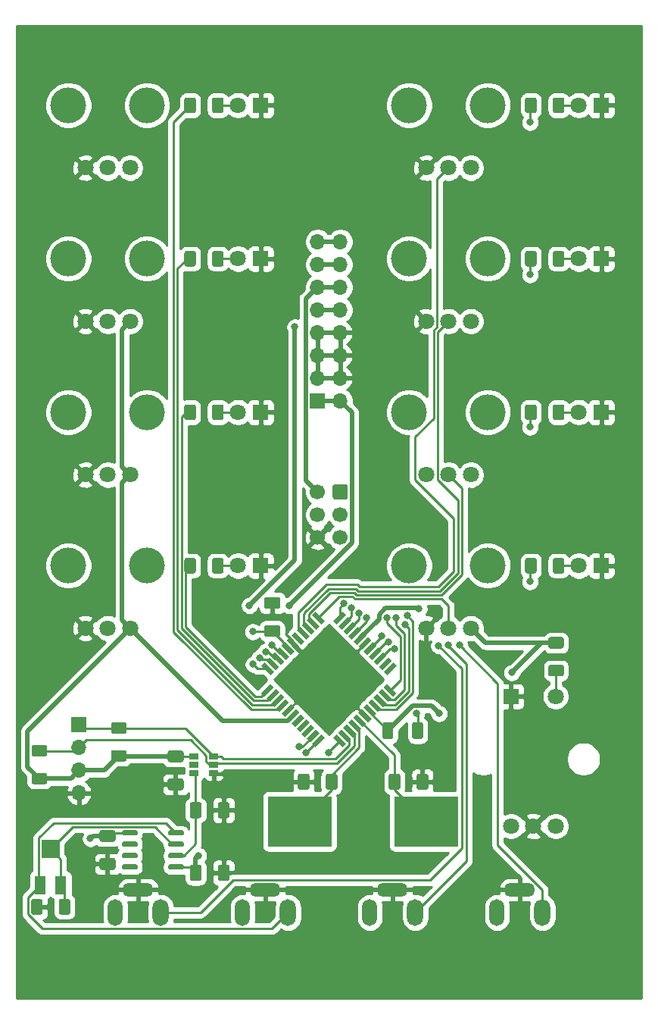
<source format=gbr>
%TF.GenerationSoftware,KiCad,Pcbnew,5.1.9*%
%TF.CreationDate,2021-03-22T22:06:03+01:00*%
%TF.ProjectId,control_voltage_eurorack_module,636f6e74-726f-46c5-9f76-6f6c74616765,rev?*%
%TF.SameCoordinates,Original*%
%TF.FileFunction,Copper,L2,Bot*%
%TF.FilePolarity,Positive*%
%FSLAX46Y46*%
G04 Gerber Fmt 4.6, Leading zero omitted, Abs format (unit mm)*
G04 Created by KiCad (PCBNEW 5.1.9) date 2021-03-22 22:06:03*
%MOMM*%
%LPD*%
G01*
G04 APERTURE LIST*
%TA.AperFunction,SMDPad,CuDef*%
%ADD10R,1.060000X0.650000*%
%TD*%
%TA.AperFunction,SMDPad,CuDef*%
%ADD11R,1.300000X2.000000*%
%TD*%
%TA.AperFunction,SMDPad,CuDef*%
%ADD12R,2.000000X2.000000*%
%TD*%
%TA.AperFunction,WasherPad*%
%ADD13C,4.000000*%
%TD*%
%TA.AperFunction,ComponentPad*%
%ADD14C,1.800000*%
%TD*%
%TA.AperFunction,ComponentPad*%
%ADD15O,1.700000X1.700000*%
%TD*%
%TA.AperFunction,ComponentPad*%
%ADD16R,1.700000X1.700000*%
%TD*%
%TA.AperFunction,ComponentPad*%
%ADD17R,1.800000X1.800000*%
%TD*%
%TA.AperFunction,ComponentPad*%
%ADD18C,1.700000*%
%TD*%
%TA.AperFunction,ComponentPad*%
%ADD19O,1.800000X3.000000*%
%TD*%
%TA.AperFunction,ComponentPad*%
%ADD20O,1.700000X3.000000*%
%TD*%
%TA.AperFunction,ComponentPad*%
%ADD21O,3.500000X1.500000*%
%TD*%
%TA.AperFunction,SMDPad,CuDef*%
%ADD22R,7.175000X5.600000*%
%TD*%
%TA.AperFunction,SMDPad,CuDef*%
%ADD23C,0.100000*%
%TD*%
%TA.AperFunction,ViaPad*%
%ADD24C,0.800000*%
%TD*%
%TA.AperFunction,Conductor*%
%ADD25C,0.250000*%
%TD*%
%TA.AperFunction,Conductor*%
%ADD26C,0.500000*%
%TD*%
%TA.AperFunction,Conductor*%
%ADD27C,0.254000*%
%TD*%
%TA.AperFunction,Conductor*%
%ADD28C,0.100000*%
%TD*%
G04 APERTURE END LIST*
D10*
%TO.P,U3,5*%
%TO.N,SCL*%
X37295000Y-98425000D03*
%TO.P,U3,6*%
%TO.N,GND*%
X37295000Y-99375000D03*
%TO.P,U3,4*%
%TO.N,SDA*%
X37295000Y-97475000D03*
%TO.P,U3,3*%
%TO.N,+5V*%
X35095000Y-97475000D03*
%TO.P,U3,2*%
%TO.N,GND*%
X35095000Y-98425000D03*
%TO.P,U3,1*%
%TO.N,Net-(C8-Pad2)*%
X35095000Y-99375000D03*
%TD*%
%TO.P,U1,8*%
%TO.N,+12V*%
%TA.AperFunction,SMDPad,CuDef*%
G36*
G01*
X28780000Y-105895000D02*
X28780000Y-106195000D01*
G75*
G02*
X28630000Y-106345000I-150000J0D01*
G01*
X27180000Y-106345000D01*
G75*
G02*
X27030000Y-106195000I0J150000D01*
G01*
X27030000Y-105895000D01*
G75*
G02*
X27180000Y-105745000I150000J0D01*
G01*
X28630000Y-105745000D01*
G75*
G02*
X28780000Y-105895000I0J-150000D01*
G01*
G37*
%TD.AperFunction*%
%TO.P,U1,7*%
%TO.N,N/C*%
%TA.AperFunction,SMDPad,CuDef*%
G36*
G01*
X28780000Y-107165000D02*
X28780000Y-107465000D01*
G75*
G02*
X28630000Y-107615000I-150000J0D01*
G01*
X27180000Y-107615000D01*
G75*
G02*
X27030000Y-107465000I0J150000D01*
G01*
X27030000Y-107165000D01*
G75*
G02*
X27180000Y-107015000I150000J0D01*
G01*
X28630000Y-107015000D01*
G75*
G02*
X28780000Y-107165000I0J-150000D01*
G01*
G37*
%TD.AperFunction*%
%TO.P,U1,6*%
%TA.AperFunction,SMDPad,CuDef*%
G36*
G01*
X28780000Y-108435000D02*
X28780000Y-108735000D01*
G75*
G02*
X28630000Y-108885000I-150000J0D01*
G01*
X27180000Y-108885000D01*
G75*
G02*
X27030000Y-108735000I0J150000D01*
G01*
X27030000Y-108435000D01*
G75*
G02*
X27180000Y-108285000I150000J0D01*
G01*
X28630000Y-108285000D01*
G75*
G02*
X28780000Y-108435000I0J-150000D01*
G01*
G37*
%TD.AperFunction*%
%TO.P,U1,5*%
%TA.AperFunction,SMDPad,CuDef*%
G36*
G01*
X28780000Y-109705000D02*
X28780000Y-110005000D01*
G75*
G02*
X28630000Y-110155000I-150000J0D01*
G01*
X27180000Y-110155000D01*
G75*
G02*
X27030000Y-110005000I0J150000D01*
G01*
X27030000Y-109705000D01*
G75*
G02*
X27180000Y-109555000I150000J0D01*
G01*
X28630000Y-109555000D01*
G75*
G02*
X28780000Y-109705000I0J-150000D01*
G01*
G37*
%TD.AperFunction*%
%TO.P,U1,4*%
%TO.N,-12V*%
%TA.AperFunction,SMDPad,CuDef*%
G36*
G01*
X33930000Y-109705000D02*
X33930000Y-110005000D01*
G75*
G02*
X33780000Y-110155000I-150000J0D01*
G01*
X32330000Y-110155000D01*
G75*
G02*
X32180000Y-110005000I0J150000D01*
G01*
X32180000Y-109705000D01*
G75*
G02*
X32330000Y-109555000I150000J0D01*
G01*
X33780000Y-109555000D01*
G75*
G02*
X33930000Y-109705000I0J-150000D01*
G01*
G37*
%TD.AperFunction*%
%TO.P,U1,3*%
%TO.N,Net-(C8-Pad2)*%
%TA.AperFunction,SMDPad,CuDef*%
G36*
G01*
X33930000Y-108435000D02*
X33930000Y-108735000D01*
G75*
G02*
X33780000Y-108885000I-150000J0D01*
G01*
X32330000Y-108885000D01*
G75*
G02*
X32180000Y-108735000I0J150000D01*
G01*
X32180000Y-108435000D01*
G75*
G02*
X32330000Y-108285000I150000J0D01*
G01*
X33780000Y-108285000D01*
G75*
G02*
X33930000Y-108435000I0J-150000D01*
G01*
G37*
%TD.AperFunction*%
%TO.P,U1,2*%
%TO.N,Net-(R11-Pad2)*%
%TA.AperFunction,SMDPad,CuDef*%
G36*
G01*
X33930000Y-107165000D02*
X33930000Y-107465000D01*
G75*
G02*
X33780000Y-107615000I-150000J0D01*
G01*
X32330000Y-107615000D01*
G75*
G02*
X32180000Y-107465000I0J150000D01*
G01*
X32180000Y-107165000D01*
G75*
G02*
X32330000Y-107015000I150000J0D01*
G01*
X33780000Y-107015000D01*
G75*
G02*
X33930000Y-107165000I0J-150000D01*
G01*
G37*
%TD.AperFunction*%
%TO.P,U1,1*%
%TO.N,Net-(J3-PadT)*%
%TA.AperFunction,SMDPad,CuDef*%
G36*
G01*
X33930000Y-105895000D02*
X33930000Y-106195000D01*
G75*
G02*
X33780000Y-106345000I-150000J0D01*
G01*
X32330000Y-106345000D01*
G75*
G02*
X32180000Y-106195000I0J150000D01*
G01*
X32180000Y-105895000D01*
G75*
G02*
X32330000Y-105745000I150000J0D01*
G01*
X33780000Y-105745000D01*
G75*
G02*
X33930000Y-105895000I0J-150000D01*
G01*
G37*
%TD.AperFunction*%
%TD*%
D11*
%TO.P,RV10,3*%
%TO.N,Net-(J3-PadT)*%
X17900000Y-111855000D03*
D12*
%TO.P,RV10,2*%
%TO.N,Net-(R11-Pad2)*%
X19050000Y-107855000D03*
D11*
%TO.P,RV10,1*%
X20200000Y-111855000D03*
%TD*%
D13*
%TO.P,RV8,*%
%TO.N,*%
X67940000Y-76185000D03*
X59140000Y-76185000D03*
D14*
%TO.P,RV8,1*%
%TO.N,+5V*%
X66040000Y-83185000D03*
%TO.P,RV8,2*%
%TO.N,Pot7*%
X63540000Y-83185000D03*
%TO.P,RV8,3*%
%TO.N,GND*%
X61040000Y-83185000D03*
%TD*%
D13*
%TO.P,RV7,*%
%TO.N,*%
X67940000Y-59040000D03*
X59140000Y-59040000D03*
D14*
%TO.P,RV7,1*%
%TO.N,+5V*%
X66040000Y-66040000D03*
%TO.P,RV7,2*%
%TO.N,Pot6*%
X63540000Y-66040000D03*
%TO.P,RV7,3*%
%TO.N,GND*%
X61040000Y-66040000D03*
%TD*%
D13*
%TO.P,RV6,*%
%TO.N,*%
X67940000Y-41895000D03*
X59140000Y-41895000D03*
D14*
%TO.P,RV6,1*%
%TO.N,+5V*%
X66040000Y-48895000D03*
%TO.P,RV6,2*%
%TO.N,Pot5*%
X63540000Y-48895000D03*
%TO.P,RV6,3*%
%TO.N,GND*%
X61040000Y-48895000D03*
%TD*%
D13*
%TO.P,RV5,*%
%TO.N,*%
X67940000Y-24750000D03*
X59140000Y-24750000D03*
D14*
%TO.P,RV5,1*%
%TO.N,+5V*%
X66040000Y-31750000D03*
%TO.P,RV5,2*%
%TO.N,Pot4*%
X63540000Y-31750000D03*
%TO.P,RV5,3*%
%TO.N,GND*%
X61040000Y-31750000D03*
%TD*%
D13*
%TO.P,RV4,*%
%TO.N,*%
X29840000Y-76185000D03*
X21040000Y-76185000D03*
D14*
%TO.P,RV4,1*%
%TO.N,+5V*%
X27940000Y-83185000D03*
%TO.P,RV4,2*%
%TO.N,Pot3*%
X25440000Y-83185000D03*
%TO.P,RV4,3*%
%TO.N,GND*%
X22940000Y-83185000D03*
%TD*%
D13*
%TO.P,RV3,*%
%TO.N,*%
X29840000Y-59040000D03*
X21040000Y-59040000D03*
D14*
%TO.P,RV3,1*%
%TO.N,+5V*%
X27940000Y-66040000D03*
%TO.P,RV3,2*%
%TO.N,Pot2*%
X25440000Y-66040000D03*
%TO.P,RV3,3*%
%TO.N,GND*%
X22940000Y-66040000D03*
%TD*%
D13*
%TO.P,RV2,*%
%TO.N,*%
X29840000Y-41895000D03*
X21040000Y-41895000D03*
D14*
%TO.P,RV2,1*%
%TO.N,+5V*%
X27940000Y-48895000D03*
%TO.P,RV2,2*%
%TO.N,Pot1*%
X25440000Y-48895000D03*
%TO.P,RV2,3*%
%TO.N,GND*%
X22940000Y-48895000D03*
%TD*%
D13*
%TO.P,RV1,*%
%TO.N,*%
X29840000Y-24750000D03*
X21040000Y-24750000D03*
D14*
%TO.P,RV1,1*%
%TO.N,+5V*%
X27940000Y-31750000D03*
%TO.P,RV1,2*%
%TO.N,Pot0*%
X25440000Y-31750000D03*
%TO.P,RV1,3*%
%TO.N,GND*%
X22940000Y-31750000D03*
%TD*%
%TO.P,R5,2*%
%TO.N,LED4*%
%TA.AperFunction,SMDPad,CuDef*%
G36*
G01*
X73395000Y-24140000D02*
X73395000Y-25390000D01*
G75*
G02*
X73145000Y-25640000I-250000J0D01*
G01*
X72345000Y-25640000D01*
G75*
G02*
X72095000Y-25390000I0J250000D01*
G01*
X72095000Y-24140000D01*
G75*
G02*
X72345000Y-23890000I250000J0D01*
G01*
X73145000Y-23890000D01*
G75*
G02*
X73395000Y-24140000I0J-250000D01*
G01*
G37*
%TD.AperFunction*%
%TO.P,R5,1*%
%TO.N,Net-(D5-Pad2)*%
%TA.AperFunction,SMDPad,CuDef*%
G36*
G01*
X76495000Y-24140000D02*
X76495000Y-25390000D01*
G75*
G02*
X76245000Y-25640000I-250000J0D01*
G01*
X75445000Y-25640000D01*
G75*
G02*
X75195000Y-25390000I0J250000D01*
G01*
X75195000Y-24140000D01*
G75*
G02*
X75445000Y-23890000I250000J0D01*
G01*
X76245000Y-23890000D01*
G75*
G02*
X76495000Y-24140000I0J-250000D01*
G01*
G37*
%TD.AperFunction*%
%TD*%
%TO.P,R4,2*%
%TO.N,LED3*%
%TA.AperFunction,SMDPad,CuDef*%
G36*
G01*
X35295000Y-75575000D02*
X35295000Y-76825000D01*
G75*
G02*
X35045000Y-77075000I-250000J0D01*
G01*
X34245000Y-77075000D01*
G75*
G02*
X33995000Y-76825000I0J250000D01*
G01*
X33995000Y-75575000D01*
G75*
G02*
X34245000Y-75325000I250000J0D01*
G01*
X35045000Y-75325000D01*
G75*
G02*
X35295000Y-75575000I0J-250000D01*
G01*
G37*
%TD.AperFunction*%
%TO.P,R4,1*%
%TO.N,Net-(D4-Pad2)*%
%TA.AperFunction,SMDPad,CuDef*%
G36*
G01*
X38395000Y-75575000D02*
X38395000Y-76825000D01*
G75*
G02*
X38145000Y-77075000I-250000J0D01*
G01*
X37345000Y-77075000D01*
G75*
G02*
X37095000Y-76825000I0J250000D01*
G01*
X37095000Y-75575000D01*
G75*
G02*
X37345000Y-75325000I250000J0D01*
G01*
X38145000Y-75325000D01*
G75*
G02*
X38395000Y-75575000I0J-250000D01*
G01*
G37*
%TD.AperFunction*%
%TD*%
%TO.P,R3,2*%
%TO.N,LED2*%
%TA.AperFunction,SMDPad,CuDef*%
G36*
G01*
X35295000Y-58430000D02*
X35295000Y-59680000D01*
G75*
G02*
X35045000Y-59930000I-250000J0D01*
G01*
X34245000Y-59930000D01*
G75*
G02*
X33995000Y-59680000I0J250000D01*
G01*
X33995000Y-58430000D01*
G75*
G02*
X34245000Y-58180000I250000J0D01*
G01*
X35045000Y-58180000D01*
G75*
G02*
X35295000Y-58430000I0J-250000D01*
G01*
G37*
%TD.AperFunction*%
%TO.P,R3,1*%
%TO.N,Net-(D3-Pad2)*%
%TA.AperFunction,SMDPad,CuDef*%
G36*
G01*
X38395000Y-58430000D02*
X38395000Y-59680000D01*
G75*
G02*
X38145000Y-59930000I-250000J0D01*
G01*
X37345000Y-59930000D01*
G75*
G02*
X37095000Y-59680000I0J250000D01*
G01*
X37095000Y-58430000D01*
G75*
G02*
X37345000Y-58180000I250000J0D01*
G01*
X38145000Y-58180000D01*
G75*
G02*
X38395000Y-58430000I0J-250000D01*
G01*
G37*
%TD.AperFunction*%
%TD*%
%TO.P,R2,2*%
%TO.N,LED1*%
%TA.AperFunction,SMDPad,CuDef*%
G36*
G01*
X35295000Y-41285000D02*
X35295000Y-42535000D01*
G75*
G02*
X35045000Y-42785000I-250000J0D01*
G01*
X34245000Y-42785000D01*
G75*
G02*
X33995000Y-42535000I0J250000D01*
G01*
X33995000Y-41285000D01*
G75*
G02*
X34245000Y-41035000I250000J0D01*
G01*
X35045000Y-41035000D01*
G75*
G02*
X35295000Y-41285000I0J-250000D01*
G01*
G37*
%TD.AperFunction*%
%TO.P,R2,1*%
%TO.N,Net-(D2-Pad2)*%
%TA.AperFunction,SMDPad,CuDef*%
G36*
G01*
X38395000Y-41285000D02*
X38395000Y-42535000D01*
G75*
G02*
X38145000Y-42785000I-250000J0D01*
G01*
X37345000Y-42785000D01*
G75*
G02*
X37095000Y-42535000I0J250000D01*
G01*
X37095000Y-41285000D01*
G75*
G02*
X37345000Y-41035000I250000J0D01*
G01*
X38145000Y-41035000D01*
G75*
G02*
X38395000Y-41285000I0J-250000D01*
G01*
G37*
%TD.AperFunction*%
%TD*%
%TO.P,R1,2*%
%TO.N,LED0*%
%TA.AperFunction,SMDPad,CuDef*%
G36*
G01*
X35295000Y-24140000D02*
X35295000Y-25390000D01*
G75*
G02*
X35045000Y-25640000I-250000J0D01*
G01*
X34245000Y-25640000D01*
G75*
G02*
X33995000Y-25390000I0J250000D01*
G01*
X33995000Y-24140000D01*
G75*
G02*
X34245000Y-23890000I250000J0D01*
G01*
X35045000Y-23890000D01*
G75*
G02*
X35295000Y-24140000I0J-250000D01*
G01*
G37*
%TD.AperFunction*%
%TO.P,R1,1*%
%TO.N,Net-(D1-Pad2)*%
%TA.AperFunction,SMDPad,CuDef*%
G36*
G01*
X38395000Y-24140000D02*
X38395000Y-25390000D01*
G75*
G02*
X38145000Y-25640000I-250000J0D01*
G01*
X37345000Y-25640000D01*
G75*
G02*
X37095000Y-25390000I0J250000D01*
G01*
X37095000Y-24140000D01*
G75*
G02*
X37345000Y-23890000I250000J0D01*
G01*
X38145000Y-23890000D01*
G75*
G02*
X38395000Y-24140000I0J-250000D01*
G01*
G37*
%TD.AperFunction*%
%TD*%
%TO.P,L1,2*%
%TO.N,Net-(C4-Pad2)*%
%TA.AperFunction,SMDPad,CuDef*%
G36*
G01*
X59470000Y-95315000D02*
X59470000Y-93915000D01*
G75*
G02*
X59720000Y-93665000I250000J0D01*
G01*
X60445000Y-93665000D01*
G75*
G02*
X60695000Y-93915000I0J-250000D01*
G01*
X60695000Y-95315000D01*
G75*
G02*
X60445000Y-95565000I-250000J0D01*
G01*
X59720000Y-95565000D01*
G75*
G02*
X59470000Y-95315000I0J250000D01*
G01*
G37*
%TD.AperFunction*%
%TO.P,L1,1*%
%TO.N,+5V*%
%TA.AperFunction,SMDPad,CuDef*%
G36*
G01*
X56145000Y-95315000D02*
X56145000Y-93915000D01*
G75*
G02*
X56395000Y-93665000I250000J0D01*
G01*
X57120000Y-93665000D01*
G75*
G02*
X57370000Y-93915000I0J-250000D01*
G01*
X57370000Y-95315000D01*
G75*
G02*
X57120000Y-95565000I-250000J0D01*
G01*
X56395000Y-95565000D01*
G75*
G02*
X56145000Y-95315000I0J250000D01*
G01*
G37*
%TD.AperFunction*%
%TD*%
D15*
%TO.P,J4,4*%
%TO.N,GND*%
X22225000Y-101600000D03*
%TO.P,J4,3*%
%TO.N,+5V*%
X22225000Y-99060000D03*
%TO.P,J4,2*%
%TO.N,SCL*%
X22225000Y-96520000D03*
D16*
%TO.P,J4,1*%
%TO.N,SDA*%
X22225000Y-93980000D03*
%TD*%
D15*
%TO.P,J1,16*%
%TO.N,CV*%
X51435000Y-40005000D03*
%TO.P,J1,15*%
X48895000Y-40005000D03*
%TO.P,J1,14*%
%TO.N,Gate*%
X51435000Y-42545000D03*
%TO.P,J1,13*%
X48895000Y-42545000D03*
%TO.P,J1,12*%
%TO.N,+5V*%
X51435000Y-45085000D03*
%TO.P,J1,11*%
X48895000Y-45085000D03*
%TO.P,J1,10*%
%TO.N,+12V*%
X51435000Y-47625000D03*
%TO.P,J1,9*%
X48895000Y-47625000D03*
%TO.P,J1,8*%
%TO.N,GND*%
X51435000Y-50165000D03*
%TO.P,J1,7*%
X48895000Y-50165000D03*
%TO.P,J1,6*%
X51435000Y-52705000D03*
%TO.P,J1,5*%
X48895000Y-52705000D03*
%TO.P,J1,4*%
X51435000Y-55245000D03*
%TO.P,J1,3*%
X48895000Y-55245000D03*
%TO.P,J1,2*%
%TO.N,-12V*%
X51435000Y-57785000D03*
D16*
%TO.P,J1,1*%
X48895000Y-57785000D03*
%TD*%
%TO.P,C7,2*%
%TO.N,GND*%
%TA.AperFunction,SMDPad,CuDef*%
G36*
G01*
X37730000Y-111140001D02*
X37730000Y-109839999D01*
G75*
G02*
X37979999Y-109590000I249999J0D01*
G01*
X38805001Y-109590000D01*
G75*
G02*
X39055000Y-109839999I0J-249999D01*
G01*
X39055000Y-111140001D01*
G75*
G02*
X38805001Y-111390000I-249999J0D01*
G01*
X37979999Y-111390000D01*
G75*
G02*
X37730000Y-111140001I0J249999D01*
G01*
G37*
%TD.AperFunction*%
%TO.P,C7,1*%
%TO.N,-12V*%
%TA.AperFunction,SMDPad,CuDef*%
G36*
G01*
X34605000Y-111140001D02*
X34605000Y-109839999D01*
G75*
G02*
X34854999Y-109590000I249999J0D01*
G01*
X35680001Y-109590000D01*
G75*
G02*
X35930000Y-109839999I0J-249999D01*
G01*
X35930000Y-111140001D01*
G75*
G02*
X35680001Y-111390000I-249999J0D01*
G01*
X34854999Y-111390000D01*
G75*
G02*
X34605000Y-111140001I0J249999D01*
G01*
G37*
%TD.AperFunction*%
%TD*%
%TO.P,C5,2*%
%TO.N,GND*%
%TA.AperFunction,SMDPad,CuDef*%
G36*
G01*
X32369999Y-99960000D02*
X33670001Y-99960000D01*
G75*
G02*
X33920000Y-100209999I0J-249999D01*
G01*
X33920000Y-101035001D01*
G75*
G02*
X33670001Y-101285000I-249999J0D01*
G01*
X32369999Y-101285000D01*
G75*
G02*
X32120000Y-101035001I0J249999D01*
G01*
X32120000Y-100209999D01*
G75*
G02*
X32369999Y-99960000I249999J0D01*
G01*
G37*
%TD.AperFunction*%
%TO.P,C5,1*%
%TO.N,+5V*%
%TA.AperFunction,SMDPad,CuDef*%
G36*
G01*
X32369999Y-96835000D02*
X33670001Y-96835000D01*
G75*
G02*
X33920000Y-97084999I0J-249999D01*
G01*
X33920000Y-97910001D01*
G75*
G02*
X33670001Y-98160000I-249999J0D01*
G01*
X32369999Y-98160000D01*
G75*
G02*
X32120000Y-97910001I0J249999D01*
G01*
X32120000Y-97084999D01*
G75*
G02*
X32369999Y-96835000I249999J0D01*
G01*
G37*
%TD.AperFunction*%
%TD*%
%TO.P,C4,2*%
%TO.N,Net-(C4-Pad2)*%
%TA.AperFunction,SMDPad,CuDef*%
G36*
G01*
X43164999Y-82815000D02*
X44465001Y-82815000D01*
G75*
G02*
X44715000Y-83064999I0J-249999D01*
G01*
X44715000Y-83890001D01*
G75*
G02*
X44465001Y-84140000I-249999J0D01*
G01*
X43164999Y-84140000D01*
G75*
G02*
X42915000Y-83890001I0J249999D01*
G01*
X42915000Y-83064999D01*
G75*
G02*
X43164999Y-82815000I249999J0D01*
G01*
G37*
%TD.AperFunction*%
%TO.P,C4,1*%
%TO.N,GND*%
%TA.AperFunction,SMDPad,CuDef*%
G36*
G01*
X43164999Y-79690000D02*
X44465001Y-79690000D01*
G75*
G02*
X44715000Y-79939999I0J-249999D01*
G01*
X44715000Y-80765001D01*
G75*
G02*
X44465001Y-81015000I-249999J0D01*
G01*
X43164999Y-81015000D01*
G75*
G02*
X42915000Y-80765001I0J249999D01*
G01*
X42915000Y-79939999D01*
G75*
G02*
X43164999Y-79690000I249999J0D01*
G01*
G37*
%TD.AperFunction*%
%TD*%
%TO.P,C3,2*%
%TO.N,GND*%
%TA.AperFunction,SMDPad,CuDef*%
G36*
G01*
X24749999Y-108850000D02*
X26050001Y-108850000D01*
G75*
G02*
X26300000Y-109099999I0J-249999D01*
G01*
X26300000Y-109925001D01*
G75*
G02*
X26050001Y-110175000I-249999J0D01*
G01*
X24749999Y-110175000D01*
G75*
G02*
X24500000Y-109925001I0J249999D01*
G01*
X24500000Y-109099999D01*
G75*
G02*
X24749999Y-108850000I249999J0D01*
G01*
G37*
%TD.AperFunction*%
%TO.P,C3,1*%
%TO.N,+12V*%
%TA.AperFunction,SMDPad,CuDef*%
G36*
G01*
X24749999Y-105725000D02*
X26050001Y-105725000D01*
G75*
G02*
X26300000Y-105974999I0J-249999D01*
G01*
X26300000Y-106800001D01*
G75*
G02*
X26050001Y-107050000I-249999J0D01*
G01*
X24749999Y-107050000D01*
G75*
G02*
X24500000Y-106800001I0J249999D01*
G01*
X24500000Y-105974999D01*
G75*
G02*
X24749999Y-105725000I249999J0D01*
G01*
G37*
%TD.AperFunction*%
%TD*%
%TO.P,C2,2*%
%TO.N,GND*%
%TA.AperFunction,SMDPad,CuDef*%
G36*
G01*
X59955000Y-100980001D02*
X59955000Y-99679999D01*
G75*
G02*
X60204999Y-99430000I249999J0D01*
G01*
X61030001Y-99430000D01*
G75*
G02*
X61280000Y-99679999I0J-249999D01*
G01*
X61280000Y-100980001D01*
G75*
G02*
X61030001Y-101230000I-249999J0D01*
G01*
X60204999Y-101230000D01*
G75*
G02*
X59955000Y-100980001I0J249999D01*
G01*
G37*
%TD.AperFunction*%
%TO.P,C2,1*%
%TO.N,Net-(C2-Pad1)*%
%TA.AperFunction,SMDPad,CuDef*%
G36*
G01*
X56830000Y-100980001D02*
X56830000Y-99679999D01*
G75*
G02*
X57079999Y-99430000I249999J0D01*
G01*
X57905001Y-99430000D01*
G75*
G02*
X58155000Y-99679999I0J-249999D01*
G01*
X58155000Y-100980001D01*
G75*
G02*
X57905001Y-101230000I-249999J0D01*
G01*
X57079999Y-101230000D01*
G75*
G02*
X56830000Y-100980001I0J249999D01*
G01*
G37*
%TD.AperFunction*%
%TD*%
%TO.P,C1,2*%
%TO.N,GND*%
%TA.AperFunction,SMDPad,CuDef*%
G36*
G01*
X47995000Y-99679999D02*
X47995000Y-100980001D01*
G75*
G02*
X47745001Y-101230000I-249999J0D01*
G01*
X46919999Y-101230000D01*
G75*
G02*
X46670000Y-100980001I0J249999D01*
G01*
X46670000Y-99679999D01*
G75*
G02*
X46919999Y-99430000I249999J0D01*
G01*
X47745001Y-99430000D01*
G75*
G02*
X47995000Y-99679999I0J-249999D01*
G01*
G37*
%TD.AperFunction*%
%TO.P,C1,1*%
%TO.N,Net-(C1-Pad1)*%
%TA.AperFunction,SMDPad,CuDef*%
G36*
G01*
X51120000Y-99679999D02*
X51120000Y-100980001D01*
G75*
G02*
X50870001Y-101230000I-249999J0D01*
G01*
X50044999Y-101230000D01*
G75*
G02*
X49795000Y-100980001I0J249999D01*
G01*
X49795000Y-99679999D01*
G75*
G02*
X50044999Y-99430000I249999J0D01*
G01*
X50870001Y-99430000D01*
G75*
G02*
X51120000Y-99679999I0J-249999D01*
G01*
G37*
%TD.AperFunction*%
%TD*%
D14*
%TO.P,D1,2*%
%TO.N,Net-(D1-Pad2)*%
X40005000Y-24765000D03*
D17*
%TO.P,D1,1*%
%TO.N,GND*%
X42545000Y-24765000D03*
%TD*%
D14*
%TO.P,D2,2*%
%TO.N,Net-(D2-Pad2)*%
X40005000Y-41910000D03*
D17*
%TO.P,D2,1*%
%TO.N,GND*%
X42545000Y-41910000D03*
%TD*%
D14*
%TO.P,D3,2*%
%TO.N,Net-(D3-Pad2)*%
X40005000Y-59055000D03*
D17*
%TO.P,D3,1*%
%TO.N,GND*%
X42545000Y-59055000D03*
%TD*%
D14*
%TO.P,D4,2*%
%TO.N,Net-(D4-Pad2)*%
X40005000Y-76200000D03*
D17*
%TO.P,D4,1*%
%TO.N,GND*%
X42545000Y-76200000D03*
%TD*%
D14*
%TO.P,D5,2*%
%TO.N,Net-(D5-Pad2)*%
X78105000Y-24765000D03*
D17*
%TO.P,D5,1*%
%TO.N,GND*%
X80645000Y-24765000D03*
%TD*%
D14*
%TO.P,D6,2*%
%TO.N,Net-(D6-Pad2)*%
X78105000Y-41910000D03*
D17*
%TO.P,D6,1*%
%TO.N,GND*%
X80645000Y-41910000D03*
%TD*%
D14*
%TO.P,D7,2*%
%TO.N,Net-(D7-Pad2)*%
X78105000Y-59055000D03*
D17*
%TO.P,D7,1*%
%TO.N,GND*%
X80645000Y-59055000D03*
%TD*%
D14*
%TO.P,D8,2*%
%TO.N,Net-(D8-Pad2)*%
X78105000Y-76200000D03*
D17*
%TO.P,D8,1*%
%TO.N,GND*%
X80645000Y-76200000D03*
%TD*%
%TO.P,R6,2*%
%TO.N,LED5*%
%TA.AperFunction,SMDPad,CuDef*%
G36*
G01*
X73395000Y-41285000D02*
X73395000Y-42535000D01*
G75*
G02*
X73145000Y-42785000I-250000J0D01*
G01*
X72345000Y-42785000D01*
G75*
G02*
X72095000Y-42535000I0J250000D01*
G01*
X72095000Y-41285000D01*
G75*
G02*
X72345000Y-41035000I250000J0D01*
G01*
X73145000Y-41035000D01*
G75*
G02*
X73395000Y-41285000I0J-250000D01*
G01*
G37*
%TD.AperFunction*%
%TO.P,R6,1*%
%TO.N,Net-(D6-Pad2)*%
%TA.AperFunction,SMDPad,CuDef*%
G36*
G01*
X76495000Y-41285000D02*
X76495000Y-42535000D01*
G75*
G02*
X76245000Y-42785000I-250000J0D01*
G01*
X75445000Y-42785000D01*
G75*
G02*
X75195000Y-42535000I0J250000D01*
G01*
X75195000Y-41285000D01*
G75*
G02*
X75445000Y-41035000I250000J0D01*
G01*
X76245000Y-41035000D01*
G75*
G02*
X76495000Y-41285000I0J-250000D01*
G01*
G37*
%TD.AperFunction*%
%TD*%
%TO.P,R7,2*%
%TO.N,LED6*%
%TA.AperFunction,SMDPad,CuDef*%
G36*
G01*
X73395000Y-58430000D02*
X73395000Y-59680000D01*
G75*
G02*
X73145000Y-59930000I-250000J0D01*
G01*
X72345000Y-59930000D01*
G75*
G02*
X72095000Y-59680000I0J250000D01*
G01*
X72095000Y-58430000D01*
G75*
G02*
X72345000Y-58180000I250000J0D01*
G01*
X73145000Y-58180000D01*
G75*
G02*
X73395000Y-58430000I0J-250000D01*
G01*
G37*
%TD.AperFunction*%
%TO.P,R7,1*%
%TO.N,Net-(D7-Pad2)*%
%TA.AperFunction,SMDPad,CuDef*%
G36*
G01*
X76495000Y-58430000D02*
X76495000Y-59680000D01*
G75*
G02*
X76245000Y-59930000I-250000J0D01*
G01*
X75445000Y-59930000D01*
G75*
G02*
X75195000Y-59680000I0J250000D01*
G01*
X75195000Y-58430000D01*
G75*
G02*
X75445000Y-58180000I250000J0D01*
G01*
X76245000Y-58180000D01*
G75*
G02*
X76495000Y-58430000I0J-250000D01*
G01*
G37*
%TD.AperFunction*%
%TD*%
%TO.P,R8,2*%
%TO.N,LED7*%
%TA.AperFunction,SMDPad,CuDef*%
G36*
G01*
X73395000Y-75575000D02*
X73395000Y-76825000D01*
G75*
G02*
X73145000Y-77075000I-250000J0D01*
G01*
X72345000Y-77075000D01*
G75*
G02*
X72095000Y-76825000I0J250000D01*
G01*
X72095000Y-75575000D01*
G75*
G02*
X72345000Y-75325000I250000J0D01*
G01*
X73145000Y-75325000D01*
G75*
G02*
X73395000Y-75575000I0J-250000D01*
G01*
G37*
%TD.AperFunction*%
%TO.P,R8,1*%
%TO.N,Net-(D8-Pad2)*%
%TA.AperFunction,SMDPad,CuDef*%
G36*
G01*
X76495000Y-75575000D02*
X76495000Y-76825000D01*
G75*
G02*
X76245000Y-77075000I-250000J0D01*
G01*
X75445000Y-77075000D01*
G75*
G02*
X75195000Y-76825000I0J250000D01*
G01*
X75195000Y-75575000D01*
G75*
G02*
X75445000Y-75325000I250000J0D01*
G01*
X76245000Y-75325000D01*
G75*
G02*
X76495000Y-75575000I0J-250000D01*
G01*
G37*
%TD.AperFunction*%
%TD*%
%TO.P,R9,2*%
%TO.N,SCL*%
%TA.AperFunction,SMDPad,CuDef*%
G36*
G01*
X18405000Y-97525000D02*
X17155000Y-97525000D01*
G75*
G02*
X16905000Y-97275000I0J250000D01*
G01*
X16905000Y-96475000D01*
G75*
G02*
X17155000Y-96225000I250000J0D01*
G01*
X18405000Y-96225000D01*
G75*
G02*
X18655000Y-96475000I0J-250000D01*
G01*
X18655000Y-97275000D01*
G75*
G02*
X18405000Y-97525000I-250000J0D01*
G01*
G37*
%TD.AperFunction*%
%TO.P,R9,1*%
%TO.N,+5V*%
%TA.AperFunction,SMDPad,CuDef*%
G36*
G01*
X18405000Y-100625000D02*
X17155000Y-100625000D01*
G75*
G02*
X16905000Y-100375000I0J250000D01*
G01*
X16905000Y-99575000D01*
G75*
G02*
X17155000Y-99325000I250000J0D01*
G01*
X18405000Y-99325000D01*
G75*
G02*
X18655000Y-99575000I0J-250000D01*
G01*
X18655000Y-100375000D01*
G75*
G02*
X18405000Y-100625000I-250000J0D01*
G01*
G37*
%TD.AperFunction*%
%TD*%
%TO.P,R10,2*%
%TO.N,+5V*%
%TA.AperFunction,SMDPad,CuDef*%
G36*
G01*
X26045000Y-96785000D02*
X27295000Y-96785000D01*
G75*
G02*
X27545000Y-97035000I0J-250000D01*
G01*
X27545000Y-97835000D01*
G75*
G02*
X27295000Y-98085000I-250000J0D01*
G01*
X26045000Y-98085000D01*
G75*
G02*
X25795000Y-97835000I0J250000D01*
G01*
X25795000Y-97035000D01*
G75*
G02*
X26045000Y-96785000I250000J0D01*
G01*
G37*
%TD.AperFunction*%
%TO.P,R10,1*%
%TO.N,SDA*%
%TA.AperFunction,SMDPad,CuDef*%
G36*
G01*
X26045000Y-93685000D02*
X27295000Y-93685000D01*
G75*
G02*
X27545000Y-93935000I0J-250000D01*
G01*
X27545000Y-94735000D01*
G75*
G02*
X27295000Y-94985000I-250000J0D01*
G01*
X26045000Y-94985000D01*
G75*
G02*
X25795000Y-94735000I0J250000D01*
G01*
X25795000Y-93935000D01*
G75*
G02*
X26045000Y-93685000I250000J0D01*
G01*
G37*
%TD.AperFunction*%
%TD*%
%TO.P,R11,2*%
%TO.N,Net-(R11-Pad2)*%
%TA.AperFunction,SMDPad,CuDef*%
G36*
G01*
X19950000Y-114925000D02*
X19950000Y-113675000D01*
G75*
G02*
X20200000Y-113425000I250000J0D01*
G01*
X21000000Y-113425000D01*
G75*
G02*
X21250000Y-113675000I0J-250000D01*
G01*
X21250000Y-114925000D01*
G75*
G02*
X21000000Y-115175000I-250000J0D01*
G01*
X20200000Y-115175000D01*
G75*
G02*
X19950000Y-114925000I0J250000D01*
G01*
G37*
%TD.AperFunction*%
%TO.P,R11,1*%
%TO.N,GND*%
%TA.AperFunction,SMDPad,CuDef*%
G36*
G01*
X16850000Y-114925000D02*
X16850000Y-113675000D01*
G75*
G02*
X17100000Y-113425000I250000J0D01*
G01*
X17900000Y-113425000D01*
G75*
G02*
X18150000Y-113675000I0J-250000D01*
G01*
X18150000Y-114925000D01*
G75*
G02*
X17900000Y-115175000I-250000J0D01*
G01*
X17100000Y-115175000D01*
G75*
G02*
X16850000Y-114925000I0J250000D01*
G01*
G37*
%TD.AperFunction*%
%TD*%
%TO.P,R12,2*%
%TO.N,Net-(R12-Pad2)*%
%TA.AperFunction,SMDPad,CuDef*%
G36*
G01*
X74940000Y-87260000D02*
X76190000Y-87260000D01*
G75*
G02*
X76440000Y-87510000I0J-250000D01*
G01*
X76440000Y-88310000D01*
G75*
G02*
X76190000Y-88560000I-250000J0D01*
G01*
X74940000Y-88560000D01*
G75*
G02*
X74690000Y-88310000I0J250000D01*
G01*
X74690000Y-87510000D01*
G75*
G02*
X74940000Y-87260000I250000J0D01*
G01*
G37*
%TD.AperFunction*%
%TO.P,R12,1*%
%TO.N,+5V*%
%TA.AperFunction,SMDPad,CuDef*%
G36*
G01*
X74940000Y-84160000D02*
X76190000Y-84160000D01*
G75*
G02*
X76440000Y-84410000I0J-250000D01*
G01*
X76440000Y-85210000D01*
G75*
G02*
X76190000Y-85460000I-250000J0D01*
G01*
X74940000Y-85460000D01*
G75*
G02*
X74690000Y-85210000I0J250000D01*
G01*
X74690000Y-84410000D01*
G75*
G02*
X74940000Y-84160000I250000J0D01*
G01*
G37*
%TD.AperFunction*%
%TD*%
D18*
%TO.P,J2,6*%
%TO.N,GND*%
X48895000Y-73025000D03*
%TO.P,J2,4*%
%TO.N,MOSI*%
X48895000Y-70485000D03*
%TO.P,J2,2*%
%TO.N,+5V*%
X48895000Y-67945000D03*
%TO.P,J2,5*%
%TO.N,Rst*%
X51435000Y-73025000D03*
%TO.P,J2,3*%
%TO.N,SCK*%
X51435000Y-70485000D03*
%TO.P,J2,1*%
%TO.N,MISO*%
%TA.AperFunction,ComponentPad*%
G36*
G01*
X52285000Y-67345000D02*
X52285000Y-68545000D01*
G75*
G02*
X52035000Y-68795000I-250000J0D01*
G01*
X50835000Y-68795000D01*
G75*
G02*
X50585000Y-68545000I0J250000D01*
G01*
X50585000Y-67345000D01*
G75*
G02*
X50835000Y-67095000I250000J0D01*
G01*
X52035000Y-67095000D01*
G75*
G02*
X52285000Y-67345000I0J-250000D01*
G01*
G37*
%TD.AperFunction*%
%TD*%
D19*
%TO.P,J5,T*%
%TO.N,Net-(J5-PadT)*%
X74041000Y-114935000D03*
D20*
%TO.P,J5,R*%
%TO.N,N/C*%
X68961000Y-114935000D03*
D21*
%TO.P,J5,S*%
%TO.N,GND*%
X71501000Y-112395000D03*
%TD*%
D19*
%TO.P,J7,T*%
%TO.N,Net-(J7-PadT)*%
X31369000Y-114935000D03*
D20*
%TO.P,J7,R*%
%TO.N,N/C*%
X26289000Y-114935000D03*
D21*
%TO.P,J7,S*%
%TO.N,GND*%
X28829000Y-112395000D03*
%TD*%
D19*
%TO.P,J6,T*%
%TO.N,Net-(J6-PadT)*%
X59817000Y-114935000D03*
D20*
%TO.P,J6,R*%
%TO.N,N/C*%
X54737000Y-114935000D03*
D21*
%TO.P,J6,S*%
%TO.N,GND*%
X57277000Y-112395000D03*
%TD*%
D19*
%TO.P,J3,T*%
%TO.N,Net-(J3-PadT)*%
X45593000Y-114935000D03*
D20*
%TO.P,J3,R*%
%TO.N,N/C*%
X40513000Y-114935000D03*
D21*
%TO.P,J3,S*%
%TO.N,GND*%
X43053000Y-112395000D03*
%TD*%
D14*
%TO.P,SW1,B*%
%TO.N,Net-(SW1-PadB)*%
X75525000Y-105290000D03*
%TO.P,SW1,C*%
%TO.N,GND*%
X73025000Y-105290000D03*
%TO.P,SW1,A*%
%TO.N,Net-(SW1-PadA)*%
X70525000Y-105290000D03*
%TO.P,SW1,S2*%
%TO.N,Net-(R12-Pad2)*%
X75525000Y-90790000D03*
D17*
%TO.P,SW1,S1*%
%TO.N,GND*%
X70525000Y-90790000D03*
%TD*%
D22*
%TO.P,Y1,2*%
%TO.N,Net-(C2-Pad1)*%
X61062500Y-104775000D03*
%TO.P,Y1,1*%
%TO.N,Net-(C1-Pad1)*%
X46887500Y-104775000D03*
%TD*%
%TO.P,C8,2*%
%TO.N,Net-(C8-Pad2)*%
%TA.AperFunction,SMDPad,CuDef*%
G36*
G01*
X35930000Y-102854999D02*
X35930000Y-104155001D01*
G75*
G02*
X35680001Y-104405000I-249999J0D01*
G01*
X34854999Y-104405000D01*
G75*
G02*
X34605000Y-104155001I0J249999D01*
G01*
X34605000Y-102854999D01*
G75*
G02*
X34854999Y-102605000I249999J0D01*
G01*
X35680001Y-102605000D01*
G75*
G02*
X35930000Y-102854999I0J-249999D01*
G01*
G37*
%TD.AperFunction*%
%TO.P,C8,1*%
%TO.N,GND*%
%TA.AperFunction,SMDPad,CuDef*%
G36*
G01*
X39055000Y-102854999D02*
X39055000Y-104155001D01*
G75*
G02*
X38805001Y-104405000I-249999J0D01*
G01*
X37979999Y-104405000D01*
G75*
G02*
X37730000Y-104155001I0J249999D01*
G01*
X37730000Y-102854999D01*
G75*
G02*
X37979999Y-102605000I249999J0D01*
G01*
X38805001Y-102605000D01*
G75*
G02*
X39055000Y-102854999I0J-249999D01*
G01*
G37*
%TD.AperFunction*%
%TD*%
%TA.AperFunction,SMDPad,CuDef*%
D23*
%TO.P,U2,44*%
%TO.N,N/C*%
G36*
X56688060Y-88422702D02*
G01*
X56299152Y-88033794D01*
X57359812Y-86973134D01*
X57748720Y-87362042D01*
X56688060Y-88422702D01*
G37*
%TD.AperFunction*%
%TA.AperFunction,SMDPad,CuDef*%
%TO.P,U2,43*%
G36*
X56122374Y-87857017D02*
G01*
X55733466Y-87468109D01*
X56794126Y-86407449D01*
X57183034Y-86796357D01*
X56122374Y-87857017D01*
G37*
%TD.AperFunction*%
%TA.AperFunction,SMDPad,CuDef*%
%TO.P,U2,42*%
%TO.N,Net-(J5-PadT)*%
G36*
X55556689Y-87291332D02*
G01*
X55167781Y-86902424D01*
X56228441Y-85841764D01*
X56617349Y-86230672D01*
X55556689Y-87291332D01*
G37*
%TD.AperFunction*%
%TA.AperFunction,SMDPad,CuDef*%
%TO.P,U2,41*%
%TO.N,Net-(J7-PadT)*%
G36*
X54991004Y-86725646D02*
G01*
X54602096Y-86336738D01*
X55662756Y-85276078D01*
X56051664Y-85664986D01*
X54991004Y-86725646D01*
G37*
%TD.AperFunction*%
%TA.AperFunction,SMDPad,CuDef*%
%TO.P,U2,40*%
%TO.N,Net-(J6-PadT)*%
G36*
X54425318Y-86159961D02*
G01*
X54036410Y-85771053D01*
X55097070Y-84710393D01*
X55485978Y-85099301D01*
X54425318Y-86159961D01*
G37*
%TD.AperFunction*%
%TA.AperFunction,SMDPad,CuDef*%
%TO.P,U2,39*%
%TO.N,GND*%
G36*
X53859633Y-85594275D02*
G01*
X53470725Y-85205367D01*
X54531385Y-84144707D01*
X54920293Y-84533615D01*
X53859633Y-85594275D01*
G37*
%TD.AperFunction*%
%TA.AperFunction,SMDPad,CuDef*%
%TO.P,U2,38*%
%TO.N,+5V*%
G36*
X53293947Y-85028590D02*
G01*
X52905039Y-84639682D01*
X53965699Y-83579022D01*
X54354607Y-83967930D01*
X53293947Y-85028590D01*
G37*
%TD.AperFunction*%
%TA.AperFunction,SMDPad,CuDef*%
%TO.P,U2,37*%
%TO.N,Pot0*%
G36*
X52728262Y-84462904D02*
G01*
X52339354Y-84073996D01*
X53400014Y-83013336D01*
X53788922Y-83402244D01*
X52728262Y-84462904D01*
G37*
%TD.AperFunction*%
%TA.AperFunction,SMDPad,CuDef*%
%TO.P,U2,36*%
%TO.N,Pot1*%
G36*
X52162576Y-83897219D02*
G01*
X51773668Y-83508311D01*
X52834328Y-82447651D01*
X53223236Y-82836559D01*
X52162576Y-83897219D01*
G37*
%TD.AperFunction*%
%TA.AperFunction,SMDPad,CuDef*%
%TO.P,U2,35*%
%TO.N,Pot2*%
G36*
X51596891Y-83331534D02*
G01*
X51207983Y-82942626D01*
X52268643Y-81881966D01*
X52657551Y-82270874D01*
X51596891Y-83331534D01*
G37*
%TD.AperFunction*%
%TA.AperFunction,SMDPad,CuDef*%
%TO.P,U2,34*%
%TO.N,Pot3*%
G36*
X51031206Y-82765848D02*
G01*
X50642298Y-82376940D01*
X51702958Y-81316280D01*
X52091866Y-81705188D01*
X51031206Y-82765848D01*
G37*
%TD.AperFunction*%
%TA.AperFunction,SMDPad,CuDef*%
%TO.P,U2,33*%
%TO.N,Pot7*%
G36*
X49687702Y-82376940D02*
G01*
X49298794Y-82765848D01*
X48238134Y-81705188D01*
X48627042Y-81316280D01*
X49687702Y-82376940D01*
G37*
%TD.AperFunction*%
%TA.AperFunction,SMDPad,CuDef*%
%TO.P,U2,32*%
%TO.N,Pot6*%
G36*
X49122017Y-82942626D02*
G01*
X48733109Y-83331534D01*
X47672449Y-82270874D01*
X48061357Y-81881966D01*
X49122017Y-82942626D01*
G37*
%TD.AperFunction*%
%TA.AperFunction,SMDPad,CuDef*%
%TO.P,U2,31*%
%TO.N,Pot5*%
G36*
X48556332Y-83508311D02*
G01*
X48167424Y-83897219D01*
X47106764Y-82836559D01*
X47495672Y-82447651D01*
X48556332Y-83508311D01*
G37*
%TD.AperFunction*%
%TA.AperFunction,SMDPad,CuDef*%
%TO.P,U2,30*%
%TO.N,Pot4*%
G36*
X47990646Y-84073996D02*
G01*
X47601738Y-84462904D01*
X46541078Y-83402244D01*
X46929986Y-83013336D01*
X47990646Y-84073996D01*
G37*
%TD.AperFunction*%
%TA.AperFunction,SMDPad,CuDef*%
%TO.P,U2,29*%
%TO.N,N/C*%
G36*
X47424961Y-84639682D02*
G01*
X47036053Y-85028590D01*
X45975393Y-83967930D01*
X46364301Y-83579022D01*
X47424961Y-84639682D01*
G37*
%TD.AperFunction*%
%TA.AperFunction,SMDPad,CuDef*%
%TO.P,U2,28*%
%TO.N,GND*%
G36*
X46859275Y-85205367D02*
G01*
X46470367Y-85594275D01*
X45409707Y-84533615D01*
X45798615Y-84144707D01*
X46859275Y-85205367D01*
G37*
%TD.AperFunction*%
%TA.AperFunction,SMDPad,CuDef*%
%TO.P,U2,27*%
%TO.N,Net-(C4-Pad2)*%
G36*
X46293590Y-85771053D02*
G01*
X45904682Y-86159961D01*
X44844022Y-85099301D01*
X45232930Y-84710393D01*
X46293590Y-85771053D01*
G37*
%TD.AperFunction*%
%TA.AperFunction,SMDPad,CuDef*%
%TO.P,U2,26*%
%TO.N,LED7*%
G36*
X45727904Y-86336738D02*
G01*
X45338996Y-86725646D01*
X44278336Y-85664986D01*
X44667244Y-85276078D01*
X45727904Y-86336738D01*
G37*
%TD.AperFunction*%
%TA.AperFunction,SMDPad,CuDef*%
%TO.P,U2,25*%
%TO.N,LED6*%
G36*
X45162219Y-86902424D02*
G01*
X44773311Y-87291332D01*
X43712651Y-86230672D01*
X44101559Y-85841764D01*
X45162219Y-86902424D01*
G37*
%TD.AperFunction*%
%TA.AperFunction,SMDPad,CuDef*%
%TO.P,U2,24*%
%TO.N,LED5*%
G36*
X44596534Y-87468109D02*
G01*
X44207626Y-87857017D01*
X43146966Y-86796357D01*
X43535874Y-86407449D01*
X44596534Y-87468109D01*
G37*
%TD.AperFunction*%
%TA.AperFunction,SMDPad,CuDef*%
%TO.P,U2,23*%
%TO.N,LED4*%
G36*
X44030848Y-88033794D02*
G01*
X43641940Y-88422702D01*
X42581280Y-87362042D01*
X42970188Y-86973134D01*
X44030848Y-88033794D01*
G37*
%TD.AperFunction*%
%TA.AperFunction,SMDPad,CuDef*%
%TO.P,U2,22*%
%TO.N,LED3*%
G36*
X42970188Y-90826866D02*
G01*
X42581280Y-90437958D01*
X43641940Y-89377298D01*
X44030848Y-89766206D01*
X42970188Y-90826866D01*
G37*
%TD.AperFunction*%
%TA.AperFunction,SMDPad,CuDef*%
%TO.P,U2,21*%
%TO.N,LED2*%
G36*
X43535874Y-91392551D02*
G01*
X43146966Y-91003643D01*
X44207626Y-89942983D01*
X44596534Y-90331891D01*
X43535874Y-91392551D01*
G37*
%TD.AperFunction*%
%TA.AperFunction,SMDPad,CuDef*%
%TO.P,U2,20*%
%TO.N,LED1*%
G36*
X44101559Y-91958236D02*
G01*
X43712651Y-91569328D01*
X44773311Y-90508668D01*
X45162219Y-90897576D01*
X44101559Y-91958236D01*
G37*
%TD.AperFunction*%
%TA.AperFunction,SMDPad,CuDef*%
%TO.P,U2,19*%
%TO.N,LED0*%
G36*
X44667244Y-92523922D02*
G01*
X44278336Y-92135014D01*
X45338996Y-91074354D01*
X45727904Y-91463262D01*
X44667244Y-92523922D01*
G37*
%TD.AperFunction*%
%TA.AperFunction,SMDPad,CuDef*%
%TO.P,U2,18*%
%TO.N,GND*%
G36*
X45232930Y-93089607D02*
G01*
X44844022Y-92700699D01*
X45904682Y-91640039D01*
X46293590Y-92028947D01*
X45232930Y-93089607D01*
G37*
%TD.AperFunction*%
%TA.AperFunction,SMDPad,CuDef*%
%TO.P,U2,17*%
%TO.N,+5V*%
G36*
X45798615Y-93655293D02*
G01*
X45409707Y-93266385D01*
X46470367Y-92205725D01*
X46859275Y-92594633D01*
X45798615Y-93655293D01*
G37*
%TD.AperFunction*%
%TA.AperFunction,SMDPad,CuDef*%
%TO.P,U2,16*%
%TO.N,N/C*%
G36*
X46364301Y-94220978D02*
G01*
X45975393Y-93832070D01*
X47036053Y-92771410D01*
X47424961Y-93160318D01*
X46364301Y-94220978D01*
G37*
%TD.AperFunction*%
%TA.AperFunction,SMDPad,CuDef*%
%TO.P,U2,15*%
G36*
X46929986Y-94786664D02*
G01*
X46541078Y-94397756D01*
X47601738Y-93337096D01*
X47990646Y-93726004D01*
X46929986Y-94786664D01*
G37*
%TD.AperFunction*%
%TA.AperFunction,SMDPad,CuDef*%
%TO.P,U2,14*%
G36*
X47495672Y-95352349D02*
G01*
X47106764Y-94963441D01*
X48167424Y-93902781D01*
X48556332Y-94291689D01*
X47495672Y-95352349D01*
G37*
%TD.AperFunction*%
%TA.AperFunction,SMDPad,CuDef*%
%TO.P,U2,13*%
%TO.N,Net-(R12-Pad2)*%
G36*
X48061357Y-95918034D02*
G01*
X47672449Y-95529126D01*
X48733109Y-94468466D01*
X49122017Y-94857374D01*
X48061357Y-95918034D01*
G37*
%TD.AperFunction*%
%TA.AperFunction,SMDPad,CuDef*%
%TO.P,U2,12*%
%TO.N,Net-(SW1-PadB)*%
G36*
X48627042Y-96483720D02*
G01*
X48238134Y-96094812D01*
X49298794Y-95034152D01*
X49687702Y-95423060D01*
X48627042Y-96483720D01*
G37*
%TD.AperFunction*%
%TA.AperFunction,SMDPad,CuDef*%
%TO.P,U2,11*%
%TO.N,Net-(SW1-PadA)*%
G36*
X52091866Y-96094812D02*
G01*
X51702958Y-96483720D01*
X50642298Y-95423060D01*
X51031206Y-95034152D01*
X52091866Y-96094812D01*
G37*
%TD.AperFunction*%
%TA.AperFunction,SMDPad,CuDef*%
%TO.P,U2,10*%
%TO.N,SDA*%
G36*
X52657551Y-95529126D02*
G01*
X52268643Y-95918034D01*
X51207983Y-94857374D01*
X51596891Y-94468466D01*
X52657551Y-95529126D01*
G37*
%TD.AperFunction*%
%TA.AperFunction,SMDPad,CuDef*%
%TO.P,U2,9*%
%TO.N,SCL*%
G36*
X53223236Y-94963441D02*
G01*
X52834328Y-95352349D01*
X51773668Y-94291689D01*
X52162576Y-93902781D01*
X53223236Y-94963441D01*
G37*
%TD.AperFunction*%
%TA.AperFunction,SMDPad,CuDef*%
%TO.P,U2,8*%
%TO.N,Net-(C1-Pad1)*%
G36*
X53788922Y-94397756D02*
G01*
X53400014Y-94786664D01*
X52339354Y-93726004D01*
X52728262Y-93337096D01*
X53788922Y-94397756D01*
G37*
%TD.AperFunction*%
%TA.AperFunction,SMDPad,CuDef*%
%TO.P,U2,7*%
%TO.N,Net-(C2-Pad1)*%
G36*
X54354607Y-93832070D02*
G01*
X53965699Y-94220978D01*
X52905039Y-93160318D01*
X53293947Y-92771410D01*
X54354607Y-93832070D01*
G37*
%TD.AperFunction*%
%TA.AperFunction,SMDPad,CuDef*%
%TO.P,U2,6*%
%TO.N,GND*%
G36*
X54920293Y-93266385D02*
G01*
X54531385Y-93655293D01*
X53470725Y-92594633D01*
X53859633Y-92205725D01*
X54920293Y-93266385D01*
G37*
%TD.AperFunction*%
%TA.AperFunction,SMDPad,CuDef*%
%TO.P,U2,5*%
%TO.N,+5V*%
G36*
X55485978Y-92700699D02*
G01*
X55097070Y-93089607D01*
X54036410Y-92028947D01*
X54425318Y-91640039D01*
X55485978Y-92700699D01*
G37*
%TD.AperFunction*%
%TA.AperFunction,SMDPad,CuDef*%
%TO.P,U2,4*%
%TO.N,Rst*%
G36*
X56051664Y-92135014D02*
G01*
X55662756Y-92523922D01*
X54602096Y-91463262D01*
X54991004Y-91074354D01*
X56051664Y-92135014D01*
G37*
%TD.AperFunction*%
%TA.AperFunction,SMDPad,CuDef*%
%TO.P,U2,3*%
%TO.N,SCK*%
G36*
X56617349Y-91569328D02*
G01*
X56228441Y-91958236D01*
X55167781Y-90897576D01*
X55556689Y-90508668D01*
X56617349Y-91569328D01*
G37*
%TD.AperFunction*%
%TA.AperFunction,SMDPad,CuDef*%
%TO.P,U2,2*%
%TO.N,MOSI*%
G36*
X57183034Y-91003643D02*
G01*
X56794126Y-91392551D01*
X55733466Y-90331891D01*
X56122374Y-89942983D01*
X57183034Y-91003643D01*
G37*
%TD.AperFunction*%
%TA.AperFunction,SMDPad,CuDef*%
%TO.P,U2,1*%
%TO.N,MISO*%
G36*
X57748720Y-90437958D02*
G01*
X57359812Y-90826866D01*
X56299152Y-89766206D01*
X56688060Y-89377298D01*
X57748720Y-90437958D01*
G37*
%TD.AperFunction*%
%TD*%
D24*
%TO.N,GND*%
X59105800Y-97942400D03*
X63246000Y-97993200D03*
X47625000Y-89662000D03*
X48641000Y-89662000D03*
X49657000Y-89662000D03*
X50673000Y-89662000D03*
X51689000Y-89662000D03*
X52705000Y-89662000D03*
X48133000Y-90678000D03*
X49149000Y-90678000D03*
X50165000Y-90678000D03*
X51181000Y-90678000D03*
X52197000Y-90678000D03*
%TO.N,+12V*%
X23495000Y-106680000D03*
X41275000Y-80645000D03*
X46355000Y-49530000D03*
%TO.N,Net-(C4-Pad2)*%
X59944000Y-92710000D03*
X41656000Y-83566000D03*
%TO.N,+5V*%
X70612000Y-88138000D03*
X62484000Y-92710000D03*
X60230322Y-81001447D03*
%TO.N,-12V*%
X35560000Y-108585000D03*
X45720000Y-80645000D03*
%TO.N,MISO*%
X56642008Y-82042000D03*
%TO.N,SCK*%
X58710990Y-82786447D03*
%TO.N,MOSI*%
X57662656Y-82037336D03*
%TO.N,Rst*%
X58927976Y-81786590D03*
%TO.N,Net-(J5-PadT)*%
X64770016Y-85090000D03*
X57457740Y-85465623D03*
%TO.N,Pot0*%
X54356000Y-82042000D03*
%TO.N,Pot1*%
X53523940Y-81487294D03*
%TO.N,Pot2*%
X52691880Y-80932588D03*
%TO.N,Pot3*%
X51859820Y-80377882D03*
%TO.N,Net-(SW1-PadA)*%
X50165000Y-97065000D03*
%TO.N,Net-(SW1-PadB)*%
X47625000Y-97065000D03*
%TO.N,LED4*%
X41693676Y-87211324D03*
X72644000Y-26670000D03*
%TO.N,LED5*%
X42400784Y-86504216D03*
X72644000Y-43688000D03*
%TO.N,LED6*%
X43107892Y-85797108D03*
X72644000Y-60706000D03*
%TO.N,LED7*%
X43815000Y-85090000D03*
X72644000Y-77978000D03*
%TO.N,Net-(J6-PadT)*%
X63495340Y-85085340D03*
X56060580Y-84037177D03*
%TO.N,Net-(J7-PadT)*%
X62438980Y-85135020D03*
X56790289Y-84720953D03*
%TO.N,Net-(R12-Pad2)*%
X46866164Y-96413716D03*
%TD*%
D25*
%TO.N,Net-(C1-Pad1)*%
X48552500Y-103110000D02*
X46887500Y-104775000D01*
X50457500Y-101205000D02*
X46887500Y-104775000D01*
X50457500Y-100330000D02*
X50457500Y-101205000D01*
X50457500Y-99612250D02*
X50457500Y-100330000D01*
X53548246Y-96521504D02*
X50457500Y-99612250D01*
X53548246Y-94545988D02*
X53548246Y-96521504D01*
X53064138Y-94061880D02*
X53548246Y-94545988D01*
%TO.N,GND*%
X45582577Y-92364823D02*
X46913800Y-91033600D01*
X45568806Y-92364823D02*
X45582577Y-92364823D01*
X46134491Y-84869491D02*
X46134491Y-84615491D01*
X46134491Y-84615491D02*
X45339000Y-83820000D01*
X53060600Y-91795600D02*
X53060600Y-91033600D01*
X54195509Y-92930509D02*
X53060600Y-91795600D01*
X53060600Y-86004400D02*
X53060600Y-88976200D01*
X54195509Y-84869491D02*
X53060600Y-86004400D01*
D26*
X61040000Y-83185000D02*
X61040000Y-84705200D01*
X46134491Y-84975542D02*
X47010949Y-85852000D01*
X46134491Y-84869491D02*
X46134491Y-84975542D01*
D25*
%TO.N,Net-(C2-Pad1)*%
X59397500Y-103110000D02*
X61062500Y-104775000D01*
X57492500Y-101205000D02*
X61062500Y-104775000D01*
X57492500Y-100330000D02*
X57492500Y-101205000D01*
X57492500Y-97358871D02*
X53629823Y-93496194D01*
X57492500Y-100330000D02*
X57492500Y-97358871D01*
%TO.N,+12V*%
X25742500Y-106045000D02*
X25400000Y-106387500D01*
X27905000Y-106045000D02*
X25742500Y-106045000D01*
D26*
X48895000Y-47625000D02*
X51435000Y-47625000D01*
X23787500Y-106387500D02*
X23495000Y-106680000D01*
X25400000Y-106387500D02*
X23787500Y-106387500D01*
X46355000Y-75565000D02*
X46355000Y-49530000D01*
X41275000Y-80645000D02*
X46355000Y-75565000D01*
D25*
%TO.N,Net-(C4-Pad2)*%
X45084697Y-84747197D02*
X43815000Y-83477500D01*
X45084697Y-84951068D02*
X45084697Y-84747197D01*
X45568806Y-85435177D02*
X45084697Y-84951068D01*
X60082500Y-92848500D02*
X59944000Y-92710000D01*
X60082500Y-94615000D02*
X60082500Y-92848500D01*
X43726500Y-83566000D02*
X43815000Y-83477500D01*
X41656000Y-83566000D02*
X43726500Y-83566000D01*
%TO.N,+5V*%
X54761194Y-92618694D02*
X54761194Y-92364823D01*
X56757500Y-94615000D02*
X54761194Y-92618694D01*
X33042500Y-97475000D02*
X33020000Y-97497500D01*
X35095000Y-97475000D02*
X33042500Y-97475000D01*
D26*
X48895000Y-45085000D02*
X51435000Y-45085000D01*
X47594999Y-46385001D02*
X48895000Y-45085000D01*
X47594999Y-66644999D02*
X47594999Y-46385001D01*
X48895000Y-67945000D02*
X47594999Y-66644999D01*
X27040001Y-65140001D02*
X27940000Y-66040000D01*
X27040001Y-49794999D02*
X27040001Y-65140001D01*
X27940000Y-48895000D02*
X27040001Y-49794999D01*
X27040001Y-82285001D02*
X27940000Y-83185000D01*
X27040001Y-66939999D02*
X27040001Y-82285001D01*
X27940000Y-66040000D02*
X27040001Y-66939999D01*
X26732500Y-97497500D02*
X26670000Y-97435000D01*
X33020000Y-97497500D02*
X26732500Y-97497500D01*
X16454990Y-94670010D02*
X27940000Y-83185000D01*
X16454990Y-98649990D02*
X16454990Y-94670010D01*
X17780000Y-99975000D02*
X16454990Y-98649990D01*
X21310000Y-99975000D02*
X22225000Y-99060000D01*
X17780000Y-99975000D02*
X21310000Y-99975000D01*
X25045000Y-99060000D02*
X26670000Y-97435000D01*
X22225000Y-99060000D02*
X25045000Y-99060000D01*
X67665000Y-84810000D02*
X66040000Y-83185000D01*
X75565000Y-84810000D02*
X67665000Y-84810000D01*
X73940000Y-84810000D02*
X70612000Y-88138000D01*
X75565000Y-84810000D02*
X73940000Y-84810000D01*
X59512501Y-91859999D02*
X56757500Y-94615000D01*
X61633999Y-91859999D02*
X59512501Y-91859999D01*
X62484000Y-92710000D02*
X61633999Y-91859999D01*
X60165464Y-80936589D02*
X60230322Y-81001447D01*
X56489417Y-80936589D02*
X60165464Y-80936589D01*
X55792007Y-81633999D02*
X56489417Y-80936589D01*
X55792007Y-82141622D02*
X55792007Y-81633999D01*
X53629823Y-84303806D02*
X55792007Y-82141622D01*
X45525383Y-93539617D02*
X46134491Y-92930509D01*
X38294617Y-93539617D02*
X45525383Y-93539617D01*
X27940000Y-83185000D02*
X38294617Y-93539617D01*
D25*
%TO.N,-12V*%
X35267500Y-109855000D02*
X33690000Y-109855000D01*
X34632500Y-109855000D02*
X35267500Y-110490000D01*
X33055000Y-109855000D02*
X34632500Y-109855000D01*
D26*
X48895000Y-57785000D02*
X51435000Y-57785000D01*
X35267500Y-108877500D02*
X35560000Y-108585000D01*
X35267500Y-110490000D02*
X35267500Y-108877500D01*
X52735010Y-59085010D02*
X51435000Y-57785000D01*
X52735010Y-73629990D02*
X52735010Y-59085010D01*
X45720000Y-80645000D02*
X52735010Y-73629990D01*
%TO.N,CV*%
X48895000Y-40005000D02*
X51435000Y-40005000D01*
%TO.N,Gate*%
X48895000Y-42545000D02*
X51435000Y-42545000D01*
D25*
%TO.N,MISO*%
X56642008Y-82607685D02*
X56642008Y-82042000D01*
X58182741Y-88943277D02*
X58182741Y-84148418D01*
X58182741Y-84148418D02*
X56642008Y-82607685D01*
X57023936Y-90102082D02*
X58182741Y-88943277D01*
%TO.N,SCK*%
X59082763Y-83158220D02*
X58710990Y-82786447D01*
X59082763Y-90199959D02*
X59082763Y-83158220D01*
X55892565Y-91233452D02*
X56376674Y-91717561D01*
X56376674Y-91717561D02*
X57565161Y-91717561D01*
X57565161Y-91717561D02*
X59082763Y-90199959D01*
%TO.N,MOSI*%
X57494436Y-91151876D02*
X58632752Y-90013560D01*
X58632752Y-83781213D02*
X57662656Y-82811117D01*
X56458250Y-90667767D02*
X56942359Y-91151876D01*
X57662656Y-82811117D02*
X57662656Y-82037336D01*
X56942359Y-91151876D02*
X57494436Y-91151876D01*
X58632752Y-90013560D02*
X58632752Y-83781213D01*
%TO.N,Rst*%
X55810988Y-92283246D02*
X57635886Y-92283246D01*
X59532774Y-82391388D02*
X58927976Y-81786590D01*
X57635886Y-92283246D02*
X59532774Y-90386358D01*
X55326880Y-91799138D02*
X55810988Y-92283246D01*
X59532774Y-90386358D02*
X59532774Y-82391388D01*
%TO.N,Net-(J3-PadT)*%
X17724999Y-111679999D02*
X17900000Y-111855000D01*
X17724999Y-106594999D02*
X17724999Y-111679999D01*
X19370018Y-104949980D02*
X17724999Y-106594999D01*
X31959980Y-104949980D02*
X19370018Y-104949980D01*
X33055000Y-106045000D02*
X31959980Y-104949980D01*
X17900000Y-111855000D02*
X16510000Y-113245000D01*
X43767990Y-116760010D02*
X45593000Y-114935000D01*
X18121820Y-116760010D02*
X43767990Y-116760010D01*
X16510000Y-115148190D02*
X18121820Y-116760010D01*
X16510000Y-113245000D02*
X16510000Y-115148190D01*
%TO.N,SDA*%
X22580000Y-94335000D02*
X22225000Y-93980000D01*
X26670000Y-94335000D02*
X22580000Y-94335000D01*
X37785002Y-97475000D02*
X37295000Y-97475000D01*
X38075000Y-97475000D02*
X37295000Y-97475000D01*
X38390000Y-97790000D02*
X38075000Y-97475000D01*
X50856312Y-97790000D02*
X38390000Y-97790000D01*
X52416876Y-96229436D02*
X50856312Y-97790000D01*
X52416876Y-95677359D02*
X52416876Y-96229436D01*
X51932767Y-95193250D02*
X52416876Y-95677359D01*
X34155000Y-94335000D02*
X37295000Y-97475000D01*
X26670000Y-94335000D02*
X34155000Y-94335000D01*
%TO.N,SCL*%
X52982561Y-96300162D02*
X51042712Y-98240011D01*
X52982561Y-95111674D02*
X52982561Y-96300162D01*
X52498452Y-94627565D02*
X52982561Y-95111674D01*
X37479989Y-98240011D02*
X37295000Y-98425000D01*
X51042712Y-98240011D02*
X37479989Y-98240011D01*
X21870000Y-96875000D02*
X22225000Y-96520000D01*
X17780000Y-96875000D02*
X21870000Y-96875000D01*
X36804998Y-98425000D02*
X37295000Y-98425000D01*
X36439999Y-97399999D02*
X36439999Y-98060001D01*
X36439999Y-98060001D02*
X36804998Y-98425000D01*
X34710001Y-95670001D02*
X36439999Y-97399999D01*
X23074999Y-95670001D02*
X34710001Y-95670001D01*
X22225000Y-96520000D02*
X23074999Y-95670001D01*
%TO.N,Net-(J5-PadT)*%
X69050001Y-89369985D02*
X64770016Y-85090000D01*
X69050001Y-107423708D02*
X69050001Y-89369985D01*
X74041000Y-114935000D02*
X74041000Y-112414707D01*
X74041000Y-112414707D02*
X69050001Y-107423708D01*
X55892565Y-86566548D02*
X56993490Y-85465623D01*
X56993490Y-85465623D02*
X57457740Y-85465623D01*
%TO.N,Pot0*%
X53064138Y-83738120D02*
X54356000Y-82446258D01*
X54356000Y-82446258D02*
X54356000Y-82042000D01*
%TO.N,Pot4*%
X62265001Y-33024999D02*
X63540000Y-31750000D01*
X62265001Y-49483001D02*
X62265001Y-33024999D01*
X46781754Y-83254012D02*
X46781754Y-81429116D01*
X49908023Y-78302847D02*
X53345084Y-78302847D01*
X53345084Y-78302847D02*
X53612208Y-78569971D01*
X46781754Y-81429116D02*
X49908023Y-78302847D01*
X53612208Y-78569971D02*
X62400029Y-78569971D01*
X47265862Y-83738120D02*
X46781754Y-83254012D01*
X62400029Y-78569971D02*
X64135000Y-76835000D01*
X64135000Y-76835000D02*
X64135000Y-70948002D01*
X64135000Y-70948002D02*
X59814999Y-66628001D01*
X61864989Y-49883013D02*
X62265001Y-49483001D01*
X59814999Y-66628001D02*
X59814999Y-61806003D01*
X59814999Y-61806003D02*
X61864989Y-59756013D01*
X61864989Y-59756013D02*
X61864989Y-49883013D01*
%TO.N,Pot1*%
X53523940Y-82146947D02*
X53523940Y-81487294D01*
X52498452Y-83172435D02*
X53523940Y-82146947D01*
%TO.N,Pot5*%
X47347439Y-81615976D02*
X47403014Y-81560401D01*
X62586429Y-79019982D02*
X64585011Y-77021400D01*
X47347439Y-82688326D02*
X47347439Y-81615976D01*
X62315000Y-50120000D02*
X63540000Y-48895000D01*
X50094422Y-78752858D02*
X53158684Y-78752858D01*
X47831548Y-83172435D02*
X47347439Y-82688326D01*
X64585011Y-68898013D02*
X62314999Y-66628001D01*
X64585011Y-77021400D02*
X64585011Y-68898013D01*
X53158684Y-78752858D02*
X53425808Y-79019982D01*
X47403014Y-81444266D02*
X50094422Y-78752858D01*
X62314999Y-66628001D02*
X62315000Y-50120000D01*
X47403014Y-81560401D02*
X47403014Y-81444266D01*
X53425808Y-79019982D02*
X62586429Y-79019982D01*
%TO.N,Pot2*%
X52691880Y-81847637D02*
X52691880Y-80932588D01*
X51932767Y-82606750D02*
X52691880Y-81847637D01*
%TO.N,Pot6*%
X53239408Y-79469993D02*
X62772829Y-79469993D01*
X62772829Y-79469993D02*
X65035022Y-77207800D01*
X65035022Y-77207800D02*
X65035022Y-67535022D01*
X47913124Y-82122641D02*
X47913124Y-81570566D01*
X48397233Y-82606750D02*
X47913124Y-82122641D01*
X65035022Y-67535022D02*
X63540000Y-66040000D01*
X52972284Y-79202869D02*
X53239408Y-79469993D01*
X47913124Y-81570566D02*
X50280821Y-79202869D01*
X50280821Y-79202869D02*
X52972284Y-79202869D01*
%TO.N,Pot3*%
X51367082Y-80870620D02*
X51859820Y-80377882D01*
X51367082Y-82041064D02*
X51367082Y-80870620D01*
%TO.N,Pot7*%
X63540000Y-80685000D02*
X63540000Y-83185000D01*
X62774999Y-79919999D02*
X63540000Y-80685000D01*
X52785884Y-79652880D02*
X53053003Y-79919999D01*
X53053003Y-79919999D02*
X62774999Y-79919999D01*
X51351102Y-79652880D02*
X52785884Y-79652880D01*
X48962918Y-82041064D02*
X51351102Y-79652880D01*
%TO.N,Net-(SW1-PadA)*%
X50165000Y-96961018D02*
X51367082Y-95758936D01*
X50165000Y-97065000D02*
X50165000Y-96961018D01*
%TO.N,Net-(SW1-PadB)*%
X48931064Y-95758936D02*
X47625000Y-97065000D01*
X48962918Y-95758936D02*
X48931064Y-95758936D01*
%TO.N,Net-(D1-Pad2)*%
X37745000Y-24765000D02*
X40005000Y-24765000D01*
%TO.N,Net-(D2-Pad2)*%
X37745000Y-41910000D02*
X40005000Y-41910000D01*
%TO.N,Net-(D3-Pad2)*%
X37745000Y-59055000D02*
X40005000Y-59055000D01*
%TO.N,Net-(D4-Pad2)*%
X37745000Y-76200000D02*
X40005000Y-76200000D01*
%TO.N,Net-(D5-Pad2)*%
X75845000Y-24765000D02*
X78105000Y-24765000D01*
%TO.N,Net-(D6-Pad2)*%
X75845000Y-41910000D02*
X78105000Y-41910000D01*
%TO.N,Net-(D7-Pad2)*%
X75845000Y-59055000D02*
X78105000Y-59055000D01*
%TO.N,Net-(D8-Pad2)*%
X75845000Y-76200000D02*
X78105000Y-76200000D01*
%TO.N,LED0*%
X41479014Y-92283246D02*
X32769970Y-83574202D01*
X45003120Y-91799138D02*
X44519012Y-92283246D01*
X32769970Y-83574202D02*
X32769970Y-26640030D01*
X44519012Y-92283246D02*
X41479014Y-92283246D01*
X32769970Y-26640030D02*
X34645000Y-24765000D01*
%TO.N,LED1*%
X44437435Y-91233452D02*
X43953326Y-91717561D01*
X34194991Y-42005009D02*
X34194991Y-41910000D01*
X33219980Y-42980020D02*
X34194991Y-42005009D01*
X41549739Y-91717561D02*
X33219980Y-83387802D01*
X43953326Y-91717561D02*
X41549739Y-91717561D01*
X33219980Y-83387802D02*
X33219980Y-42980020D01*
%TO.N,LED2*%
X41723600Y-91255011D02*
X33669990Y-83201401D01*
X33669990Y-59580001D02*
X34194991Y-59055000D01*
X43871750Y-90667767D02*
X43284506Y-91255011D01*
X33669990Y-83201401D02*
X33669990Y-59580001D01*
X43284506Y-91255011D02*
X41723600Y-91255011D01*
%TO.N,LED3*%
X34137600Y-83032600D02*
X34137600Y-76707400D01*
X41910000Y-90805000D02*
X34137600Y-83032600D01*
X34137600Y-76707400D02*
X34645000Y-76200000D01*
X42603146Y-90805000D02*
X41910000Y-90805000D01*
X43306064Y-90102082D02*
X42603146Y-90805000D01*
%TO.N,LED4*%
X42180270Y-87697918D02*
X41693676Y-87211324D01*
X43306064Y-87697918D02*
X42180270Y-87697918D01*
X72644000Y-24866000D02*
X72745000Y-24765000D01*
X72644000Y-26670000D02*
X72644000Y-24866000D01*
%TO.N,LED5*%
X42544692Y-86648124D02*
X42400784Y-86504216D01*
X43387641Y-86648124D02*
X42544692Y-86648124D01*
X43871750Y-87132233D02*
X43387641Y-86648124D01*
X72644000Y-42011000D02*
X72745000Y-41910000D01*
X72644000Y-43688000D02*
X72644000Y-42011000D01*
%TO.N,LED6*%
X43385169Y-85797108D02*
X43107892Y-85797108D01*
X44154609Y-86566548D02*
X43385169Y-85797108D01*
X44437435Y-86566548D02*
X44154609Y-86566548D01*
X72644000Y-59156000D02*
X72745000Y-59055000D01*
X72644000Y-60706000D02*
X72644000Y-59156000D01*
%TO.N,LED7*%
X44725862Y-86000862D02*
X43815000Y-85090000D01*
X45003120Y-86000862D02*
X44725862Y-86000862D01*
X72644000Y-76301000D02*
X72745000Y-76200000D01*
X72644000Y-77978000D02*
X72644000Y-76301000D01*
%TO.N,Net-(J6-PadT)*%
X65532000Y-109220000D02*
X65532000Y-87179004D01*
X59817000Y-114935000D02*
X65532000Y-109220000D01*
X63495340Y-85142344D02*
X63495340Y-85085340D01*
X65532000Y-87179004D02*
X63495340Y-85142344D01*
X56060580Y-84135791D02*
X56060580Y-84037177D01*
X54761194Y-85435177D02*
X56060580Y-84135791D01*
%TO.N,Net-(J7-PadT)*%
X65024000Y-87720040D02*
X62438980Y-85135020D01*
X39438200Y-111319990D02*
X61490012Y-111319990D01*
X35823190Y-114935000D02*
X39438200Y-111319990D01*
X31369000Y-114935000D02*
X35823190Y-114935000D01*
X65024000Y-107786002D02*
X65024000Y-87720040D01*
X61490012Y-111319990D02*
X65024000Y-107786002D01*
X55326880Y-86000862D02*
X56606789Y-84720953D01*
X56606789Y-84720953D02*
X56790289Y-84720953D01*
%TO.N,Net-(C8-Pad2)*%
X35267500Y-107247500D02*
X35267500Y-103505000D01*
X33930000Y-108585000D02*
X35267500Y-107247500D01*
X33055000Y-108585000D02*
X33930000Y-108585000D01*
X35267500Y-99547500D02*
X35095000Y-99375000D01*
X35267500Y-103505000D02*
X35267500Y-99547500D01*
%TO.N,Net-(R11-Pad2)*%
X20600000Y-112255000D02*
X20200000Y-111855000D01*
X20600000Y-114300000D02*
X20600000Y-112255000D01*
X20200000Y-109005000D02*
X19050000Y-107855000D01*
X20200000Y-111855000D02*
X20200000Y-109005000D01*
X21505010Y-105399990D02*
X19050000Y-107855000D01*
X32639000Y-107315000D02*
X30723990Y-105399990D01*
X30723990Y-105399990D02*
X21505010Y-105399990D01*
X33055000Y-107315000D02*
X32639000Y-107315000D01*
%TO.N,Net-(R12-Pad2)*%
X75565000Y-90750000D02*
X75525000Y-90790000D01*
X75565000Y-87910000D02*
X75565000Y-90750000D01*
X47176767Y-96413716D02*
X46866164Y-96413716D01*
X48397233Y-95193250D02*
X47176767Y-96413716D01*
%TD*%
D27*
%TO.N,GND*%
X85065001Y-124536600D02*
X15265000Y-124536600D01*
X15265000Y-101956890D01*
X20783524Y-101956890D01*
X20828175Y-102104099D01*
X20953359Y-102366920D01*
X21127412Y-102600269D01*
X21343645Y-102795178D01*
X21593748Y-102944157D01*
X21868109Y-103041481D01*
X22098000Y-102920814D01*
X22098000Y-101727000D01*
X22352000Y-101727000D01*
X22352000Y-102920814D01*
X22581891Y-103041481D01*
X22856252Y-102944157D01*
X23106355Y-102795178D01*
X23322588Y-102600269D01*
X23496641Y-102366920D01*
X23621825Y-102104099D01*
X23666476Y-101956890D01*
X23545155Y-101727000D01*
X22352000Y-101727000D01*
X22098000Y-101727000D01*
X20904845Y-101727000D01*
X20783524Y-101956890D01*
X15265000Y-101956890D01*
X15265000Y-94670010D01*
X15565709Y-94670010D01*
X15569991Y-94713489D01*
X15569990Y-98606521D01*
X15565709Y-98649990D01*
X15569990Y-98693459D01*
X15569990Y-98693466D01*
X15578514Y-98780012D01*
X15582795Y-98823480D01*
X15594859Y-98863247D01*
X15633401Y-98990302D01*
X15715579Y-99144048D01*
X15826173Y-99278807D01*
X15859946Y-99306524D01*
X16266928Y-99713506D01*
X16266928Y-100375000D01*
X16283992Y-100548254D01*
X16334528Y-100714850D01*
X16416595Y-100868386D01*
X16527038Y-101002962D01*
X16661614Y-101113405D01*
X16815150Y-101195472D01*
X16981746Y-101246008D01*
X17155000Y-101263072D01*
X18405000Y-101263072D01*
X18578254Y-101246008D01*
X18744850Y-101195472D01*
X18898386Y-101113405D01*
X19032962Y-101002962D01*
X19143405Y-100868386D01*
X19147887Y-100860000D01*
X20940537Y-100860000D01*
X20828175Y-101095901D01*
X20783524Y-101243110D01*
X20904845Y-101473000D01*
X22098000Y-101473000D01*
X22098000Y-101453000D01*
X22352000Y-101453000D01*
X22352000Y-101473000D01*
X23545155Y-101473000D01*
X23644369Y-101285000D01*
X31481928Y-101285000D01*
X31494188Y-101409482D01*
X31530498Y-101529180D01*
X31589463Y-101639494D01*
X31668815Y-101736185D01*
X31765506Y-101815537D01*
X31875820Y-101874502D01*
X31995518Y-101910812D01*
X32120000Y-101923072D01*
X32734250Y-101920000D01*
X32893000Y-101761250D01*
X32893000Y-100749500D01*
X31643750Y-100749500D01*
X31485000Y-100908250D01*
X31481928Y-101285000D01*
X23644369Y-101285000D01*
X23666476Y-101243110D01*
X23621825Y-101095901D01*
X23496641Y-100833080D01*
X23322588Y-100599731D01*
X23106355Y-100404822D01*
X22989466Y-100335195D01*
X23171632Y-100213475D01*
X23378475Y-100006632D01*
X23409633Y-99960000D01*
X31481928Y-99960000D01*
X31485000Y-100336750D01*
X31643750Y-100495500D01*
X32893000Y-100495500D01*
X32893000Y-99483750D01*
X32734250Y-99325000D01*
X32120000Y-99321928D01*
X31995518Y-99334188D01*
X31875820Y-99370498D01*
X31765506Y-99429463D01*
X31668815Y-99508815D01*
X31589463Y-99605506D01*
X31530498Y-99715820D01*
X31494188Y-99835518D01*
X31481928Y-99960000D01*
X23409633Y-99960000D01*
X23419656Y-99945000D01*
X25001531Y-99945000D01*
X25045000Y-99949281D01*
X25088469Y-99945000D01*
X25088477Y-99945000D01*
X25218490Y-99932195D01*
X25385313Y-99881589D01*
X25539059Y-99799411D01*
X25673817Y-99688817D01*
X25701534Y-99655044D01*
X26633507Y-98723072D01*
X27295000Y-98723072D01*
X27468254Y-98706008D01*
X27634850Y-98655472D01*
X27788386Y-98573405D01*
X27922962Y-98462962D01*
X27988995Y-98382500D01*
X31620431Y-98382500D01*
X31631595Y-98403387D01*
X31742038Y-98537962D01*
X31876613Y-98648405D01*
X32030149Y-98730472D01*
X32196745Y-98781008D01*
X32369999Y-98798072D01*
X33670001Y-98798072D01*
X33843255Y-98781008D01*
X33927466Y-98755463D01*
X33939188Y-98874482D01*
X33946929Y-98900000D01*
X33939188Y-98925518D01*
X33926928Y-99050000D01*
X33926928Y-99322610D01*
X33920000Y-99321928D01*
X33305750Y-99325000D01*
X33147000Y-99483750D01*
X33147000Y-100495500D01*
X33167000Y-100495500D01*
X33167000Y-100749500D01*
X33147000Y-100749500D01*
X33147000Y-101761250D01*
X33305750Y-101920000D01*
X33920000Y-101923072D01*
X34044482Y-101910812D01*
X34164180Y-101874502D01*
X34274494Y-101815537D01*
X34371185Y-101736185D01*
X34450537Y-101639494D01*
X34507500Y-101532924D01*
X34507500Y-102038616D01*
X34361613Y-102116595D01*
X34227038Y-102227038D01*
X34116595Y-102361613D01*
X34034528Y-102515149D01*
X33983992Y-102681745D01*
X33966928Y-102854999D01*
X33966928Y-104155001D01*
X33983992Y-104328255D01*
X34034528Y-104494851D01*
X34116595Y-104648387D01*
X34227038Y-104782962D01*
X34361613Y-104893405D01*
X34507501Y-104971384D01*
X34507500Y-105592326D01*
X34435258Y-105457171D01*
X34337251Y-105337749D01*
X34217829Y-105239742D01*
X34081582Y-105166916D01*
X33933745Y-105122071D01*
X33780000Y-105106928D01*
X33191730Y-105106928D01*
X32523784Y-104438982D01*
X32499981Y-104409979D01*
X32384256Y-104315006D01*
X32252227Y-104244434D01*
X32108966Y-104200977D01*
X31997313Y-104189980D01*
X31997302Y-104189980D01*
X31959980Y-104186304D01*
X31922658Y-104189980D01*
X19407340Y-104189980D01*
X19370017Y-104186304D01*
X19332694Y-104189980D01*
X19332685Y-104189980D01*
X19221032Y-104200977D01*
X19077771Y-104244434D01*
X18945742Y-104315006D01*
X18830017Y-104409979D01*
X18806219Y-104438977D01*
X17214002Y-106031195D01*
X17184998Y-106054998D01*
X17143523Y-106105536D01*
X17090025Y-106170723D01*
X17037759Y-106268505D01*
X17019453Y-106302753D01*
X16975996Y-106446014D01*
X16964999Y-106557667D01*
X16964999Y-106557677D01*
X16961323Y-106594999D01*
X16964999Y-106632322D01*
X16965000Y-110287317D01*
X16895506Y-110324463D01*
X16798815Y-110403815D01*
X16719463Y-110500506D01*
X16660498Y-110610820D01*
X16624188Y-110730518D01*
X16611928Y-110855000D01*
X16611928Y-112068271D01*
X15999003Y-112681196D01*
X15969999Y-112704999D01*
X15944406Y-112736185D01*
X15875026Y-112820724D01*
X15827316Y-112909983D01*
X15804454Y-112952754D01*
X15760997Y-113096015D01*
X15750000Y-113207668D01*
X15750000Y-113207678D01*
X15746324Y-113245000D01*
X15750000Y-113282323D01*
X15750001Y-115110858D01*
X15746324Y-115148190D01*
X15760998Y-115297175D01*
X15804454Y-115440436D01*
X15875026Y-115572466D01*
X15939683Y-115651250D01*
X15970000Y-115688191D01*
X15998998Y-115711989D01*
X17558021Y-117271013D01*
X17581819Y-117300011D01*
X17697544Y-117394984D01*
X17829573Y-117465556D01*
X17972834Y-117509013D01*
X18084487Y-117520010D01*
X18084495Y-117520010D01*
X18121820Y-117523686D01*
X18159145Y-117520010D01*
X43730668Y-117520010D01*
X43767990Y-117523686D01*
X43805312Y-117520010D01*
X43805323Y-117520010D01*
X43916976Y-117509013D01*
X44060237Y-117465556D01*
X44192266Y-117394984D01*
X44307991Y-117300011D01*
X44331794Y-117271007D01*
X44768166Y-116834635D01*
X45002740Y-116960017D01*
X45292088Y-117047790D01*
X45593000Y-117077427D01*
X45893913Y-117047790D01*
X46183261Y-116960017D01*
X46449927Y-116817481D01*
X46683661Y-116625661D01*
X46875481Y-116391927D01*
X47018017Y-116125261D01*
X47105790Y-115835913D01*
X47128000Y-115610408D01*
X47128000Y-114259592D01*
X47123318Y-114212051D01*
X53252000Y-114212051D01*
X53252000Y-115657950D01*
X53273487Y-115876111D01*
X53358401Y-116156034D01*
X53496295Y-116414014D01*
X53681867Y-116640134D01*
X53907987Y-116825706D01*
X54165967Y-116963599D01*
X54445890Y-117048513D01*
X54737000Y-117077185D01*
X55028111Y-117048513D01*
X55308034Y-116963599D01*
X55566014Y-116825706D01*
X55792134Y-116640134D01*
X55977706Y-116414014D01*
X56115599Y-116156034D01*
X56200513Y-115876111D01*
X56222000Y-115657950D01*
X56222000Y-114212050D01*
X56200513Y-113993889D01*
X56134742Y-113777072D01*
X56150000Y-113780000D01*
X57150000Y-113780000D01*
X57150000Y-112522000D01*
X55057344Y-112522000D01*
X54934682Y-112736185D01*
X54948827Y-112807684D01*
X54951467Y-112813938D01*
X54737000Y-112792815D01*
X54445889Y-112821487D01*
X54165966Y-112906401D01*
X53907986Y-113044294D01*
X53681866Y-113229866D01*
X53496294Y-113455987D01*
X53358401Y-113713967D01*
X53273487Y-113993890D01*
X53252000Y-114212051D01*
X47123318Y-114212051D01*
X47105790Y-114034087D01*
X47018017Y-113744739D01*
X46875481Y-113478073D01*
X46683661Y-113244339D01*
X46449926Y-113052519D01*
X46183260Y-112909983D01*
X45893912Y-112822210D01*
X45593000Y-112792573D01*
X45378640Y-112813685D01*
X45381173Y-112807684D01*
X45395318Y-112736185D01*
X45272656Y-112522000D01*
X43180000Y-112522000D01*
X43180000Y-113780000D01*
X44157287Y-113780000D01*
X44080210Y-114034088D01*
X44058000Y-114259593D01*
X44058000Y-115395199D01*
X43453189Y-116000010D01*
X41938929Y-116000010D01*
X41976513Y-115876111D01*
X41998000Y-115657950D01*
X41998000Y-114212050D01*
X41976513Y-113993889D01*
X41910742Y-113777072D01*
X41926000Y-113780000D01*
X42926000Y-113780000D01*
X42926000Y-112522000D01*
X40833344Y-112522000D01*
X40710682Y-112736185D01*
X40724827Y-112807684D01*
X40727467Y-112813938D01*
X40513000Y-112792815D01*
X40221889Y-112821487D01*
X39941966Y-112906401D01*
X39683986Y-113044294D01*
X39457866Y-113229866D01*
X39272294Y-113455987D01*
X39134401Y-113713967D01*
X39049487Y-113993890D01*
X39028000Y-114212051D01*
X39028000Y-115657950D01*
X39049487Y-115876111D01*
X39087071Y-116000010D01*
X32832012Y-116000010D01*
X32881790Y-115835913D01*
X32895669Y-115695000D01*
X35785868Y-115695000D01*
X35823190Y-115698676D01*
X35860512Y-115695000D01*
X35860523Y-115695000D01*
X35972176Y-115684003D01*
X36115437Y-115640546D01*
X36247466Y-115569974D01*
X36363191Y-115475001D01*
X36386994Y-115445997D01*
X39753002Y-112079990D01*
X40725672Y-112079990D01*
X40833344Y-112268000D01*
X42926000Y-112268000D01*
X42926000Y-112248000D01*
X43180000Y-112248000D01*
X43180000Y-112268000D01*
X45272656Y-112268000D01*
X45380328Y-112079990D01*
X54949672Y-112079990D01*
X55057344Y-112268000D01*
X57150000Y-112268000D01*
X57150000Y-112248000D01*
X57404000Y-112248000D01*
X57404000Y-112268000D01*
X59496656Y-112268000D01*
X59604328Y-112079990D01*
X61452690Y-112079990D01*
X61490012Y-112083666D01*
X61527334Y-112079990D01*
X61527345Y-112079990D01*
X61604841Y-112072357D01*
X60641834Y-113035365D01*
X60407260Y-112909983D01*
X60117912Y-112822210D01*
X59817000Y-112792573D01*
X59602640Y-112813685D01*
X59605173Y-112807684D01*
X59619318Y-112736185D01*
X59496656Y-112522000D01*
X57404000Y-112522000D01*
X57404000Y-113780000D01*
X58381287Y-113780000D01*
X58304210Y-114034088D01*
X58282000Y-114259593D01*
X58282000Y-115610408D01*
X58304210Y-115835913D01*
X58391983Y-116125261D01*
X58534520Y-116391927D01*
X58726340Y-116625661D01*
X58960074Y-116817481D01*
X59226740Y-116960017D01*
X59516088Y-117047790D01*
X59817000Y-117077427D01*
X60117913Y-117047790D01*
X60407261Y-116960017D01*
X60673927Y-116817481D01*
X60907661Y-116625661D01*
X61099481Y-116391927D01*
X61242017Y-116125261D01*
X61329790Y-115835913D01*
X61352000Y-115610408D01*
X61352000Y-114474801D01*
X61614750Y-114212051D01*
X67476000Y-114212051D01*
X67476000Y-115657950D01*
X67497487Y-115876111D01*
X67582401Y-116156034D01*
X67720295Y-116414014D01*
X67905867Y-116640134D01*
X68131987Y-116825706D01*
X68389967Y-116963599D01*
X68669890Y-117048513D01*
X68961000Y-117077185D01*
X69252111Y-117048513D01*
X69532034Y-116963599D01*
X69790014Y-116825706D01*
X70016134Y-116640134D01*
X70201706Y-116414014D01*
X70339599Y-116156034D01*
X70424513Y-115876111D01*
X70446000Y-115657950D01*
X70446000Y-114212050D01*
X70424513Y-113993889D01*
X70358742Y-113777072D01*
X70374000Y-113780000D01*
X71374000Y-113780000D01*
X71374000Y-112522000D01*
X69281344Y-112522000D01*
X69158682Y-112736185D01*
X69172827Y-112807684D01*
X69175467Y-112813938D01*
X68961000Y-112792815D01*
X68669889Y-112821487D01*
X68389966Y-112906401D01*
X68131986Y-113044294D01*
X67905866Y-113229866D01*
X67720294Y-113455987D01*
X67582401Y-113713967D01*
X67497487Y-113993890D01*
X67476000Y-114212051D01*
X61614750Y-114212051D01*
X63772986Y-112053815D01*
X69158682Y-112053815D01*
X69281344Y-112268000D01*
X71374000Y-112268000D01*
X71374000Y-111010000D01*
X70374000Y-111010000D01*
X70106240Y-111061389D01*
X69853651Y-111164028D01*
X69625939Y-111313972D01*
X69431855Y-111505460D01*
X69278858Y-111731132D01*
X69172827Y-111982316D01*
X69158682Y-112053815D01*
X63772986Y-112053815D01*
X66043004Y-109783798D01*
X66072001Y-109760001D01*
X66166974Y-109644276D01*
X66237546Y-109512247D01*
X66281003Y-109368986D01*
X66292000Y-109257333D01*
X66292000Y-109257332D01*
X66295677Y-109220000D01*
X66292000Y-109182667D01*
X66292000Y-99360159D01*
X66508434Y-99504775D01*
X66860581Y-99650639D01*
X67234419Y-99725000D01*
X67615581Y-99725000D01*
X67989419Y-99650639D01*
X68290001Y-99526134D01*
X68290001Y-107386386D01*
X68286325Y-107423708D01*
X68290001Y-107461030D01*
X68290001Y-107461040D01*
X68300998Y-107572693D01*
X68330821Y-107671008D01*
X68344455Y-107715954D01*
X68415027Y-107847984D01*
X68420786Y-107855001D01*
X68510000Y-107963709D01*
X68539004Y-107987512D01*
X71628000Y-111076509D01*
X71628000Y-112268000D01*
X71648000Y-112268000D01*
X71648000Y-112522000D01*
X71628000Y-112522000D01*
X71628000Y-113780000D01*
X72605287Y-113780000D01*
X72528210Y-114034088D01*
X72506000Y-114259593D01*
X72506000Y-115610408D01*
X72528210Y-115835913D01*
X72615983Y-116125261D01*
X72758520Y-116391927D01*
X72950340Y-116625661D01*
X73184074Y-116817481D01*
X73450740Y-116960017D01*
X73740088Y-117047790D01*
X74041000Y-117077427D01*
X74341913Y-117047790D01*
X74631261Y-116960017D01*
X74897927Y-116817481D01*
X75131661Y-116625661D01*
X75323481Y-116391927D01*
X75466017Y-116125261D01*
X75553790Y-115835913D01*
X75576000Y-115610408D01*
X75576000Y-114259592D01*
X75553790Y-114034087D01*
X75466017Y-113744739D01*
X75323481Y-113478073D01*
X75131661Y-113244339D01*
X74897926Y-113052519D01*
X74801000Y-113000711D01*
X74801000Y-112452029D01*
X74804676Y-112414706D01*
X74801000Y-112377383D01*
X74801000Y-112377374D01*
X74790003Y-112265721D01*
X74746546Y-112122460D01*
X74675974Y-111990431D01*
X74618614Y-111920537D01*
X74604799Y-111903703D01*
X74604795Y-111903699D01*
X74581001Y-111874706D01*
X74552008Y-111850912D01*
X69810001Y-107108907D01*
X69810001Y-106655309D01*
X70077257Y-106766011D01*
X70373816Y-106825000D01*
X70676184Y-106825000D01*
X70972743Y-106766011D01*
X71252095Y-106650299D01*
X71503505Y-106482312D01*
X71631737Y-106354080D01*
X72140525Y-106354080D01*
X72224208Y-106608261D01*
X72496775Y-106739158D01*
X72789642Y-106814365D01*
X73091553Y-106830991D01*
X73390907Y-106788397D01*
X73676199Y-106688222D01*
X73825792Y-106608261D01*
X73909475Y-106354080D01*
X73025000Y-105469605D01*
X72140525Y-106354080D01*
X71631737Y-106354080D01*
X71717312Y-106268505D01*
X71812738Y-106125690D01*
X71960920Y-106174475D01*
X72845395Y-105290000D01*
X73204605Y-105290000D01*
X74089080Y-106174475D01*
X74237262Y-106125690D01*
X74332688Y-106268505D01*
X74546495Y-106482312D01*
X74797905Y-106650299D01*
X75077257Y-106766011D01*
X75373816Y-106825000D01*
X75676184Y-106825000D01*
X75972743Y-106766011D01*
X76252095Y-106650299D01*
X76503505Y-106482312D01*
X76717312Y-106268505D01*
X76885299Y-106017095D01*
X77001011Y-105737743D01*
X77060000Y-105441184D01*
X77060000Y-105138816D01*
X77001011Y-104842257D01*
X76885299Y-104562905D01*
X76717312Y-104311495D01*
X76503505Y-104097688D01*
X76252095Y-103929701D01*
X75972743Y-103813989D01*
X75676184Y-103755000D01*
X75373816Y-103755000D01*
X75077257Y-103813989D01*
X74797905Y-103929701D01*
X74546495Y-104097688D01*
X74332688Y-104311495D01*
X74237262Y-104454310D01*
X74089080Y-104405525D01*
X73204605Y-105290000D01*
X72845395Y-105290000D01*
X71960920Y-104405525D01*
X71812738Y-104454310D01*
X71717312Y-104311495D01*
X71631737Y-104225920D01*
X72140525Y-104225920D01*
X73025000Y-105110395D01*
X73909475Y-104225920D01*
X73825792Y-103971739D01*
X73553225Y-103840842D01*
X73260358Y-103765635D01*
X72958447Y-103749009D01*
X72659093Y-103791603D01*
X72373801Y-103891778D01*
X72224208Y-103971739D01*
X72140525Y-104225920D01*
X71631737Y-104225920D01*
X71503505Y-104097688D01*
X71252095Y-103929701D01*
X70972743Y-103813989D01*
X70676184Y-103755000D01*
X70373816Y-103755000D01*
X70077257Y-103813989D01*
X69810001Y-103924691D01*
X69810001Y-97599419D01*
X76690000Y-97599419D01*
X76690000Y-97980581D01*
X76764361Y-98354419D01*
X76910225Y-98706566D01*
X77121987Y-99023491D01*
X77391509Y-99293013D01*
X77708434Y-99504775D01*
X78060581Y-99650639D01*
X78434419Y-99725000D01*
X78815581Y-99725000D01*
X79189419Y-99650639D01*
X79541566Y-99504775D01*
X79858491Y-99293013D01*
X80128013Y-99023491D01*
X80339775Y-98706566D01*
X80485639Y-98354419D01*
X80560000Y-97980581D01*
X80560000Y-97599419D01*
X80485639Y-97225581D01*
X80339775Y-96873434D01*
X80128013Y-96556509D01*
X79858491Y-96286987D01*
X79541566Y-96075225D01*
X79189419Y-95929361D01*
X78815581Y-95855000D01*
X78434419Y-95855000D01*
X78060581Y-95929361D01*
X77708434Y-96075225D01*
X77391509Y-96286987D01*
X77121987Y-96556509D01*
X76910225Y-96873434D01*
X76764361Y-97225581D01*
X76690000Y-97599419D01*
X69810001Y-97599419D01*
X69810001Y-92327147D01*
X70239250Y-92325000D01*
X70398000Y-92166250D01*
X70398000Y-90917000D01*
X70652000Y-90917000D01*
X70652000Y-92166250D01*
X70810750Y-92325000D01*
X71425000Y-92328072D01*
X71549482Y-92315812D01*
X71669180Y-92279502D01*
X71779494Y-92220537D01*
X71876185Y-92141185D01*
X71955537Y-92044494D01*
X72014502Y-91934180D01*
X72050812Y-91814482D01*
X72063072Y-91690000D01*
X72060000Y-91075750D01*
X71901250Y-90917000D01*
X70652000Y-90917000D01*
X70398000Y-90917000D01*
X70378000Y-90917000D01*
X70378000Y-90663000D01*
X70398000Y-90663000D01*
X70398000Y-89413750D01*
X70652000Y-89413750D01*
X70652000Y-90663000D01*
X71901250Y-90663000D01*
X71925434Y-90638816D01*
X73990000Y-90638816D01*
X73990000Y-90941184D01*
X74048989Y-91237743D01*
X74164701Y-91517095D01*
X74332688Y-91768505D01*
X74546495Y-91982312D01*
X74797905Y-92150299D01*
X75077257Y-92266011D01*
X75373816Y-92325000D01*
X75676184Y-92325000D01*
X75972743Y-92266011D01*
X76252095Y-92150299D01*
X76503505Y-91982312D01*
X76717312Y-91768505D01*
X76885299Y-91517095D01*
X77001011Y-91237743D01*
X77060000Y-90941184D01*
X77060000Y-90638816D01*
X77001011Y-90342257D01*
X76885299Y-90062905D01*
X76717312Y-89811495D01*
X76503505Y-89597688D01*
X76325000Y-89478415D01*
X76325000Y-89184776D01*
X76363254Y-89181008D01*
X76529850Y-89130472D01*
X76683386Y-89048405D01*
X76817962Y-88937962D01*
X76928405Y-88803386D01*
X77010472Y-88649850D01*
X77061008Y-88483254D01*
X77078072Y-88310000D01*
X77078072Y-87510000D01*
X77061008Y-87336746D01*
X77010472Y-87170150D01*
X76928405Y-87016614D01*
X76817962Y-86882038D01*
X76683386Y-86771595D01*
X76529850Y-86689528D01*
X76363254Y-86638992D01*
X76190000Y-86621928D01*
X74940000Y-86621928D01*
X74766746Y-86638992D01*
X74600150Y-86689528D01*
X74446614Y-86771595D01*
X74312038Y-86882038D01*
X74201595Y-87016614D01*
X74119528Y-87170150D01*
X74068992Y-87336746D01*
X74051928Y-87510000D01*
X74051928Y-88310000D01*
X74068992Y-88483254D01*
X74119528Y-88649850D01*
X74201595Y-88803386D01*
X74312038Y-88937962D01*
X74446614Y-89048405D01*
X74600150Y-89130472D01*
X74766746Y-89181008D01*
X74805000Y-89184776D01*
X74805001Y-89426762D01*
X74797905Y-89429701D01*
X74546495Y-89597688D01*
X74332688Y-89811495D01*
X74164701Y-90062905D01*
X74048989Y-90342257D01*
X73990000Y-90638816D01*
X71925434Y-90638816D01*
X72060000Y-90504250D01*
X72063072Y-89890000D01*
X72050812Y-89765518D01*
X72014502Y-89645820D01*
X71955537Y-89535506D01*
X71876185Y-89438815D01*
X71779494Y-89359463D01*
X71669180Y-89300498D01*
X71549482Y-89264188D01*
X71425000Y-89251928D01*
X70810750Y-89255000D01*
X70652000Y-89413750D01*
X70398000Y-89413750D01*
X70239250Y-89255000D01*
X69802138Y-89252814D01*
X69799004Y-89220999D01*
X69755547Y-89077738D01*
X69684975Y-88945709D01*
X69590002Y-88829984D01*
X69561004Y-88806186D01*
X65805016Y-85050199D01*
X65805016Y-84988061D01*
X65765242Y-84788102D01*
X65723404Y-84687098D01*
X65888816Y-84720000D01*
X66191184Y-84720000D01*
X66301482Y-84698060D01*
X67008468Y-85405047D01*
X67036183Y-85438817D01*
X67069951Y-85466530D01*
X67069953Y-85466532D01*
X67104897Y-85495210D01*
X67170941Y-85549411D01*
X67324687Y-85631589D01*
X67491510Y-85682195D01*
X67621523Y-85695000D01*
X67621533Y-85695000D01*
X67664999Y-85699281D01*
X67708466Y-85695000D01*
X71803421Y-85695000D01*
X70366957Y-87131465D01*
X70310102Y-87142774D01*
X70121744Y-87220795D01*
X69952226Y-87334063D01*
X69808063Y-87478226D01*
X69694795Y-87647744D01*
X69616774Y-87836102D01*
X69577000Y-88036061D01*
X69577000Y-88239939D01*
X69616774Y-88439898D01*
X69694795Y-88628256D01*
X69808063Y-88797774D01*
X69952226Y-88941937D01*
X70121744Y-89055205D01*
X70310102Y-89133226D01*
X70510061Y-89173000D01*
X70713939Y-89173000D01*
X70913898Y-89133226D01*
X71102256Y-89055205D01*
X71271774Y-88941937D01*
X71415937Y-88797774D01*
X71529205Y-88628256D01*
X71607226Y-88439898D01*
X71618535Y-88383043D01*
X74245137Y-85756442D01*
X74312038Y-85837962D01*
X74446614Y-85948405D01*
X74600150Y-86030472D01*
X74766746Y-86081008D01*
X74940000Y-86098072D01*
X76190000Y-86098072D01*
X76363254Y-86081008D01*
X76529850Y-86030472D01*
X76683386Y-85948405D01*
X76817962Y-85837962D01*
X76928405Y-85703386D01*
X77010472Y-85549850D01*
X77061008Y-85383254D01*
X77078072Y-85210000D01*
X77078072Y-84410000D01*
X77061008Y-84236746D01*
X77010472Y-84070150D01*
X76928405Y-83916614D01*
X76817962Y-83782038D01*
X76683386Y-83671595D01*
X76529850Y-83589528D01*
X76363254Y-83538992D01*
X76190000Y-83521928D01*
X74940000Y-83521928D01*
X74766746Y-83538992D01*
X74600150Y-83589528D01*
X74446614Y-83671595D01*
X74312038Y-83782038D01*
X74201595Y-83916614D01*
X74197113Y-83925000D01*
X73983469Y-83925000D01*
X73940000Y-83920719D01*
X73896531Y-83925000D01*
X68031579Y-83925000D01*
X67553060Y-83446482D01*
X67575000Y-83336184D01*
X67575000Y-83033816D01*
X67516011Y-82737257D01*
X67400299Y-82457905D01*
X67232312Y-82206495D01*
X67018505Y-81992688D01*
X66767095Y-81824701D01*
X66487743Y-81708989D01*
X66191184Y-81650000D01*
X65888816Y-81650000D01*
X65592257Y-81708989D01*
X65312905Y-81824701D01*
X65061495Y-81992688D01*
X64847688Y-82206495D01*
X64790000Y-82292831D01*
X64732312Y-82206495D01*
X64518505Y-81992688D01*
X64300000Y-81846687D01*
X64300000Y-80722325D01*
X64303676Y-80685000D01*
X64300000Y-80647675D01*
X64300000Y-80647667D01*
X64289003Y-80536014D01*
X64245546Y-80392753D01*
X64174974Y-80260724D01*
X64080001Y-80144999D01*
X64051004Y-80121202D01*
X63623712Y-79693911D01*
X65546026Y-77771598D01*
X65575023Y-77747801D01*
X65603524Y-77713072D01*
X65669996Y-77632077D01*
X65700138Y-77575685D01*
X65893262Y-77864715D01*
X66260285Y-78231738D01*
X66691859Y-78520107D01*
X67171399Y-78718739D01*
X67680475Y-78820000D01*
X68199525Y-78820000D01*
X68708601Y-78718739D01*
X69188141Y-78520107D01*
X69619715Y-78231738D01*
X69986738Y-77864715D01*
X70275107Y-77433141D01*
X70473739Y-76953601D01*
X70575000Y-76444525D01*
X70575000Y-75925475D01*
X70505287Y-75575000D01*
X71456928Y-75575000D01*
X71456928Y-76825000D01*
X71473992Y-76998254D01*
X71524528Y-77164850D01*
X71606595Y-77318386D01*
X71717038Y-77452962D01*
X71738349Y-77470452D01*
X71726795Y-77487744D01*
X71648774Y-77676102D01*
X71609000Y-77876061D01*
X71609000Y-78079939D01*
X71648774Y-78279898D01*
X71726795Y-78468256D01*
X71840063Y-78637774D01*
X71984226Y-78781937D01*
X72153744Y-78895205D01*
X72342102Y-78973226D01*
X72542061Y-79013000D01*
X72745939Y-79013000D01*
X72945898Y-78973226D01*
X73134256Y-78895205D01*
X73303774Y-78781937D01*
X73447937Y-78637774D01*
X73561205Y-78468256D01*
X73639226Y-78279898D01*
X73679000Y-78079939D01*
X73679000Y-77876061D01*
X73639226Y-77676102D01*
X73600855Y-77583466D01*
X73638386Y-77563405D01*
X73772962Y-77452962D01*
X73883405Y-77318386D01*
X73965472Y-77164850D01*
X74016008Y-76998254D01*
X74033072Y-76825000D01*
X74033072Y-75575000D01*
X74556928Y-75575000D01*
X74556928Y-76825000D01*
X74573992Y-76998254D01*
X74624528Y-77164850D01*
X74706595Y-77318386D01*
X74817038Y-77452962D01*
X74951614Y-77563405D01*
X75105150Y-77645472D01*
X75271746Y-77696008D01*
X75445000Y-77713072D01*
X76245000Y-77713072D01*
X76418254Y-77696008D01*
X76584850Y-77645472D01*
X76738386Y-77563405D01*
X76872962Y-77452962D01*
X76983405Y-77318386D01*
X77007497Y-77273314D01*
X77126495Y-77392312D01*
X77377905Y-77560299D01*
X77657257Y-77676011D01*
X77953816Y-77735000D01*
X78256184Y-77735000D01*
X78552743Y-77676011D01*
X78832095Y-77560299D01*
X79083505Y-77392312D01*
X79149944Y-77325873D01*
X79155498Y-77344180D01*
X79214463Y-77454494D01*
X79293815Y-77551185D01*
X79390506Y-77630537D01*
X79500820Y-77689502D01*
X79620518Y-77725812D01*
X79745000Y-77738072D01*
X80359250Y-77735000D01*
X80518000Y-77576250D01*
X80518000Y-76327000D01*
X80772000Y-76327000D01*
X80772000Y-77576250D01*
X80930750Y-77735000D01*
X81545000Y-77738072D01*
X81669482Y-77725812D01*
X81789180Y-77689502D01*
X81899494Y-77630537D01*
X81996185Y-77551185D01*
X82075537Y-77454494D01*
X82134502Y-77344180D01*
X82170812Y-77224482D01*
X82183072Y-77100000D01*
X82180000Y-76485750D01*
X82021250Y-76327000D01*
X80772000Y-76327000D01*
X80518000Y-76327000D01*
X80498000Y-76327000D01*
X80498000Y-76073000D01*
X80518000Y-76073000D01*
X80518000Y-74823750D01*
X80772000Y-74823750D01*
X80772000Y-76073000D01*
X82021250Y-76073000D01*
X82180000Y-75914250D01*
X82183072Y-75300000D01*
X82170812Y-75175518D01*
X82134502Y-75055820D01*
X82075537Y-74945506D01*
X81996185Y-74848815D01*
X81899494Y-74769463D01*
X81789180Y-74710498D01*
X81669482Y-74674188D01*
X81545000Y-74661928D01*
X80930750Y-74665000D01*
X80772000Y-74823750D01*
X80518000Y-74823750D01*
X80359250Y-74665000D01*
X79745000Y-74661928D01*
X79620518Y-74674188D01*
X79500820Y-74710498D01*
X79390506Y-74769463D01*
X79293815Y-74848815D01*
X79214463Y-74945506D01*
X79155498Y-75055820D01*
X79149944Y-75074127D01*
X79083505Y-75007688D01*
X78832095Y-74839701D01*
X78552743Y-74723989D01*
X78256184Y-74665000D01*
X77953816Y-74665000D01*
X77657257Y-74723989D01*
X77377905Y-74839701D01*
X77126495Y-75007688D01*
X77007497Y-75126686D01*
X76983405Y-75081614D01*
X76872962Y-74947038D01*
X76738386Y-74836595D01*
X76584850Y-74754528D01*
X76418254Y-74703992D01*
X76245000Y-74686928D01*
X75445000Y-74686928D01*
X75271746Y-74703992D01*
X75105150Y-74754528D01*
X74951614Y-74836595D01*
X74817038Y-74947038D01*
X74706595Y-75081614D01*
X74624528Y-75235150D01*
X74573992Y-75401746D01*
X74556928Y-75575000D01*
X74033072Y-75575000D01*
X74016008Y-75401746D01*
X73965472Y-75235150D01*
X73883405Y-75081614D01*
X73772962Y-74947038D01*
X73638386Y-74836595D01*
X73484850Y-74754528D01*
X73318254Y-74703992D01*
X73145000Y-74686928D01*
X72345000Y-74686928D01*
X72171746Y-74703992D01*
X72005150Y-74754528D01*
X71851614Y-74836595D01*
X71717038Y-74947038D01*
X71606595Y-75081614D01*
X71524528Y-75235150D01*
X71473992Y-75401746D01*
X71456928Y-75575000D01*
X70505287Y-75575000D01*
X70473739Y-75416399D01*
X70275107Y-74936859D01*
X69986738Y-74505285D01*
X69619715Y-74138262D01*
X69188141Y-73849893D01*
X68708601Y-73651261D01*
X68199525Y-73550000D01*
X67680475Y-73550000D01*
X67171399Y-73651261D01*
X66691859Y-73849893D01*
X66260285Y-74138262D01*
X65893262Y-74505285D01*
X65795022Y-74652311D01*
X65795022Y-67572344D01*
X65796568Y-67556651D01*
X65888816Y-67575000D01*
X66191184Y-67575000D01*
X66487743Y-67516011D01*
X66767095Y-67400299D01*
X67018505Y-67232312D01*
X67232312Y-67018505D01*
X67400299Y-66767095D01*
X67516011Y-66487743D01*
X67575000Y-66191184D01*
X67575000Y-65888816D01*
X67516011Y-65592257D01*
X67400299Y-65312905D01*
X67232312Y-65061495D01*
X67018505Y-64847688D01*
X66767095Y-64679701D01*
X66487743Y-64563989D01*
X66191184Y-64505000D01*
X65888816Y-64505000D01*
X65592257Y-64563989D01*
X65312905Y-64679701D01*
X65061495Y-64847688D01*
X64847688Y-65061495D01*
X64790000Y-65147831D01*
X64732312Y-65061495D01*
X64518505Y-64847688D01*
X64267095Y-64679701D01*
X63987743Y-64563989D01*
X63691184Y-64505000D01*
X63388816Y-64505000D01*
X63092257Y-64563989D01*
X63074998Y-64571138D01*
X63074998Y-58780475D01*
X65305000Y-58780475D01*
X65305000Y-59299525D01*
X65406261Y-59808601D01*
X65604893Y-60288141D01*
X65893262Y-60719715D01*
X66260285Y-61086738D01*
X66691859Y-61375107D01*
X67171399Y-61573739D01*
X67680475Y-61675000D01*
X68199525Y-61675000D01*
X68708601Y-61573739D01*
X69188141Y-61375107D01*
X69619715Y-61086738D01*
X69986738Y-60719715D01*
X70275107Y-60288141D01*
X70473739Y-59808601D01*
X70575000Y-59299525D01*
X70575000Y-58780475D01*
X70505287Y-58430000D01*
X71456928Y-58430000D01*
X71456928Y-59680000D01*
X71473992Y-59853254D01*
X71524528Y-60019850D01*
X71606595Y-60173386D01*
X71698137Y-60284931D01*
X71648774Y-60404102D01*
X71609000Y-60604061D01*
X71609000Y-60807939D01*
X71648774Y-61007898D01*
X71726795Y-61196256D01*
X71840063Y-61365774D01*
X71984226Y-61509937D01*
X72153744Y-61623205D01*
X72342102Y-61701226D01*
X72542061Y-61741000D01*
X72745939Y-61741000D01*
X72945898Y-61701226D01*
X73134256Y-61623205D01*
X73303774Y-61509937D01*
X73447937Y-61365774D01*
X73561205Y-61196256D01*
X73639226Y-61007898D01*
X73679000Y-60807939D01*
X73679000Y-60604061D01*
X73641554Y-60415805D01*
X73772962Y-60307962D01*
X73883405Y-60173386D01*
X73965472Y-60019850D01*
X74016008Y-59853254D01*
X74033072Y-59680000D01*
X74033072Y-58430000D01*
X74556928Y-58430000D01*
X74556928Y-59680000D01*
X74573992Y-59853254D01*
X74624528Y-60019850D01*
X74706595Y-60173386D01*
X74817038Y-60307962D01*
X74951614Y-60418405D01*
X75105150Y-60500472D01*
X75271746Y-60551008D01*
X75445000Y-60568072D01*
X76245000Y-60568072D01*
X76418254Y-60551008D01*
X76584850Y-60500472D01*
X76738386Y-60418405D01*
X76872962Y-60307962D01*
X76983405Y-60173386D01*
X77007497Y-60128314D01*
X77126495Y-60247312D01*
X77377905Y-60415299D01*
X77657257Y-60531011D01*
X77953816Y-60590000D01*
X78256184Y-60590000D01*
X78552743Y-60531011D01*
X78832095Y-60415299D01*
X79083505Y-60247312D01*
X79149944Y-60180873D01*
X79155498Y-60199180D01*
X79214463Y-60309494D01*
X79293815Y-60406185D01*
X79390506Y-60485537D01*
X79500820Y-60544502D01*
X79620518Y-60580812D01*
X79745000Y-60593072D01*
X80359250Y-60590000D01*
X80518000Y-60431250D01*
X80518000Y-59182000D01*
X80772000Y-59182000D01*
X80772000Y-60431250D01*
X80930750Y-60590000D01*
X81545000Y-60593072D01*
X81669482Y-60580812D01*
X81789180Y-60544502D01*
X81899494Y-60485537D01*
X81996185Y-60406185D01*
X82075537Y-60309494D01*
X82134502Y-60199180D01*
X82170812Y-60079482D01*
X82183072Y-59955000D01*
X82180000Y-59340750D01*
X82021250Y-59182000D01*
X80772000Y-59182000D01*
X80518000Y-59182000D01*
X80498000Y-59182000D01*
X80498000Y-58928000D01*
X80518000Y-58928000D01*
X80518000Y-57678750D01*
X80772000Y-57678750D01*
X80772000Y-58928000D01*
X82021250Y-58928000D01*
X82180000Y-58769250D01*
X82183072Y-58155000D01*
X82170812Y-58030518D01*
X82134502Y-57910820D01*
X82075537Y-57800506D01*
X81996185Y-57703815D01*
X81899494Y-57624463D01*
X81789180Y-57565498D01*
X81669482Y-57529188D01*
X81545000Y-57516928D01*
X80930750Y-57520000D01*
X80772000Y-57678750D01*
X80518000Y-57678750D01*
X80359250Y-57520000D01*
X79745000Y-57516928D01*
X79620518Y-57529188D01*
X79500820Y-57565498D01*
X79390506Y-57624463D01*
X79293815Y-57703815D01*
X79214463Y-57800506D01*
X79155498Y-57910820D01*
X79149944Y-57929127D01*
X79083505Y-57862688D01*
X78832095Y-57694701D01*
X78552743Y-57578989D01*
X78256184Y-57520000D01*
X77953816Y-57520000D01*
X77657257Y-57578989D01*
X77377905Y-57694701D01*
X77126495Y-57862688D01*
X77007497Y-57981686D01*
X76983405Y-57936614D01*
X76872962Y-57802038D01*
X76738386Y-57691595D01*
X76584850Y-57609528D01*
X76418254Y-57558992D01*
X76245000Y-57541928D01*
X75445000Y-57541928D01*
X75271746Y-57558992D01*
X75105150Y-57609528D01*
X74951614Y-57691595D01*
X74817038Y-57802038D01*
X74706595Y-57936614D01*
X74624528Y-58090150D01*
X74573992Y-58256746D01*
X74556928Y-58430000D01*
X74033072Y-58430000D01*
X74016008Y-58256746D01*
X73965472Y-58090150D01*
X73883405Y-57936614D01*
X73772962Y-57802038D01*
X73638386Y-57691595D01*
X73484850Y-57609528D01*
X73318254Y-57558992D01*
X73145000Y-57541928D01*
X72345000Y-57541928D01*
X72171746Y-57558992D01*
X72005150Y-57609528D01*
X71851614Y-57691595D01*
X71717038Y-57802038D01*
X71606595Y-57936614D01*
X71524528Y-58090150D01*
X71473992Y-58256746D01*
X71456928Y-58430000D01*
X70505287Y-58430000D01*
X70473739Y-58271399D01*
X70275107Y-57791859D01*
X69986738Y-57360285D01*
X69619715Y-56993262D01*
X69188141Y-56704893D01*
X68708601Y-56506261D01*
X68199525Y-56405000D01*
X67680475Y-56405000D01*
X67171399Y-56506261D01*
X66691859Y-56704893D01*
X66260285Y-56993262D01*
X65893262Y-57360285D01*
X65604893Y-57791859D01*
X65406261Y-58271399D01*
X65305000Y-58780475D01*
X63074998Y-58780475D01*
X63075000Y-50434801D01*
X63131070Y-50378731D01*
X63388816Y-50430000D01*
X63691184Y-50430000D01*
X63987743Y-50371011D01*
X64267095Y-50255299D01*
X64518505Y-50087312D01*
X64732312Y-49873505D01*
X64790000Y-49787169D01*
X64847688Y-49873505D01*
X65061495Y-50087312D01*
X65312905Y-50255299D01*
X65592257Y-50371011D01*
X65888816Y-50430000D01*
X66191184Y-50430000D01*
X66487743Y-50371011D01*
X66767095Y-50255299D01*
X67018505Y-50087312D01*
X67232312Y-49873505D01*
X67400299Y-49622095D01*
X67516011Y-49342743D01*
X67575000Y-49046184D01*
X67575000Y-48743816D01*
X67516011Y-48447257D01*
X67400299Y-48167905D01*
X67232312Y-47916495D01*
X67018505Y-47702688D01*
X66767095Y-47534701D01*
X66487743Y-47418989D01*
X66191184Y-47360000D01*
X65888816Y-47360000D01*
X65592257Y-47418989D01*
X65312905Y-47534701D01*
X65061495Y-47702688D01*
X64847688Y-47916495D01*
X64790000Y-48002831D01*
X64732312Y-47916495D01*
X64518505Y-47702688D01*
X64267095Y-47534701D01*
X63987743Y-47418989D01*
X63691184Y-47360000D01*
X63388816Y-47360000D01*
X63092257Y-47418989D01*
X63025001Y-47446847D01*
X63025001Y-41635475D01*
X65305000Y-41635475D01*
X65305000Y-42154525D01*
X65406261Y-42663601D01*
X65604893Y-43143141D01*
X65893262Y-43574715D01*
X66260285Y-43941738D01*
X66691859Y-44230107D01*
X67171399Y-44428739D01*
X67680475Y-44530000D01*
X68199525Y-44530000D01*
X68708601Y-44428739D01*
X69188141Y-44230107D01*
X69619715Y-43941738D01*
X69986738Y-43574715D01*
X70275107Y-43143141D01*
X70473739Y-42663601D01*
X70575000Y-42154525D01*
X70575000Y-41635475D01*
X70505287Y-41285000D01*
X71456928Y-41285000D01*
X71456928Y-42535000D01*
X71473992Y-42708254D01*
X71524528Y-42874850D01*
X71606595Y-43028386D01*
X71717038Y-43162962D01*
X71738349Y-43180452D01*
X71726795Y-43197744D01*
X71648774Y-43386102D01*
X71609000Y-43586061D01*
X71609000Y-43789939D01*
X71648774Y-43989898D01*
X71726795Y-44178256D01*
X71840063Y-44347774D01*
X71984226Y-44491937D01*
X72153744Y-44605205D01*
X72342102Y-44683226D01*
X72542061Y-44723000D01*
X72745939Y-44723000D01*
X72945898Y-44683226D01*
X73134256Y-44605205D01*
X73303774Y-44491937D01*
X73447937Y-44347774D01*
X73561205Y-44178256D01*
X73639226Y-43989898D01*
X73679000Y-43789939D01*
X73679000Y-43586061D01*
X73639226Y-43386102D01*
X73600855Y-43293466D01*
X73638386Y-43273405D01*
X73772962Y-43162962D01*
X73883405Y-43028386D01*
X73965472Y-42874850D01*
X74016008Y-42708254D01*
X74033072Y-42535000D01*
X74033072Y-41285000D01*
X74556928Y-41285000D01*
X74556928Y-42535000D01*
X74573992Y-42708254D01*
X74624528Y-42874850D01*
X74706595Y-43028386D01*
X74817038Y-43162962D01*
X74951614Y-43273405D01*
X75105150Y-43355472D01*
X75271746Y-43406008D01*
X75445000Y-43423072D01*
X76245000Y-43423072D01*
X76418254Y-43406008D01*
X76584850Y-43355472D01*
X76738386Y-43273405D01*
X76872962Y-43162962D01*
X76983405Y-43028386D01*
X77007497Y-42983314D01*
X77126495Y-43102312D01*
X77377905Y-43270299D01*
X77657257Y-43386011D01*
X77953816Y-43445000D01*
X78256184Y-43445000D01*
X78552743Y-43386011D01*
X78832095Y-43270299D01*
X79083505Y-43102312D01*
X79149944Y-43035873D01*
X79155498Y-43054180D01*
X79214463Y-43164494D01*
X79293815Y-43261185D01*
X79390506Y-43340537D01*
X79500820Y-43399502D01*
X79620518Y-43435812D01*
X79745000Y-43448072D01*
X80359250Y-43445000D01*
X80518000Y-43286250D01*
X80518000Y-42037000D01*
X80772000Y-42037000D01*
X80772000Y-43286250D01*
X80930750Y-43445000D01*
X81545000Y-43448072D01*
X81669482Y-43435812D01*
X81789180Y-43399502D01*
X81899494Y-43340537D01*
X81996185Y-43261185D01*
X82075537Y-43164494D01*
X82134502Y-43054180D01*
X82170812Y-42934482D01*
X82183072Y-42810000D01*
X82180000Y-42195750D01*
X82021250Y-42037000D01*
X80772000Y-42037000D01*
X80518000Y-42037000D01*
X80498000Y-42037000D01*
X80498000Y-41783000D01*
X80518000Y-41783000D01*
X80518000Y-40533750D01*
X80772000Y-40533750D01*
X80772000Y-41783000D01*
X82021250Y-41783000D01*
X82180000Y-41624250D01*
X82183072Y-41010000D01*
X82170812Y-40885518D01*
X82134502Y-40765820D01*
X82075537Y-40655506D01*
X81996185Y-40558815D01*
X81899494Y-40479463D01*
X81789180Y-40420498D01*
X81669482Y-40384188D01*
X81545000Y-40371928D01*
X80930750Y-40375000D01*
X80772000Y-40533750D01*
X80518000Y-40533750D01*
X80359250Y-40375000D01*
X79745000Y-40371928D01*
X79620518Y-40384188D01*
X79500820Y-40420498D01*
X79390506Y-40479463D01*
X79293815Y-40558815D01*
X79214463Y-40655506D01*
X79155498Y-40765820D01*
X79149944Y-40784127D01*
X79083505Y-40717688D01*
X78832095Y-40549701D01*
X78552743Y-40433989D01*
X78256184Y-40375000D01*
X77953816Y-40375000D01*
X77657257Y-40433989D01*
X77377905Y-40549701D01*
X77126495Y-40717688D01*
X77007497Y-40836686D01*
X76983405Y-40791614D01*
X76872962Y-40657038D01*
X76738386Y-40546595D01*
X76584850Y-40464528D01*
X76418254Y-40413992D01*
X76245000Y-40396928D01*
X75445000Y-40396928D01*
X75271746Y-40413992D01*
X75105150Y-40464528D01*
X74951614Y-40546595D01*
X74817038Y-40657038D01*
X74706595Y-40791614D01*
X74624528Y-40945150D01*
X74573992Y-41111746D01*
X74556928Y-41285000D01*
X74033072Y-41285000D01*
X74016008Y-41111746D01*
X73965472Y-40945150D01*
X73883405Y-40791614D01*
X73772962Y-40657038D01*
X73638386Y-40546595D01*
X73484850Y-40464528D01*
X73318254Y-40413992D01*
X73145000Y-40396928D01*
X72345000Y-40396928D01*
X72171746Y-40413992D01*
X72005150Y-40464528D01*
X71851614Y-40546595D01*
X71717038Y-40657038D01*
X71606595Y-40791614D01*
X71524528Y-40945150D01*
X71473992Y-41111746D01*
X71456928Y-41285000D01*
X70505287Y-41285000D01*
X70473739Y-41126399D01*
X70275107Y-40646859D01*
X69986738Y-40215285D01*
X69619715Y-39848262D01*
X69188141Y-39559893D01*
X68708601Y-39361261D01*
X68199525Y-39260000D01*
X67680475Y-39260000D01*
X67171399Y-39361261D01*
X66691859Y-39559893D01*
X66260285Y-39848262D01*
X65893262Y-40215285D01*
X65604893Y-40646859D01*
X65406261Y-41126399D01*
X65305000Y-41635475D01*
X63025001Y-41635475D01*
X63025001Y-33339800D01*
X63131070Y-33233731D01*
X63388816Y-33285000D01*
X63691184Y-33285000D01*
X63987743Y-33226011D01*
X64267095Y-33110299D01*
X64518505Y-32942312D01*
X64732312Y-32728505D01*
X64790000Y-32642169D01*
X64847688Y-32728505D01*
X65061495Y-32942312D01*
X65312905Y-33110299D01*
X65592257Y-33226011D01*
X65888816Y-33285000D01*
X66191184Y-33285000D01*
X66487743Y-33226011D01*
X66767095Y-33110299D01*
X67018505Y-32942312D01*
X67232312Y-32728505D01*
X67400299Y-32477095D01*
X67516011Y-32197743D01*
X67575000Y-31901184D01*
X67575000Y-31598816D01*
X67516011Y-31302257D01*
X67400299Y-31022905D01*
X67232312Y-30771495D01*
X67018505Y-30557688D01*
X66767095Y-30389701D01*
X66487743Y-30273989D01*
X66191184Y-30215000D01*
X65888816Y-30215000D01*
X65592257Y-30273989D01*
X65312905Y-30389701D01*
X65061495Y-30557688D01*
X64847688Y-30771495D01*
X64790000Y-30857831D01*
X64732312Y-30771495D01*
X64518505Y-30557688D01*
X64267095Y-30389701D01*
X63987743Y-30273989D01*
X63691184Y-30215000D01*
X63388816Y-30215000D01*
X63092257Y-30273989D01*
X62812905Y-30389701D01*
X62561495Y-30557688D01*
X62347688Y-30771495D01*
X62252262Y-30914310D01*
X62104080Y-30865525D01*
X61219605Y-31750000D01*
X61233748Y-31764143D01*
X61054143Y-31943748D01*
X61040000Y-31929605D01*
X60155525Y-32814080D01*
X60239208Y-33068261D01*
X60511775Y-33199158D01*
X60804642Y-33274365D01*
X61106553Y-33290991D01*
X61405907Y-33248397D01*
X61505002Y-33213602D01*
X61505002Y-40719031D01*
X61475107Y-40646859D01*
X61186738Y-40215285D01*
X60819715Y-39848262D01*
X60388141Y-39559893D01*
X59908601Y-39361261D01*
X59399525Y-39260000D01*
X58880475Y-39260000D01*
X58371399Y-39361261D01*
X57891859Y-39559893D01*
X57460285Y-39848262D01*
X57093262Y-40215285D01*
X56804893Y-40646859D01*
X56606261Y-41126399D01*
X56505000Y-41635475D01*
X56505000Y-42154525D01*
X56606261Y-42663601D01*
X56804893Y-43143141D01*
X57093262Y-43574715D01*
X57460285Y-43941738D01*
X57891859Y-44230107D01*
X58371399Y-44428739D01*
X58880475Y-44530000D01*
X59399525Y-44530000D01*
X59908601Y-44428739D01*
X60388141Y-44230107D01*
X60819715Y-43941738D01*
X61186738Y-43574715D01*
X61475107Y-43143141D01*
X61505001Y-43070970D01*
X61505001Y-47429606D01*
X61275358Y-47370635D01*
X60973447Y-47354009D01*
X60674093Y-47396603D01*
X60388801Y-47496778D01*
X60239208Y-47576739D01*
X60155525Y-47830920D01*
X61040000Y-48715395D01*
X61054143Y-48701253D01*
X61233748Y-48880858D01*
X61219605Y-48895000D01*
X61233748Y-48909143D01*
X61054143Y-49088748D01*
X61040000Y-49074605D01*
X60155525Y-49959080D01*
X60239208Y-50213261D01*
X60511775Y-50344158D01*
X60804642Y-50419365D01*
X61104990Y-50435905D01*
X61104989Y-57278536D01*
X60819715Y-56993262D01*
X60388141Y-56704893D01*
X59908601Y-56506261D01*
X59399525Y-56405000D01*
X58880475Y-56405000D01*
X58371399Y-56506261D01*
X57891859Y-56704893D01*
X57460285Y-56993262D01*
X57093262Y-57360285D01*
X56804893Y-57791859D01*
X56606261Y-58271399D01*
X56505000Y-58780475D01*
X56505000Y-59299525D01*
X56606261Y-59808601D01*
X56804893Y-60288141D01*
X57093262Y-60719715D01*
X57460285Y-61086738D01*
X57891859Y-61375107D01*
X58371399Y-61573739D01*
X58880475Y-61675000D01*
X59064226Y-61675000D01*
X59051323Y-61806003D01*
X59055000Y-61843335D01*
X59054999Y-66590678D01*
X59051323Y-66628001D01*
X59054999Y-66665323D01*
X59054999Y-66665333D01*
X59065996Y-66776986D01*
X59109453Y-66920247D01*
X59180025Y-67052277D01*
X59219870Y-67100827D01*
X59274998Y-67168002D01*
X59304002Y-67191805D01*
X63375001Y-71262805D01*
X63375000Y-76520198D01*
X62085228Y-77809971D01*
X61223317Y-77809971D01*
X61475107Y-77433141D01*
X61673739Y-76953601D01*
X61775000Y-76444525D01*
X61775000Y-75925475D01*
X61673739Y-75416399D01*
X61475107Y-74936859D01*
X61186738Y-74505285D01*
X60819715Y-74138262D01*
X60388141Y-73849893D01*
X59908601Y-73651261D01*
X59399525Y-73550000D01*
X58880475Y-73550000D01*
X58371399Y-73651261D01*
X57891859Y-73849893D01*
X57460285Y-74138262D01*
X57093262Y-74505285D01*
X56804893Y-74936859D01*
X56606261Y-75416399D01*
X56505000Y-75925475D01*
X56505000Y-76444525D01*
X56606261Y-76953601D01*
X56804893Y-77433141D01*
X57056683Y-77809971D01*
X53927009Y-77809971D01*
X53908887Y-77791849D01*
X53885085Y-77762846D01*
X53769360Y-77667873D01*
X53637331Y-77597301D01*
X53494070Y-77553844D01*
X53382417Y-77542847D01*
X53382406Y-77542847D01*
X53345084Y-77539171D01*
X53307762Y-77542847D01*
X50073732Y-77542847D01*
X53330061Y-74286518D01*
X53363827Y-74258807D01*
X53474421Y-74124049D01*
X53556599Y-73970303D01*
X53607205Y-73803480D01*
X53620010Y-73673467D01*
X53620010Y-73673457D01*
X53624291Y-73629991D01*
X53620010Y-73586525D01*
X53620010Y-59128479D01*
X53624291Y-59085010D01*
X53620010Y-59041541D01*
X53620010Y-59041533D01*
X53607205Y-58911520D01*
X53556599Y-58744697D01*
X53474421Y-58590951D01*
X53417035Y-58521026D01*
X53391542Y-58489963D01*
X53391540Y-58489961D01*
X53363827Y-58456193D01*
X53330059Y-58428480D01*
X52905539Y-58003960D01*
X52920000Y-57931260D01*
X52920000Y-57638740D01*
X52862932Y-57351842D01*
X52750990Y-57081589D01*
X52588475Y-56838368D01*
X52381632Y-56631525D01*
X52199466Y-56509805D01*
X52316355Y-56440178D01*
X52532588Y-56245269D01*
X52706641Y-56011920D01*
X52831825Y-55749099D01*
X52876476Y-55601890D01*
X52755155Y-55372000D01*
X51562000Y-55372000D01*
X51562000Y-55392000D01*
X51308000Y-55392000D01*
X51308000Y-55372000D01*
X49022000Y-55372000D01*
X49022000Y-55392000D01*
X48768000Y-55392000D01*
X48768000Y-55372000D01*
X48748000Y-55372000D01*
X48748000Y-55118000D01*
X48768000Y-55118000D01*
X48768000Y-52832000D01*
X49022000Y-52832000D01*
X49022000Y-55118000D01*
X51308000Y-55118000D01*
X51308000Y-52832000D01*
X51562000Y-52832000D01*
X51562000Y-55118000D01*
X52755155Y-55118000D01*
X52876476Y-54888110D01*
X52831825Y-54740901D01*
X52706641Y-54478080D01*
X52532588Y-54244731D01*
X52316355Y-54049822D01*
X52190745Y-53975000D01*
X52316355Y-53900178D01*
X52532588Y-53705269D01*
X52706641Y-53471920D01*
X52831825Y-53209099D01*
X52876476Y-53061890D01*
X52755155Y-52832000D01*
X51562000Y-52832000D01*
X51308000Y-52832000D01*
X49022000Y-52832000D01*
X48768000Y-52832000D01*
X48748000Y-52832000D01*
X48748000Y-52578000D01*
X48768000Y-52578000D01*
X48768000Y-50292000D01*
X49022000Y-50292000D01*
X49022000Y-52578000D01*
X51308000Y-52578000D01*
X51308000Y-50292000D01*
X51562000Y-50292000D01*
X51562000Y-52578000D01*
X52755155Y-52578000D01*
X52876476Y-52348110D01*
X52831825Y-52200901D01*
X52706641Y-51938080D01*
X52532588Y-51704731D01*
X52316355Y-51509822D01*
X52190745Y-51435000D01*
X52316355Y-51360178D01*
X52532588Y-51165269D01*
X52706641Y-50931920D01*
X52831825Y-50669099D01*
X52876476Y-50521890D01*
X52755155Y-50292000D01*
X51562000Y-50292000D01*
X51308000Y-50292000D01*
X49022000Y-50292000D01*
X48768000Y-50292000D01*
X48748000Y-50292000D01*
X48748000Y-50038000D01*
X48768000Y-50038000D01*
X48768000Y-50018000D01*
X49022000Y-50018000D01*
X49022000Y-50038000D01*
X51308000Y-50038000D01*
X51308000Y-50018000D01*
X51562000Y-50018000D01*
X51562000Y-50038000D01*
X52755155Y-50038000D01*
X52876476Y-49808110D01*
X52831825Y-49660901D01*
X52706641Y-49398080D01*
X52532588Y-49164731D01*
X52316355Y-48969822D01*
X52302474Y-48961553D01*
X59499009Y-48961553D01*
X59541603Y-49260907D01*
X59641778Y-49546199D01*
X59721739Y-49695792D01*
X59975920Y-49779475D01*
X60860395Y-48895000D01*
X59975920Y-48010525D01*
X59721739Y-48094208D01*
X59590842Y-48366775D01*
X59515635Y-48659642D01*
X59499009Y-48961553D01*
X52302474Y-48961553D01*
X52199466Y-48900195D01*
X52381632Y-48778475D01*
X52588475Y-48571632D01*
X52750990Y-48328411D01*
X52862932Y-48058158D01*
X52920000Y-47771260D01*
X52920000Y-47478740D01*
X52862932Y-47191842D01*
X52750990Y-46921589D01*
X52588475Y-46678368D01*
X52381632Y-46471525D01*
X52207240Y-46355000D01*
X52381632Y-46238475D01*
X52588475Y-46031632D01*
X52750990Y-45788411D01*
X52862932Y-45518158D01*
X52920000Y-45231260D01*
X52920000Y-44938740D01*
X52862932Y-44651842D01*
X52750990Y-44381589D01*
X52588475Y-44138368D01*
X52381632Y-43931525D01*
X52207240Y-43815000D01*
X52381632Y-43698475D01*
X52588475Y-43491632D01*
X52750990Y-43248411D01*
X52862932Y-42978158D01*
X52920000Y-42691260D01*
X52920000Y-42398740D01*
X52862932Y-42111842D01*
X52750990Y-41841589D01*
X52588475Y-41598368D01*
X52381632Y-41391525D01*
X52207240Y-41275000D01*
X52381632Y-41158475D01*
X52588475Y-40951632D01*
X52750990Y-40708411D01*
X52862932Y-40438158D01*
X52920000Y-40151260D01*
X52920000Y-39858740D01*
X52862932Y-39571842D01*
X52750990Y-39301589D01*
X52588475Y-39058368D01*
X52381632Y-38851525D01*
X52138411Y-38689010D01*
X51868158Y-38577068D01*
X51581260Y-38520000D01*
X51288740Y-38520000D01*
X51001842Y-38577068D01*
X50731589Y-38689010D01*
X50488368Y-38851525D01*
X50281525Y-39058368D01*
X50240344Y-39120000D01*
X50089656Y-39120000D01*
X50048475Y-39058368D01*
X49841632Y-38851525D01*
X49598411Y-38689010D01*
X49328158Y-38577068D01*
X49041260Y-38520000D01*
X48748740Y-38520000D01*
X48461842Y-38577068D01*
X48191589Y-38689010D01*
X47948368Y-38851525D01*
X47741525Y-39058368D01*
X47579010Y-39301589D01*
X47467068Y-39571842D01*
X47410000Y-39858740D01*
X47410000Y-40151260D01*
X47467068Y-40438158D01*
X47579010Y-40708411D01*
X47741525Y-40951632D01*
X47948368Y-41158475D01*
X48122760Y-41275000D01*
X47948368Y-41391525D01*
X47741525Y-41598368D01*
X47579010Y-41841589D01*
X47467068Y-42111842D01*
X47410000Y-42398740D01*
X47410000Y-42691260D01*
X47467068Y-42978158D01*
X47579010Y-43248411D01*
X47741525Y-43491632D01*
X47948368Y-43698475D01*
X48122760Y-43815000D01*
X47948368Y-43931525D01*
X47741525Y-44138368D01*
X47579010Y-44381589D01*
X47467068Y-44651842D01*
X47410000Y-44938740D01*
X47410000Y-45231260D01*
X47424461Y-45303961D01*
X46999950Y-45728472D01*
X46966183Y-45756184D01*
X46938470Y-45789952D01*
X46938467Y-45789955D01*
X46855589Y-45890942D01*
X46773411Y-46044688D01*
X46722804Y-46211511D01*
X46705718Y-46385001D01*
X46710000Y-46428480D01*
X46710000Y-48556770D01*
X46656898Y-48534774D01*
X46456939Y-48495000D01*
X46253061Y-48495000D01*
X46053102Y-48534774D01*
X45864744Y-48612795D01*
X45695226Y-48726063D01*
X45551063Y-48870226D01*
X45437795Y-49039744D01*
X45359774Y-49228102D01*
X45320000Y-49428061D01*
X45320000Y-49631939D01*
X45359774Y-49831898D01*
X45437795Y-50020256D01*
X45470001Y-50068456D01*
X45470000Y-75198421D01*
X44080511Y-76587910D01*
X44080000Y-76485750D01*
X43921250Y-76327000D01*
X42672000Y-76327000D01*
X42672000Y-77576250D01*
X42830750Y-77735000D01*
X42932911Y-77735511D01*
X41029957Y-79638465D01*
X40973102Y-79649774D01*
X40784744Y-79727795D01*
X40615226Y-79841063D01*
X40471063Y-79985226D01*
X40357795Y-80154744D01*
X40279774Y-80343102D01*
X40240000Y-80543061D01*
X40240000Y-80746939D01*
X40279774Y-80946898D01*
X40357795Y-81135256D01*
X40471063Y-81304774D01*
X40615226Y-81448937D01*
X40784744Y-81562205D01*
X40973102Y-81640226D01*
X41173061Y-81680000D01*
X41376939Y-81680000D01*
X41576898Y-81640226D01*
X41765256Y-81562205D01*
X41934774Y-81448937D01*
X42078937Y-81304774D01*
X42192205Y-81135256D01*
X42270226Y-80946898D01*
X42277794Y-80908853D01*
X42276928Y-81015000D01*
X42289188Y-81139482D01*
X42325498Y-81259180D01*
X42384463Y-81369494D01*
X42463815Y-81466185D01*
X42560506Y-81545537D01*
X42670820Y-81604502D01*
X42790518Y-81640812D01*
X42915000Y-81653072D01*
X43529250Y-81650000D01*
X43688000Y-81491250D01*
X43688000Y-80479500D01*
X43668000Y-80479500D01*
X43668000Y-80225500D01*
X43688000Y-80225500D01*
X43688000Y-80205500D01*
X43942000Y-80205500D01*
X43942000Y-80225500D01*
X43962000Y-80225500D01*
X43962000Y-80479500D01*
X43942000Y-80479500D01*
X43942000Y-81491250D01*
X44100750Y-81650000D01*
X44715000Y-81653072D01*
X44839482Y-81640812D01*
X44959180Y-81604502D01*
X45069494Y-81545537D01*
X45130217Y-81495703D01*
X45229744Y-81562205D01*
X45418102Y-81640226D01*
X45618061Y-81680000D01*
X45821939Y-81680000D01*
X46021755Y-81640254D01*
X46021754Y-83034087D01*
X46010541Y-83047750D01*
X46010285Y-83048230D01*
X46009807Y-83048485D01*
X45913116Y-83127837D01*
X45524208Y-83516745D01*
X45444856Y-83613436D01*
X45444276Y-83614521D01*
X45357204Y-83688092D01*
X45357204Y-83818318D01*
X45353072Y-83831940D01*
X45353072Y-83064999D01*
X45336008Y-82891745D01*
X45285472Y-82725149D01*
X45203405Y-82571613D01*
X45092962Y-82437038D01*
X44958387Y-82326595D01*
X44804851Y-82244528D01*
X44638255Y-82193992D01*
X44465001Y-82176928D01*
X43164999Y-82176928D01*
X42991745Y-82193992D01*
X42825149Y-82244528D01*
X42671613Y-82326595D01*
X42537038Y-82437038D01*
X42426595Y-82571613D01*
X42344528Y-82725149D01*
X42329244Y-82775533D01*
X42315774Y-82762063D01*
X42146256Y-82648795D01*
X41957898Y-82570774D01*
X41757939Y-82531000D01*
X41554061Y-82531000D01*
X41354102Y-82570774D01*
X41165744Y-82648795D01*
X40996226Y-82762063D01*
X40852063Y-82906226D01*
X40738795Y-83075744D01*
X40660774Y-83264102D01*
X40621000Y-83464061D01*
X40621000Y-83667939D01*
X40660774Y-83867898D01*
X40738795Y-84056256D01*
X40852063Y-84225774D01*
X40996226Y-84369937D01*
X41165744Y-84483205D01*
X41354102Y-84561226D01*
X41554061Y-84601000D01*
X41757939Y-84601000D01*
X41957898Y-84561226D01*
X42146256Y-84483205D01*
X42315774Y-84369937D01*
X42359711Y-84326000D01*
X42395921Y-84326000D01*
X42426595Y-84383387D01*
X42537038Y-84517962D01*
X42671613Y-84628405D01*
X42825149Y-84710472D01*
X42848940Y-84717689D01*
X42819774Y-84788102D01*
X42817488Y-84799596D01*
X42805994Y-84801882D01*
X42617636Y-84879903D01*
X42448118Y-84993171D01*
X42303955Y-85137334D01*
X42190687Y-85306852D01*
X42112666Y-85495210D01*
X42110380Y-85506704D01*
X42098886Y-85508990D01*
X41910528Y-85587011D01*
X41741010Y-85700279D01*
X41596847Y-85844442D01*
X41483579Y-86013960D01*
X41405558Y-86202318D01*
X41403272Y-86213812D01*
X41391778Y-86216098D01*
X41203420Y-86294119D01*
X41033902Y-86407387D01*
X40889739Y-86551550D01*
X40776471Y-86721068D01*
X40698450Y-86909426D01*
X40658676Y-87109385D01*
X40658676Y-87313263D01*
X40698450Y-87513222D01*
X40776471Y-87701580D01*
X40889739Y-87871098D01*
X41033902Y-88015261D01*
X41203420Y-88128529D01*
X41391778Y-88206550D01*
X41591737Y-88246324D01*
X41650511Y-88246324D01*
X41755994Y-88332892D01*
X41888023Y-88403464D01*
X42031284Y-88446921D01*
X42142937Y-88457918D01*
X42142947Y-88457918D01*
X42180270Y-88461594D01*
X42217593Y-88457918D01*
X42774786Y-88457918D01*
X43190755Y-88873887D01*
X43222574Y-88900000D01*
X43190755Y-88926113D01*
X42148335Y-89968533D01*
X34897600Y-82717799D01*
X34897600Y-77713072D01*
X35045000Y-77713072D01*
X35218254Y-77696008D01*
X35384850Y-77645472D01*
X35538386Y-77563405D01*
X35672962Y-77452962D01*
X35783405Y-77318386D01*
X35865472Y-77164850D01*
X35916008Y-76998254D01*
X35933072Y-76825000D01*
X35933072Y-75575000D01*
X36456928Y-75575000D01*
X36456928Y-76825000D01*
X36473992Y-76998254D01*
X36524528Y-77164850D01*
X36606595Y-77318386D01*
X36717038Y-77452962D01*
X36851614Y-77563405D01*
X37005150Y-77645472D01*
X37171746Y-77696008D01*
X37345000Y-77713072D01*
X38145000Y-77713072D01*
X38318254Y-77696008D01*
X38484850Y-77645472D01*
X38638386Y-77563405D01*
X38772962Y-77452962D01*
X38883405Y-77318386D01*
X38907497Y-77273314D01*
X39026495Y-77392312D01*
X39277905Y-77560299D01*
X39557257Y-77676011D01*
X39853816Y-77735000D01*
X40156184Y-77735000D01*
X40452743Y-77676011D01*
X40732095Y-77560299D01*
X40983505Y-77392312D01*
X41049944Y-77325873D01*
X41055498Y-77344180D01*
X41114463Y-77454494D01*
X41193815Y-77551185D01*
X41290506Y-77630537D01*
X41400820Y-77689502D01*
X41520518Y-77725812D01*
X41645000Y-77738072D01*
X42259250Y-77735000D01*
X42418000Y-77576250D01*
X42418000Y-76327000D01*
X42398000Y-76327000D01*
X42398000Y-76073000D01*
X42418000Y-76073000D01*
X42418000Y-74823750D01*
X42672000Y-74823750D01*
X42672000Y-76073000D01*
X43921250Y-76073000D01*
X44080000Y-75914250D01*
X44083072Y-75300000D01*
X44070812Y-75175518D01*
X44034502Y-75055820D01*
X43975537Y-74945506D01*
X43896185Y-74848815D01*
X43799494Y-74769463D01*
X43689180Y-74710498D01*
X43569482Y-74674188D01*
X43445000Y-74661928D01*
X42830750Y-74665000D01*
X42672000Y-74823750D01*
X42418000Y-74823750D01*
X42259250Y-74665000D01*
X41645000Y-74661928D01*
X41520518Y-74674188D01*
X41400820Y-74710498D01*
X41290506Y-74769463D01*
X41193815Y-74848815D01*
X41114463Y-74945506D01*
X41055498Y-75055820D01*
X41049944Y-75074127D01*
X40983505Y-75007688D01*
X40732095Y-74839701D01*
X40452743Y-74723989D01*
X40156184Y-74665000D01*
X39853816Y-74665000D01*
X39557257Y-74723989D01*
X39277905Y-74839701D01*
X39026495Y-75007688D01*
X38907497Y-75126686D01*
X38883405Y-75081614D01*
X38772962Y-74947038D01*
X38638386Y-74836595D01*
X38484850Y-74754528D01*
X38318254Y-74703992D01*
X38145000Y-74686928D01*
X37345000Y-74686928D01*
X37171746Y-74703992D01*
X37005150Y-74754528D01*
X36851614Y-74836595D01*
X36717038Y-74947038D01*
X36606595Y-75081614D01*
X36524528Y-75235150D01*
X36473992Y-75401746D01*
X36456928Y-75575000D01*
X35933072Y-75575000D01*
X35916008Y-75401746D01*
X35865472Y-75235150D01*
X35783405Y-75081614D01*
X35672962Y-74947038D01*
X35538386Y-74836595D01*
X35384850Y-74754528D01*
X35218254Y-74703992D01*
X35045000Y-74686928D01*
X34429990Y-74686928D01*
X34429990Y-60568072D01*
X35045000Y-60568072D01*
X35218254Y-60551008D01*
X35384850Y-60500472D01*
X35538386Y-60418405D01*
X35672962Y-60307962D01*
X35783405Y-60173386D01*
X35865472Y-60019850D01*
X35916008Y-59853254D01*
X35933072Y-59680000D01*
X35933072Y-58430000D01*
X36456928Y-58430000D01*
X36456928Y-59680000D01*
X36473992Y-59853254D01*
X36524528Y-60019850D01*
X36606595Y-60173386D01*
X36717038Y-60307962D01*
X36851614Y-60418405D01*
X37005150Y-60500472D01*
X37171746Y-60551008D01*
X37345000Y-60568072D01*
X38145000Y-60568072D01*
X38318254Y-60551008D01*
X38484850Y-60500472D01*
X38638386Y-60418405D01*
X38772962Y-60307962D01*
X38883405Y-60173386D01*
X38907497Y-60128314D01*
X39026495Y-60247312D01*
X39277905Y-60415299D01*
X39557257Y-60531011D01*
X39853816Y-60590000D01*
X40156184Y-60590000D01*
X40452743Y-60531011D01*
X40732095Y-60415299D01*
X40983505Y-60247312D01*
X41049944Y-60180873D01*
X41055498Y-60199180D01*
X41114463Y-60309494D01*
X41193815Y-60406185D01*
X41290506Y-60485537D01*
X41400820Y-60544502D01*
X41520518Y-60580812D01*
X41645000Y-60593072D01*
X42259250Y-60590000D01*
X42418000Y-60431250D01*
X42418000Y-59182000D01*
X42672000Y-59182000D01*
X42672000Y-60431250D01*
X42830750Y-60590000D01*
X43445000Y-60593072D01*
X43569482Y-60580812D01*
X43689180Y-60544502D01*
X43799494Y-60485537D01*
X43896185Y-60406185D01*
X43975537Y-60309494D01*
X44034502Y-60199180D01*
X44070812Y-60079482D01*
X44083072Y-59955000D01*
X44080000Y-59340750D01*
X43921250Y-59182000D01*
X42672000Y-59182000D01*
X42418000Y-59182000D01*
X42398000Y-59182000D01*
X42398000Y-58928000D01*
X42418000Y-58928000D01*
X42418000Y-57678750D01*
X42672000Y-57678750D01*
X42672000Y-58928000D01*
X43921250Y-58928000D01*
X44080000Y-58769250D01*
X44083072Y-58155000D01*
X44070812Y-58030518D01*
X44034502Y-57910820D01*
X43975537Y-57800506D01*
X43896185Y-57703815D01*
X43799494Y-57624463D01*
X43689180Y-57565498D01*
X43569482Y-57529188D01*
X43445000Y-57516928D01*
X42830750Y-57520000D01*
X42672000Y-57678750D01*
X42418000Y-57678750D01*
X42259250Y-57520000D01*
X41645000Y-57516928D01*
X41520518Y-57529188D01*
X41400820Y-57565498D01*
X41290506Y-57624463D01*
X41193815Y-57703815D01*
X41114463Y-57800506D01*
X41055498Y-57910820D01*
X41049944Y-57929127D01*
X40983505Y-57862688D01*
X40732095Y-57694701D01*
X40452743Y-57578989D01*
X40156184Y-57520000D01*
X39853816Y-57520000D01*
X39557257Y-57578989D01*
X39277905Y-57694701D01*
X39026495Y-57862688D01*
X38907497Y-57981686D01*
X38883405Y-57936614D01*
X38772962Y-57802038D01*
X38638386Y-57691595D01*
X38484850Y-57609528D01*
X38318254Y-57558992D01*
X38145000Y-57541928D01*
X37345000Y-57541928D01*
X37171746Y-57558992D01*
X37005150Y-57609528D01*
X36851614Y-57691595D01*
X36717038Y-57802038D01*
X36606595Y-57936614D01*
X36524528Y-58090150D01*
X36473992Y-58256746D01*
X36456928Y-58430000D01*
X35933072Y-58430000D01*
X35916008Y-58256746D01*
X35865472Y-58090150D01*
X35783405Y-57936614D01*
X35672962Y-57802038D01*
X35538386Y-57691595D01*
X35384850Y-57609528D01*
X35218254Y-57558992D01*
X35045000Y-57541928D01*
X34245000Y-57541928D01*
X34071746Y-57558992D01*
X33979980Y-57586829D01*
X33979980Y-43378171D01*
X34071746Y-43406008D01*
X34245000Y-43423072D01*
X35045000Y-43423072D01*
X35218254Y-43406008D01*
X35384850Y-43355472D01*
X35538386Y-43273405D01*
X35672962Y-43162962D01*
X35783405Y-43028386D01*
X35865472Y-42874850D01*
X35916008Y-42708254D01*
X35933072Y-42535000D01*
X35933072Y-41285000D01*
X36456928Y-41285000D01*
X36456928Y-42535000D01*
X36473992Y-42708254D01*
X36524528Y-42874850D01*
X36606595Y-43028386D01*
X36717038Y-43162962D01*
X36851614Y-43273405D01*
X37005150Y-43355472D01*
X37171746Y-43406008D01*
X37345000Y-43423072D01*
X38145000Y-43423072D01*
X38318254Y-43406008D01*
X38484850Y-43355472D01*
X38638386Y-43273405D01*
X38772962Y-43162962D01*
X38883405Y-43028386D01*
X38907497Y-42983314D01*
X39026495Y-43102312D01*
X39277905Y-43270299D01*
X39557257Y-43386011D01*
X39853816Y-43445000D01*
X40156184Y-43445000D01*
X40452743Y-43386011D01*
X40732095Y-43270299D01*
X40983505Y-43102312D01*
X41049944Y-43035873D01*
X41055498Y-43054180D01*
X41114463Y-43164494D01*
X41193815Y-43261185D01*
X41290506Y-43340537D01*
X41400820Y-43399502D01*
X41520518Y-43435812D01*
X41645000Y-43448072D01*
X42259250Y-43445000D01*
X42418000Y-43286250D01*
X42418000Y-42037000D01*
X42672000Y-42037000D01*
X42672000Y-43286250D01*
X42830750Y-43445000D01*
X43445000Y-43448072D01*
X43569482Y-43435812D01*
X43689180Y-43399502D01*
X43799494Y-43340537D01*
X43896185Y-43261185D01*
X43975537Y-43164494D01*
X44034502Y-43054180D01*
X44070812Y-42934482D01*
X44083072Y-42810000D01*
X44080000Y-42195750D01*
X43921250Y-42037000D01*
X42672000Y-42037000D01*
X42418000Y-42037000D01*
X42398000Y-42037000D01*
X42398000Y-41783000D01*
X42418000Y-41783000D01*
X42418000Y-40533750D01*
X42672000Y-40533750D01*
X42672000Y-41783000D01*
X43921250Y-41783000D01*
X44080000Y-41624250D01*
X44083072Y-41010000D01*
X44070812Y-40885518D01*
X44034502Y-40765820D01*
X43975537Y-40655506D01*
X43896185Y-40558815D01*
X43799494Y-40479463D01*
X43689180Y-40420498D01*
X43569482Y-40384188D01*
X43445000Y-40371928D01*
X42830750Y-40375000D01*
X42672000Y-40533750D01*
X42418000Y-40533750D01*
X42259250Y-40375000D01*
X41645000Y-40371928D01*
X41520518Y-40384188D01*
X41400820Y-40420498D01*
X41290506Y-40479463D01*
X41193815Y-40558815D01*
X41114463Y-40655506D01*
X41055498Y-40765820D01*
X41049944Y-40784127D01*
X40983505Y-40717688D01*
X40732095Y-40549701D01*
X40452743Y-40433989D01*
X40156184Y-40375000D01*
X39853816Y-40375000D01*
X39557257Y-40433989D01*
X39277905Y-40549701D01*
X39026495Y-40717688D01*
X38907497Y-40836686D01*
X38883405Y-40791614D01*
X38772962Y-40657038D01*
X38638386Y-40546595D01*
X38484850Y-40464528D01*
X38318254Y-40413992D01*
X38145000Y-40396928D01*
X37345000Y-40396928D01*
X37171746Y-40413992D01*
X37005150Y-40464528D01*
X36851614Y-40546595D01*
X36717038Y-40657038D01*
X36606595Y-40791614D01*
X36524528Y-40945150D01*
X36473992Y-41111746D01*
X36456928Y-41285000D01*
X35933072Y-41285000D01*
X35916008Y-41111746D01*
X35865472Y-40945150D01*
X35783405Y-40791614D01*
X35672962Y-40657038D01*
X35538386Y-40546595D01*
X35384850Y-40464528D01*
X35218254Y-40413992D01*
X35045000Y-40396928D01*
X34245000Y-40396928D01*
X34071746Y-40413992D01*
X33905150Y-40464528D01*
X33751614Y-40546595D01*
X33617038Y-40657038D01*
X33529970Y-40763131D01*
X33529970Y-31816553D01*
X59499009Y-31816553D01*
X59541603Y-32115907D01*
X59641778Y-32401199D01*
X59721739Y-32550792D01*
X59975920Y-32634475D01*
X60860395Y-31750000D01*
X59975920Y-30865525D01*
X59721739Y-30949208D01*
X59590842Y-31221775D01*
X59515635Y-31514642D01*
X59499009Y-31816553D01*
X33529970Y-31816553D01*
X33529970Y-30685920D01*
X60155525Y-30685920D01*
X61040000Y-31570395D01*
X61924475Y-30685920D01*
X61840792Y-30431739D01*
X61568225Y-30300842D01*
X61275358Y-30225635D01*
X60973447Y-30209009D01*
X60674093Y-30251603D01*
X60388801Y-30351778D01*
X60239208Y-30431739D01*
X60155525Y-30685920D01*
X33529970Y-30685920D01*
X33529970Y-26954831D01*
X34210161Y-26274641D01*
X34245000Y-26278072D01*
X35045000Y-26278072D01*
X35218254Y-26261008D01*
X35384850Y-26210472D01*
X35538386Y-26128405D01*
X35672962Y-26017962D01*
X35783405Y-25883386D01*
X35865472Y-25729850D01*
X35916008Y-25563254D01*
X35933072Y-25390000D01*
X35933072Y-24140000D01*
X36456928Y-24140000D01*
X36456928Y-25390000D01*
X36473992Y-25563254D01*
X36524528Y-25729850D01*
X36606595Y-25883386D01*
X36717038Y-26017962D01*
X36851614Y-26128405D01*
X37005150Y-26210472D01*
X37171746Y-26261008D01*
X37345000Y-26278072D01*
X38145000Y-26278072D01*
X38318254Y-26261008D01*
X38484850Y-26210472D01*
X38638386Y-26128405D01*
X38772962Y-26017962D01*
X38883405Y-25883386D01*
X38907497Y-25838314D01*
X39026495Y-25957312D01*
X39277905Y-26125299D01*
X39557257Y-26241011D01*
X39853816Y-26300000D01*
X40156184Y-26300000D01*
X40452743Y-26241011D01*
X40732095Y-26125299D01*
X40983505Y-25957312D01*
X41049944Y-25890873D01*
X41055498Y-25909180D01*
X41114463Y-26019494D01*
X41193815Y-26116185D01*
X41290506Y-26195537D01*
X41400820Y-26254502D01*
X41520518Y-26290812D01*
X41645000Y-26303072D01*
X42259250Y-26300000D01*
X42418000Y-26141250D01*
X42418000Y-24892000D01*
X42672000Y-24892000D01*
X42672000Y-26141250D01*
X42830750Y-26300000D01*
X43445000Y-26303072D01*
X43569482Y-26290812D01*
X43689180Y-26254502D01*
X43799494Y-26195537D01*
X43896185Y-26116185D01*
X43975537Y-26019494D01*
X44034502Y-25909180D01*
X44070812Y-25789482D01*
X44083072Y-25665000D01*
X44080000Y-25050750D01*
X43921250Y-24892000D01*
X42672000Y-24892000D01*
X42418000Y-24892000D01*
X42398000Y-24892000D01*
X42398000Y-24638000D01*
X42418000Y-24638000D01*
X42418000Y-23388750D01*
X42672000Y-23388750D01*
X42672000Y-24638000D01*
X43921250Y-24638000D01*
X44068775Y-24490475D01*
X56505000Y-24490475D01*
X56505000Y-25009525D01*
X56606261Y-25518601D01*
X56804893Y-25998141D01*
X57093262Y-26429715D01*
X57460285Y-26796738D01*
X57891859Y-27085107D01*
X58371399Y-27283739D01*
X58880475Y-27385000D01*
X59399525Y-27385000D01*
X59908601Y-27283739D01*
X60388141Y-27085107D01*
X60819715Y-26796738D01*
X61186738Y-26429715D01*
X61475107Y-25998141D01*
X61673739Y-25518601D01*
X61775000Y-25009525D01*
X61775000Y-24490475D01*
X65305000Y-24490475D01*
X65305000Y-25009525D01*
X65406261Y-25518601D01*
X65604893Y-25998141D01*
X65893262Y-26429715D01*
X66260285Y-26796738D01*
X66691859Y-27085107D01*
X67171399Y-27283739D01*
X67680475Y-27385000D01*
X68199525Y-27385000D01*
X68708601Y-27283739D01*
X69188141Y-27085107D01*
X69619715Y-26796738D01*
X69986738Y-26429715D01*
X70275107Y-25998141D01*
X70473739Y-25518601D01*
X70575000Y-25009525D01*
X70575000Y-24490475D01*
X70505287Y-24140000D01*
X71456928Y-24140000D01*
X71456928Y-25390000D01*
X71473992Y-25563254D01*
X71524528Y-25729850D01*
X71606595Y-25883386D01*
X71717038Y-26017962D01*
X71793155Y-26080429D01*
X71726795Y-26179744D01*
X71648774Y-26368102D01*
X71609000Y-26568061D01*
X71609000Y-26771939D01*
X71648774Y-26971898D01*
X71726795Y-27160256D01*
X71840063Y-27329774D01*
X71984226Y-27473937D01*
X72153744Y-27587205D01*
X72342102Y-27665226D01*
X72542061Y-27705000D01*
X72745939Y-27705000D01*
X72945898Y-27665226D01*
X73134256Y-27587205D01*
X73303774Y-27473937D01*
X73447937Y-27329774D01*
X73561205Y-27160256D01*
X73639226Y-26971898D01*
X73679000Y-26771939D01*
X73679000Y-26568061D01*
X73639226Y-26368102D01*
X73561205Y-26179744D01*
X73556240Y-26172313D01*
X73638386Y-26128405D01*
X73772962Y-26017962D01*
X73883405Y-25883386D01*
X73965472Y-25729850D01*
X74016008Y-25563254D01*
X74033072Y-25390000D01*
X74033072Y-24140000D01*
X74556928Y-24140000D01*
X74556928Y-25390000D01*
X74573992Y-25563254D01*
X74624528Y-25729850D01*
X74706595Y-25883386D01*
X74817038Y-26017962D01*
X74951614Y-26128405D01*
X75105150Y-26210472D01*
X75271746Y-26261008D01*
X75445000Y-26278072D01*
X76245000Y-26278072D01*
X76418254Y-26261008D01*
X76584850Y-26210472D01*
X76738386Y-26128405D01*
X76872962Y-26017962D01*
X76983405Y-25883386D01*
X77007497Y-25838314D01*
X77126495Y-25957312D01*
X77377905Y-26125299D01*
X77657257Y-26241011D01*
X77953816Y-26300000D01*
X78256184Y-26300000D01*
X78552743Y-26241011D01*
X78832095Y-26125299D01*
X79083505Y-25957312D01*
X79149944Y-25890873D01*
X79155498Y-25909180D01*
X79214463Y-26019494D01*
X79293815Y-26116185D01*
X79390506Y-26195537D01*
X79500820Y-26254502D01*
X79620518Y-26290812D01*
X79745000Y-26303072D01*
X80359250Y-26300000D01*
X80518000Y-26141250D01*
X80518000Y-24892000D01*
X80772000Y-24892000D01*
X80772000Y-26141250D01*
X80930750Y-26300000D01*
X81545000Y-26303072D01*
X81669482Y-26290812D01*
X81789180Y-26254502D01*
X81899494Y-26195537D01*
X81996185Y-26116185D01*
X82075537Y-26019494D01*
X82134502Y-25909180D01*
X82170812Y-25789482D01*
X82183072Y-25665000D01*
X82180000Y-25050750D01*
X82021250Y-24892000D01*
X80772000Y-24892000D01*
X80518000Y-24892000D01*
X80498000Y-24892000D01*
X80498000Y-24638000D01*
X80518000Y-24638000D01*
X80518000Y-23388750D01*
X80772000Y-23388750D01*
X80772000Y-24638000D01*
X82021250Y-24638000D01*
X82180000Y-24479250D01*
X82183072Y-23865000D01*
X82170812Y-23740518D01*
X82134502Y-23620820D01*
X82075537Y-23510506D01*
X81996185Y-23413815D01*
X81899494Y-23334463D01*
X81789180Y-23275498D01*
X81669482Y-23239188D01*
X81545000Y-23226928D01*
X80930750Y-23230000D01*
X80772000Y-23388750D01*
X80518000Y-23388750D01*
X80359250Y-23230000D01*
X79745000Y-23226928D01*
X79620518Y-23239188D01*
X79500820Y-23275498D01*
X79390506Y-23334463D01*
X79293815Y-23413815D01*
X79214463Y-23510506D01*
X79155498Y-23620820D01*
X79149944Y-23639127D01*
X79083505Y-23572688D01*
X78832095Y-23404701D01*
X78552743Y-23288989D01*
X78256184Y-23230000D01*
X77953816Y-23230000D01*
X77657257Y-23288989D01*
X77377905Y-23404701D01*
X77126495Y-23572688D01*
X77007497Y-23691686D01*
X76983405Y-23646614D01*
X76872962Y-23512038D01*
X76738386Y-23401595D01*
X76584850Y-23319528D01*
X76418254Y-23268992D01*
X76245000Y-23251928D01*
X75445000Y-23251928D01*
X75271746Y-23268992D01*
X75105150Y-23319528D01*
X74951614Y-23401595D01*
X74817038Y-23512038D01*
X74706595Y-23646614D01*
X74624528Y-23800150D01*
X74573992Y-23966746D01*
X74556928Y-24140000D01*
X74033072Y-24140000D01*
X74016008Y-23966746D01*
X73965472Y-23800150D01*
X73883405Y-23646614D01*
X73772962Y-23512038D01*
X73638386Y-23401595D01*
X73484850Y-23319528D01*
X73318254Y-23268992D01*
X73145000Y-23251928D01*
X72345000Y-23251928D01*
X72171746Y-23268992D01*
X72005150Y-23319528D01*
X71851614Y-23401595D01*
X71717038Y-23512038D01*
X71606595Y-23646614D01*
X71524528Y-23800150D01*
X71473992Y-23966746D01*
X71456928Y-24140000D01*
X70505287Y-24140000D01*
X70473739Y-23981399D01*
X70275107Y-23501859D01*
X69986738Y-23070285D01*
X69619715Y-22703262D01*
X69188141Y-22414893D01*
X68708601Y-22216261D01*
X68199525Y-22115000D01*
X67680475Y-22115000D01*
X67171399Y-22216261D01*
X66691859Y-22414893D01*
X66260285Y-22703262D01*
X65893262Y-23070285D01*
X65604893Y-23501859D01*
X65406261Y-23981399D01*
X65305000Y-24490475D01*
X61775000Y-24490475D01*
X61673739Y-23981399D01*
X61475107Y-23501859D01*
X61186738Y-23070285D01*
X60819715Y-22703262D01*
X60388141Y-22414893D01*
X59908601Y-22216261D01*
X59399525Y-22115000D01*
X58880475Y-22115000D01*
X58371399Y-22216261D01*
X57891859Y-22414893D01*
X57460285Y-22703262D01*
X57093262Y-23070285D01*
X56804893Y-23501859D01*
X56606261Y-23981399D01*
X56505000Y-24490475D01*
X44068775Y-24490475D01*
X44080000Y-24479250D01*
X44083072Y-23865000D01*
X44070812Y-23740518D01*
X44034502Y-23620820D01*
X43975537Y-23510506D01*
X43896185Y-23413815D01*
X43799494Y-23334463D01*
X43689180Y-23275498D01*
X43569482Y-23239188D01*
X43445000Y-23226928D01*
X42830750Y-23230000D01*
X42672000Y-23388750D01*
X42418000Y-23388750D01*
X42259250Y-23230000D01*
X41645000Y-23226928D01*
X41520518Y-23239188D01*
X41400820Y-23275498D01*
X41290506Y-23334463D01*
X41193815Y-23413815D01*
X41114463Y-23510506D01*
X41055498Y-23620820D01*
X41049944Y-23639127D01*
X40983505Y-23572688D01*
X40732095Y-23404701D01*
X40452743Y-23288989D01*
X40156184Y-23230000D01*
X39853816Y-23230000D01*
X39557257Y-23288989D01*
X39277905Y-23404701D01*
X39026495Y-23572688D01*
X38907497Y-23691686D01*
X38883405Y-23646614D01*
X38772962Y-23512038D01*
X38638386Y-23401595D01*
X38484850Y-23319528D01*
X38318254Y-23268992D01*
X38145000Y-23251928D01*
X37345000Y-23251928D01*
X37171746Y-23268992D01*
X37005150Y-23319528D01*
X36851614Y-23401595D01*
X36717038Y-23512038D01*
X36606595Y-23646614D01*
X36524528Y-23800150D01*
X36473992Y-23966746D01*
X36456928Y-24140000D01*
X35933072Y-24140000D01*
X35916008Y-23966746D01*
X35865472Y-23800150D01*
X35783405Y-23646614D01*
X35672962Y-23512038D01*
X35538386Y-23401595D01*
X35384850Y-23319528D01*
X35218254Y-23268992D01*
X35045000Y-23251928D01*
X34245000Y-23251928D01*
X34071746Y-23268992D01*
X33905150Y-23319528D01*
X33751614Y-23401595D01*
X33617038Y-23512038D01*
X33506595Y-23646614D01*
X33424528Y-23800150D01*
X33373992Y-23966746D01*
X33356928Y-24140000D01*
X33356928Y-24978270D01*
X32258968Y-26076231D01*
X32229970Y-26100029D01*
X32206172Y-26129027D01*
X32206171Y-26129028D01*
X32134996Y-26215754D01*
X32064424Y-26347784D01*
X32020968Y-26491045D01*
X32006294Y-26640030D01*
X32009971Y-26677363D01*
X32009971Y-40399716D01*
X31886738Y-40215285D01*
X31519715Y-39848262D01*
X31088141Y-39559893D01*
X30608601Y-39361261D01*
X30099525Y-39260000D01*
X29580475Y-39260000D01*
X29071399Y-39361261D01*
X28591859Y-39559893D01*
X28160285Y-39848262D01*
X27793262Y-40215285D01*
X27504893Y-40646859D01*
X27306261Y-41126399D01*
X27205000Y-41635475D01*
X27205000Y-42154525D01*
X27306261Y-42663601D01*
X27504893Y-43143141D01*
X27793262Y-43574715D01*
X28160285Y-43941738D01*
X28591859Y-44230107D01*
X29071399Y-44428739D01*
X29580475Y-44530000D01*
X30099525Y-44530000D01*
X30608601Y-44428739D01*
X31088141Y-44230107D01*
X31519715Y-43941738D01*
X31886738Y-43574715D01*
X32009971Y-43390285D01*
X32009970Y-57544715D01*
X31886738Y-57360285D01*
X31519715Y-56993262D01*
X31088141Y-56704893D01*
X30608601Y-56506261D01*
X30099525Y-56405000D01*
X29580475Y-56405000D01*
X29071399Y-56506261D01*
X28591859Y-56704893D01*
X28160285Y-56993262D01*
X27925001Y-57228546D01*
X27925001Y-50430000D01*
X28091184Y-50430000D01*
X28387743Y-50371011D01*
X28667095Y-50255299D01*
X28918505Y-50087312D01*
X29132312Y-49873505D01*
X29300299Y-49622095D01*
X29416011Y-49342743D01*
X29475000Y-49046184D01*
X29475000Y-48743816D01*
X29416011Y-48447257D01*
X29300299Y-48167905D01*
X29132312Y-47916495D01*
X28918505Y-47702688D01*
X28667095Y-47534701D01*
X28387743Y-47418989D01*
X28091184Y-47360000D01*
X27788816Y-47360000D01*
X27492257Y-47418989D01*
X27212905Y-47534701D01*
X26961495Y-47702688D01*
X26747688Y-47916495D01*
X26690000Y-48002831D01*
X26632312Y-47916495D01*
X26418505Y-47702688D01*
X26167095Y-47534701D01*
X25887743Y-47418989D01*
X25591184Y-47360000D01*
X25288816Y-47360000D01*
X24992257Y-47418989D01*
X24712905Y-47534701D01*
X24461495Y-47702688D01*
X24247688Y-47916495D01*
X24152262Y-48059310D01*
X24004080Y-48010525D01*
X23119605Y-48895000D01*
X24004080Y-49779475D01*
X24152262Y-49730690D01*
X24247688Y-49873505D01*
X24461495Y-50087312D01*
X24712905Y-50255299D01*
X24992257Y-50371011D01*
X25288816Y-50430000D01*
X25591184Y-50430000D01*
X25887743Y-50371011D01*
X26155001Y-50260309D01*
X26155002Y-64674692D01*
X25887743Y-64563989D01*
X25591184Y-64505000D01*
X25288816Y-64505000D01*
X24992257Y-64563989D01*
X24712905Y-64679701D01*
X24461495Y-64847688D01*
X24247688Y-65061495D01*
X24152262Y-65204310D01*
X24004080Y-65155525D01*
X23119605Y-66040000D01*
X24004080Y-66924475D01*
X24152262Y-66875690D01*
X24247688Y-67018505D01*
X24461495Y-67232312D01*
X24712905Y-67400299D01*
X24992257Y-67516011D01*
X25288816Y-67575000D01*
X25591184Y-67575000D01*
X25887743Y-67516011D01*
X26155001Y-67405309D01*
X26155002Y-81819692D01*
X25887743Y-81708989D01*
X25591184Y-81650000D01*
X25288816Y-81650000D01*
X24992257Y-81708989D01*
X24712905Y-81824701D01*
X24461495Y-81992688D01*
X24247688Y-82206495D01*
X24152262Y-82349310D01*
X24004080Y-82300525D01*
X23119605Y-83185000D01*
X24004080Y-84069475D01*
X24152262Y-84020690D01*
X24247688Y-84163505D01*
X24461495Y-84377312D01*
X24712905Y-84545299D01*
X24992257Y-84661011D01*
X25175885Y-84697537D01*
X15859942Y-94013480D01*
X15826174Y-94041193D01*
X15798461Y-94074961D01*
X15798458Y-94074964D01*
X15715580Y-94175951D01*
X15633402Y-94329697D01*
X15582795Y-94496520D01*
X15565709Y-94670010D01*
X15265000Y-94670010D01*
X15265000Y-84249080D01*
X22055525Y-84249080D01*
X22139208Y-84503261D01*
X22411775Y-84634158D01*
X22704642Y-84709365D01*
X23006553Y-84725991D01*
X23305907Y-84683397D01*
X23591199Y-84583222D01*
X23740792Y-84503261D01*
X23824475Y-84249080D01*
X22940000Y-83364605D01*
X22055525Y-84249080D01*
X15265000Y-84249080D01*
X15265000Y-83251553D01*
X21399009Y-83251553D01*
X21441603Y-83550907D01*
X21541778Y-83836199D01*
X21621739Y-83985792D01*
X21875920Y-84069475D01*
X22760395Y-83185000D01*
X21875920Y-82300525D01*
X21621739Y-82384208D01*
X21490842Y-82656775D01*
X21415635Y-82949642D01*
X21399009Y-83251553D01*
X15265000Y-83251553D01*
X15265000Y-82120920D01*
X22055525Y-82120920D01*
X22940000Y-83005395D01*
X23824475Y-82120920D01*
X23740792Y-81866739D01*
X23468225Y-81735842D01*
X23175358Y-81660635D01*
X22873447Y-81644009D01*
X22574093Y-81686603D01*
X22288801Y-81786778D01*
X22139208Y-81866739D01*
X22055525Y-82120920D01*
X15265000Y-82120920D01*
X15265000Y-75925475D01*
X18405000Y-75925475D01*
X18405000Y-76444525D01*
X18506261Y-76953601D01*
X18704893Y-77433141D01*
X18993262Y-77864715D01*
X19360285Y-78231738D01*
X19791859Y-78520107D01*
X20271399Y-78718739D01*
X20780475Y-78820000D01*
X21299525Y-78820000D01*
X21808601Y-78718739D01*
X22288141Y-78520107D01*
X22719715Y-78231738D01*
X23086738Y-77864715D01*
X23375107Y-77433141D01*
X23573739Y-76953601D01*
X23675000Y-76444525D01*
X23675000Y-75925475D01*
X23573739Y-75416399D01*
X23375107Y-74936859D01*
X23086738Y-74505285D01*
X22719715Y-74138262D01*
X22288141Y-73849893D01*
X21808601Y-73651261D01*
X21299525Y-73550000D01*
X20780475Y-73550000D01*
X20271399Y-73651261D01*
X19791859Y-73849893D01*
X19360285Y-74138262D01*
X18993262Y-74505285D01*
X18704893Y-74936859D01*
X18506261Y-75416399D01*
X18405000Y-75925475D01*
X15265000Y-75925475D01*
X15265000Y-67104080D01*
X22055525Y-67104080D01*
X22139208Y-67358261D01*
X22411775Y-67489158D01*
X22704642Y-67564365D01*
X23006553Y-67580991D01*
X23305907Y-67538397D01*
X23591199Y-67438222D01*
X23740792Y-67358261D01*
X23824475Y-67104080D01*
X22940000Y-66219605D01*
X22055525Y-67104080D01*
X15265000Y-67104080D01*
X15265000Y-66106553D01*
X21399009Y-66106553D01*
X21441603Y-66405907D01*
X21541778Y-66691199D01*
X21621739Y-66840792D01*
X21875920Y-66924475D01*
X22760395Y-66040000D01*
X21875920Y-65155525D01*
X21621739Y-65239208D01*
X21490842Y-65511775D01*
X21415635Y-65804642D01*
X21399009Y-66106553D01*
X15265000Y-66106553D01*
X15265000Y-64975920D01*
X22055525Y-64975920D01*
X22940000Y-65860395D01*
X23824475Y-64975920D01*
X23740792Y-64721739D01*
X23468225Y-64590842D01*
X23175358Y-64515635D01*
X22873447Y-64499009D01*
X22574093Y-64541603D01*
X22288801Y-64641778D01*
X22139208Y-64721739D01*
X22055525Y-64975920D01*
X15265000Y-64975920D01*
X15265000Y-58780475D01*
X18405000Y-58780475D01*
X18405000Y-59299525D01*
X18506261Y-59808601D01*
X18704893Y-60288141D01*
X18993262Y-60719715D01*
X19360285Y-61086738D01*
X19791859Y-61375107D01*
X20271399Y-61573739D01*
X20780475Y-61675000D01*
X21299525Y-61675000D01*
X21808601Y-61573739D01*
X22288141Y-61375107D01*
X22719715Y-61086738D01*
X23086738Y-60719715D01*
X23375107Y-60288141D01*
X23573739Y-59808601D01*
X23675000Y-59299525D01*
X23675000Y-58780475D01*
X23573739Y-58271399D01*
X23375107Y-57791859D01*
X23086738Y-57360285D01*
X22719715Y-56993262D01*
X22288141Y-56704893D01*
X21808601Y-56506261D01*
X21299525Y-56405000D01*
X20780475Y-56405000D01*
X20271399Y-56506261D01*
X19791859Y-56704893D01*
X19360285Y-56993262D01*
X18993262Y-57360285D01*
X18704893Y-57791859D01*
X18506261Y-58271399D01*
X18405000Y-58780475D01*
X15265000Y-58780475D01*
X15265000Y-49959080D01*
X22055525Y-49959080D01*
X22139208Y-50213261D01*
X22411775Y-50344158D01*
X22704642Y-50419365D01*
X23006553Y-50435991D01*
X23305907Y-50393397D01*
X23591199Y-50293222D01*
X23740792Y-50213261D01*
X23824475Y-49959080D01*
X22940000Y-49074605D01*
X22055525Y-49959080D01*
X15265000Y-49959080D01*
X15265000Y-48961553D01*
X21399009Y-48961553D01*
X21441603Y-49260907D01*
X21541778Y-49546199D01*
X21621739Y-49695792D01*
X21875920Y-49779475D01*
X22760395Y-48895000D01*
X21875920Y-48010525D01*
X21621739Y-48094208D01*
X21490842Y-48366775D01*
X21415635Y-48659642D01*
X21399009Y-48961553D01*
X15265000Y-48961553D01*
X15265000Y-47830920D01*
X22055525Y-47830920D01*
X22940000Y-48715395D01*
X23824475Y-47830920D01*
X23740792Y-47576739D01*
X23468225Y-47445842D01*
X23175358Y-47370635D01*
X22873447Y-47354009D01*
X22574093Y-47396603D01*
X22288801Y-47496778D01*
X22139208Y-47576739D01*
X22055525Y-47830920D01*
X15265000Y-47830920D01*
X15265000Y-41635475D01*
X18405000Y-41635475D01*
X18405000Y-42154525D01*
X18506261Y-42663601D01*
X18704893Y-43143141D01*
X18993262Y-43574715D01*
X19360285Y-43941738D01*
X19791859Y-44230107D01*
X20271399Y-44428739D01*
X20780475Y-44530000D01*
X21299525Y-44530000D01*
X21808601Y-44428739D01*
X22288141Y-44230107D01*
X22719715Y-43941738D01*
X23086738Y-43574715D01*
X23375107Y-43143141D01*
X23573739Y-42663601D01*
X23675000Y-42154525D01*
X23675000Y-41635475D01*
X23573739Y-41126399D01*
X23375107Y-40646859D01*
X23086738Y-40215285D01*
X22719715Y-39848262D01*
X22288141Y-39559893D01*
X21808601Y-39361261D01*
X21299525Y-39260000D01*
X20780475Y-39260000D01*
X20271399Y-39361261D01*
X19791859Y-39559893D01*
X19360285Y-39848262D01*
X18993262Y-40215285D01*
X18704893Y-40646859D01*
X18506261Y-41126399D01*
X18405000Y-41635475D01*
X15265000Y-41635475D01*
X15265000Y-32814080D01*
X22055525Y-32814080D01*
X22139208Y-33068261D01*
X22411775Y-33199158D01*
X22704642Y-33274365D01*
X23006553Y-33290991D01*
X23305907Y-33248397D01*
X23591199Y-33148222D01*
X23740792Y-33068261D01*
X23824475Y-32814080D01*
X22940000Y-31929605D01*
X22055525Y-32814080D01*
X15265000Y-32814080D01*
X15265000Y-31816553D01*
X21399009Y-31816553D01*
X21441603Y-32115907D01*
X21541778Y-32401199D01*
X21621739Y-32550792D01*
X21875920Y-32634475D01*
X22760395Y-31750000D01*
X23119605Y-31750000D01*
X24004080Y-32634475D01*
X24152262Y-32585690D01*
X24247688Y-32728505D01*
X24461495Y-32942312D01*
X24712905Y-33110299D01*
X24992257Y-33226011D01*
X25288816Y-33285000D01*
X25591184Y-33285000D01*
X25887743Y-33226011D01*
X26167095Y-33110299D01*
X26418505Y-32942312D01*
X26632312Y-32728505D01*
X26690000Y-32642169D01*
X26747688Y-32728505D01*
X26961495Y-32942312D01*
X27212905Y-33110299D01*
X27492257Y-33226011D01*
X27788816Y-33285000D01*
X28091184Y-33285000D01*
X28387743Y-33226011D01*
X28667095Y-33110299D01*
X28918505Y-32942312D01*
X29132312Y-32728505D01*
X29300299Y-32477095D01*
X29416011Y-32197743D01*
X29475000Y-31901184D01*
X29475000Y-31598816D01*
X29416011Y-31302257D01*
X29300299Y-31022905D01*
X29132312Y-30771495D01*
X28918505Y-30557688D01*
X28667095Y-30389701D01*
X28387743Y-30273989D01*
X28091184Y-30215000D01*
X27788816Y-30215000D01*
X27492257Y-30273989D01*
X27212905Y-30389701D01*
X26961495Y-30557688D01*
X26747688Y-30771495D01*
X26690000Y-30857831D01*
X26632312Y-30771495D01*
X26418505Y-30557688D01*
X26167095Y-30389701D01*
X25887743Y-30273989D01*
X25591184Y-30215000D01*
X25288816Y-30215000D01*
X24992257Y-30273989D01*
X24712905Y-30389701D01*
X24461495Y-30557688D01*
X24247688Y-30771495D01*
X24152262Y-30914310D01*
X24004080Y-30865525D01*
X23119605Y-31750000D01*
X22760395Y-31750000D01*
X21875920Y-30865525D01*
X21621739Y-30949208D01*
X21490842Y-31221775D01*
X21415635Y-31514642D01*
X21399009Y-31816553D01*
X15265000Y-31816553D01*
X15265000Y-30685920D01*
X22055525Y-30685920D01*
X22940000Y-31570395D01*
X23824475Y-30685920D01*
X23740792Y-30431739D01*
X23468225Y-30300842D01*
X23175358Y-30225635D01*
X22873447Y-30209009D01*
X22574093Y-30251603D01*
X22288801Y-30351778D01*
X22139208Y-30431739D01*
X22055525Y-30685920D01*
X15265000Y-30685920D01*
X15265000Y-24490475D01*
X18405000Y-24490475D01*
X18405000Y-25009525D01*
X18506261Y-25518601D01*
X18704893Y-25998141D01*
X18993262Y-26429715D01*
X19360285Y-26796738D01*
X19791859Y-27085107D01*
X20271399Y-27283739D01*
X20780475Y-27385000D01*
X21299525Y-27385000D01*
X21808601Y-27283739D01*
X22288141Y-27085107D01*
X22719715Y-26796738D01*
X23086738Y-26429715D01*
X23375107Y-25998141D01*
X23573739Y-25518601D01*
X23675000Y-25009525D01*
X23675000Y-24490475D01*
X27205000Y-24490475D01*
X27205000Y-25009525D01*
X27306261Y-25518601D01*
X27504893Y-25998141D01*
X27793262Y-26429715D01*
X28160285Y-26796738D01*
X28591859Y-27085107D01*
X29071399Y-27283739D01*
X29580475Y-27385000D01*
X30099525Y-27385000D01*
X30608601Y-27283739D01*
X31088141Y-27085107D01*
X31519715Y-26796738D01*
X31886738Y-26429715D01*
X32175107Y-25998141D01*
X32373739Y-25518601D01*
X32475000Y-25009525D01*
X32475000Y-24490475D01*
X32373739Y-23981399D01*
X32175107Y-23501859D01*
X31886738Y-23070285D01*
X31519715Y-22703262D01*
X31088141Y-22414893D01*
X30608601Y-22216261D01*
X30099525Y-22115000D01*
X29580475Y-22115000D01*
X29071399Y-22216261D01*
X28591859Y-22414893D01*
X28160285Y-22703262D01*
X27793262Y-23070285D01*
X27504893Y-23501859D01*
X27306261Y-23981399D01*
X27205000Y-24490475D01*
X23675000Y-24490475D01*
X23573739Y-23981399D01*
X23375107Y-23501859D01*
X23086738Y-23070285D01*
X22719715Y-22703262D01*
X22288141Y-22414893D01*
X21808601Y-22216261D01*
X21299525Y-22115000D01*
X20780475Y-22115000D01*
X20271399Y-22216261D01*
X19791859Y-22414893D01*
X19360285Y-22703262D01*
X18993262Y-23070285D01*
X18704893Y-23501859D01*
X18506261Y-23981399D01*
X18405000Y-24490475D01*
X15265000Y-24490475D01*
X15265000Y-15849200D01*
X85065000Y-15849200D01*
X85065001Y-124536600D01*
%TA.AperFunction,Conductor*%
D28*
G36*
X85065001Y-124536600D02*
G01*
X15265000Y-124536600D01*
X15265000Y-101956890D01*
X20783524Y-101956890D01*
X20828175Y-102104099D01*
X20953359Y-102366920D01*
X21127412Y-102600269D01*
X21343645Y-102795178D01*
X21593748Y-102944157D01*
X21868109Y-103041481D01*
X22098000Y-102920814D01*
X22098000Y-101727000D01*
X22352000Y-101727000D01*
X22352000Y-102920814D01*
X22581891Y-103041481D01*
X22856252Y-102944157D01*
X23106355Y-102795178D01*
X23322588Y-102600269D01*
X23496641Y-102366920D01*
X23621825Y-102104099D01*
X23666476Y-101956890D01*
X23545155Y-101727000D01*
X22352000Y-101727000D01*
X22098000Y-101727000D01*
X20904845Y-101727000D01*
X20783524Y-101956890D01*
X15265000Y-101956890D01*
X15265000Y-94670010D01*
X15565709Y-94670010D01*
X15569991Y-94713489D01*
X15569990Y-98606521D01*
X15565709Y-98649990D01*
X15569990Y-98693459D01*
X15569990Y-98693466D01*
X15578514Y-98780012D01*
X15582795Y-98823480D01*
X15594859Y-98863247D01*
X15633401Y-98990302D01*
X15715579Y-99144048D01*
X15826173Y-99278807D01*
X15859946Y-99306524D01*
X16266928Y-99713506D01*
X16266928Y-100375000D01*
X16283992Y-100548254D01*
X16334528Y-100714850D01*
X16416595Y-100868386D01*
X16527038Y-101002962D01*
X16661614Y-101113405D01*
X16815150Y-101195472D01*
X16981746Y-101246008D01*
X17155000Y-101263072D01*
X18405000Y-101263072D01*
X18578254Y-101246008D01*
X18744850Y-101195472D01*
X18898386Y-101113405D01*
X19032962Y-101002962D01*
X19143405Y-100868386D01*
X19147887Y-100860000D01*
X20940537Y-100860000D01*
X20828175Y-101095901D01*
X20783524Y-101243110D01*
X20904845Y-101473000D01*
X22098000Y-101473000D01*
X22098000Y-101453000D01*
X22352000Y-101453000D01*
X22352000Y-101473000D01*
X23545155Y-101473000D01*
X23644369Y-101285000D01*
X31481928Y-101285000D01*
X31494188Y-101409482D01*
X31530498Y-101529180D01*
X31589463Y-101639494D01*
X31668815Y-101736185D01*
X31765506Y-101815537D01*
X31875820Y-101874502D01*
X31995518Y-101910812D01*
X32120000Y-101923072D01*
X32734250Y-101920000D01*
X32893000Y-101761250D01*
X32893000Y-100749500D01*
X31643750Y-100749500D01*
X31485000Y-100908250D01*
X31481928Y-101285000D01*
X23644369Y-101285000D01*
X23666476Y-101243110D01*
X23621825Y-101095901D01*
X23496641Y-100833080D01*
X23322588Y-100599731D01*
X23106355Y-100404822D01*
X22989466Y-100335195D01*
X23171632Y-100213475D01*
X23378475Y-100006632D01*
X23409633Y-99960000D01*
X31481928Y-99960000D01*
X31485000Y-100336750D01*
X31643750Y-100495500D01*
X32893000Y-100495500D01*
X32893000Y-99483750D01*
X32734250Y-99325000D01*
X32120000Y-99321928D01*
X31995518Y-99334188D01*
X31875820Y-99370498D01*
X31765506Y-99429463D01*
X31668815Y-99508815D01*
X31589463Y-99605506D01*
X31530498Y-99715820D01*
X31494188Y-99835518D01*
X31481928Y-99960000D01*
X23409633Y-99960000D01*
X23419656Y-99945000D01*
X25001531Y-99945000D01*
X25045000Y-99949281D01*
X25088469Y-99945000D01*
X25088477Y-99945000D01*
X25218490Y-99932195D01*
X25385313Y-99881589D01*
X25539059Y-99799411D01*
X25673817Y-99688817D01*
X25701534Y-99655044D01*
X26633507Y-98723072D01*
X27295000Y-98723072D01*
X27468254Y-98706008D01*
X27634850Y-98655472D01*
X27788386Y-98573405D01*
X27922962Y-98462962D01*
X27988995Y-98382500D01*
X31620431Y-98382500D01*
X31631595Y-98403387D01*
X31742038Y-98537962D01*
X31876613Y-98648405D01*
X32030149Y-98730472D01*
X32196745Y-98781008D01*
X32369999Y-98798072D01*
X33670001Y-98798072D01*
X33843255Y-98781008D01*
X33927466Y-98755463D01*
X33939188Y-98874482D01*
X33946929Y-98900000D01*
X33939188Y-98925518D01*
X33926928Y-99050000D01*
X33926928Y-99322610D01*
X33920000Y-99321928D01*
X33305750Y-99325000D01*
X33147000Y-99483750D01*
X33147000Y-100495500D01*
X33167000Y-100495500D01*
X33167000Y-100749500D01*
X33147000Y-100749500D01*
X33147000Y-101761250D01*
X33305750Y-101920000D01*
X33920000Y-101923072D01*
X34044482Y-101910812D01*
X34164180Y-101874502D01*
X34274494Y-101815537D01*
X34371185Y-101736185D01*
X34450537Y-101639494D01*
X34507500Y-101532924D01*
X34507500Y-102038616D01*
X34361613Y-102116595D01*
X34227038Y-102227038D01*
X34116595Y-102361613D01*
X34034528Y-102515149D01*
X33983992Y-102681745D01*
X33966928Y-102854999D01*
X33966928Y-104155001D01*
X33983992Y-104328255D01*
X34034528Y-104494851D01*
X34116595Y-104648387D01*
X34227038Y-104782962D01*
X34361613Y-104893405D01*
X34507501Y-104971384D01*
X34507500Y-105592326D01*
X34435258Y-105457171D01*
X34337251Y-105337749D01*
X34217829Y-105239742D01*
X34081582Y-105166916D01*
X33933745Y-105122071D01*
X33780000Y-105106928D01*
X33191730Y-105106928D01*
X32523784Y-104438982D01*
X32499981Y-104409979D01*
X32384256Y-104315006D01*
X32252227Y-104244434D01*
X32108966Y-104200977D01*
X31997313Y-104189980D01*
X31997302Y-104189980D01*
X31959980Y-104186304D01*
X31922658Y-104189980D01*
X19407340Y-104189980D01*
X19370017Y-104186304D01*
X19332694Y-104189980D01*
X19332685Y-104189980D01*
X19221032Y-104200977D01*
X19077771Y-104244434D01*
X18945742Y-104315006D01*
X18830017Y-104409979D01*
X18806219Y-104438977D01*
X17214002Y-106031195D01*
X17184998Y-106054998D01*
X17143523Y-106105536D01*
X17090025Y-106170723D01*
X17037759Y-106268505D01*
X17019453Y-106302753D01*
X16975996Y-106446014D01*
X16964999Y-106557667D01*
X16964999Y-106557677D01*
X16961323Y-106594999D01*
X16964999Y-106632322D01*
X16965000Y-110287317D01*
X16895506Y-110324463D01*
X16798815Y-110403815D01*
X16719463Y-110500506D01*
X16660498Y-110610820D01*
X16624188Y-110730518D01*
X16611928Y-110855000D01*
X16611928Y-112068271D01*
X15999003Y-112681196D01*
X15969999Y-112704999D01*
X15944406Y-112736185D01*
X15875026Y-112820724D01*
X15827316Y-112909983D01*
X15804454Y-112952754D01*
X15760997Y-113096015D01*
X15750000Y-113207668D01*
X15750000Y-113207678D01*
X15746324Y-113245000D01*
X15750000Y-113282323D01*
X15750001Y-115110858D01*
X15746324Y-115148190D01*
X15760998Y-115297175D01*
X15804454Y-115440436D01*
X15875026Y-115572466D01*
X15939683Y-115651250D01*
X15970000Y-115688191D01*
X15998998Y-115711989D01*
X17558021Y-117271013D01*
X17581819Y-117300011D01*
X17697544Y-117394984D01*
X17829573Y-117465556D01*
X17972834Y-117509013D01*
X18084487Y-117520010D01*
X18084495Y-117520010D01*
X18121820Y-117523686D01*
X18159145Y-117520010D01*
X43730668Y-117520010D01*
X43767990Y-117523686D01*
X43805312Y-117520010D01*
X43805323Y-117520010D01*
X43916976Y-117509013D01*
X44060237Y-117465556D01*
X44192266Y-117394984D01*
X44307991Y-117300011D01*
X44331794Y-117271007D01*
X44768166Y-116834635D01*
X45002740Y-116960017D01*
X45292088Y-117047790D01*
X45593000Y-117077427D01*
X45893913Y-117047790D01*
X46183261Y-116960017D01*
X46449927Y-116817481D01*
X46683661Y-116625661D01*
X46875481Y-116391927D01*
X47018017Y-116125261D01*
X47105790Y-115835913D01*
X47128000Y-115610408D01*
X47128000Y-114259592D01*
X47123318Y-114212051D01*
X53252000Y-114212051D01*
X53252000Y-115657950D01*
X53273487Y-115876111D01*
X53358401Y-116156034D01*
X53496295Y-116414014D01*
X53681867Y-116640134D01*
X53907987Y-116825706D01*
X54165967Y-116963599D01*
X54445890Y-117048513D01*
X54737000Y-117077185D01*
X55028111Y-117048513D01*
X55308034Y-116963599D01*
X55566014Y-116825706D01*
X55792134Y-116640134D01*
X55977706Y-116414014D01*
X56115599Y-116156034D01*
X56200513Y-115876111D01*
X56222000Y-115657950D01*
X56222000Y-114212050D01*
X56200513Y-113993889D01*
X56134742Y-113777072D01*
X56150000Y-113780000D01*
X57150000Y-113780000D01*
X57150000Y-112522000D01*
X55057344Y-112522000D01*
X54934682Y-112736185D01*
X54948827Y-112807684D01*
X54951467Y-112813938D01*
X54737000Y-112792815D01*
X54445889Y-112821487D01*
X54165966Y-112906401D01*
X53907986Y-113044294D01*
X53681866Y-113229866D01*
X53496294Y-113455987D01*
X53358401Y-113713967D01*
X53273487Y-113993890D01*
X53252000Y-114212051D01*
X47123318Y-114212051D01*
X47105790Y-114034087D01*
X47018017Y-113744739D01*
X46875481Y-113478073D01*
X46683661Y-113244339D01*
X46449926Y-113052519D01*
X46183260Y-112909983D01*
X45893912Y-112822210D01*
X45593000Y-112792573D01*
X45378640Y-112813685D01*
X45381173Y-112807684D01*
X45395318Y-112736185D01*
X45272656Y-112522000D01*
X43180000Y-112522000D01*
X43180000Y-113780000D01*
X44157287Y-113780000D01*
X44080210Y-114034088D01*
X44058000Y-114259593D01*
X44058000Y-115395199D01*
X43453189Y-116000010D01*
X41938929Y-116000010D01*
X41976513Y-115876111D01*
X41998000Y-115657950D01*
X41998000Y-114212050D01*
X41976513Y-113993889D01*
X41910742Y-113777072D01*
X41926000Y-113780000D01*
X42926000Y-113780000D01*
X42926000Y-112522000D01*
X40833344Y-112522000D01*
X40710682Y-112736185D01*
X40724827Y-112807684D01*
X40727467Y-112813938D01*
X40513000Y-112792815D01*
X40221889Y-112821487D01*
X39941966Y-112906401D01*
X39683986Y-113044294D01*
X39457866Y-113229866D01*
X39272294Y-113455987D01*
X39134401Y-113713967D01*
X39049487Y-113993890D01*
X39028000Y-114212051D01*
X39028000Y-115657950D01*
X39049487Y-115876111D01*
X39087071Y-116000010D01*
X32832012Y-116000010D01*
X32881790Y-115835913D01*
X32895669Y-115695000D01*
X35785868Y-115695000D01*
X35823190Y-115698676D01*
X35860512Y-115695000D01*
X35860523Y-115695000D01*
X35972176Y-115684003D01*
X36115437Y-115640546D01*
X36247466Y-115569974D01*
X36363191Y-115475001D01*
X36386994Y-115445997D01*
X39753002Y-112079990D01*
X40725672Y-112079990D01*
X40833344Y-112268000D01*
X42926000Y-112268000D01*
X42926000Y-112248000D01*
X43180000Y-112248000D01*
X43180000Y-112268000D01*
X45272656Y-112268000D01*
X45380328Y-112079990D01*
X54949672Y-112079990D01*
X55057344Y-112268000D01*
X57150000Y-112268000D01*
X57150000Y-112248000D01*
X57404000Y-112248000D01*
X57404000Y-112268000D01*
X59496656Y-112268000D01*
X59604328Y-112079990D01*
X61452690Y-112079990D01*
X61490012Y-112083666D01*
X61527334Y-112079990D01*
X61527345Y-112079990D01*
X61604841Y-112072357D01*
X60641834Y-113035365D01*
X60407260Y-112909983D01*
X60117912Y-112822210D01*
X59817000Y-112792573D01*
X59602640Y-112813685D01*
X59605173Y-112807684D01*
X59619318Y-112736185D01*
X59496656Y-112522000D01*
X57404000Y-112522000D01*
X57404000Y-113780000D01*
X58381287Y-113780000D01*
X58304210Y-114034088D01*
X58282000Y-114259593D01*
X58282000Y-115610408D01*
X58304210Y-115835913D01*
X58391983Y-116125261D01*
X58534520Y-116391927D01*
X58726340Y-116625661D01*
X58960074Y-116817481D01*
X59226740Y-116960017D01*
X59516088Y-117047790D01*
X59817000Y-117077427D01*
X60117913Y-117047790D01*
X60407261Y-116960017D01*
X60673927Y-116817481D01*
X60907661Y-116625661D01*
X61099481Y-116391927D01*
X61242017Y-116125261D01*
X61329790Y-115835913D01*
X61352000Y-115610408D01*
X61352000Y-114474801D01*
X61614750Y-114212051D01*
X67476000Y-114212051D01*
X67476000Y-115657950D01*
X67497487Y-115876111D01*
X67582401Y-116156034D01*
X67720295Y-116414014D01*
X67905867Y-116640134D01*
X68131987Y-116825706D01*
X68389967Y-116963599D01*
X68669890Y-117048513D01*
X68961000Y-117077185D01*
X69252111Y-117048513D01*
X69532034Y-116963599D01*
X69790014Y-116825706D01*
X70016134Y-116640134D01*
X70201706Y-116414014D01*
X70339599Y-116156034D01*
X70424513Y-115876111D01*
X70446000Y-115657950D01*
X70446000Y-114212050D01*
X70424513Y-113993889D01*
X70358742Y-113777072D01*
X70374000Y-113780000D01*
X71374000Y-113780000D01*
X71374000Y-112522000D01*
X69281344Y-112522000D01*
X69158682Y-112736185D01*
X69172827Y-112807684D01*
X69175467Y-112813938D01*
X68961000Y-112792815D01*
X68669889Y-112821487D01*
X68389966Y-112906401D01*
X68131986Y-113044294D01*
X67905866Y-113229866D01*
X67720294Y-113455987D01*
X67582401Y-113713967D01*
X67497487Y-113993890D01*
X67476000Y-114212051D01*
X61614750Y-114212051D01*
X63772986Y-112053815D01*
X69158682Y-112053815D01*
X69281344Y-112268000D01*
X71374000Y-112268000D01*
X71374000Y-111010000D01*
X70374000Y-111010000D01*
X70106240Y-111061389D01*
X69853651Y-111164028D01*
X69625939Y-111313972D01*
X69431855Y-111505460D01*
X69278858Y-111731132D01*
X69172827Y-111982316D01*
X69158682Y-112053815D01*
X63772986Y-112053815D01*
X66043004Y-109783798D01*
X66072001Y-109760001D01*
X66166974Y-109644276D01*
X66237546Y-109512247D01*
X66281003Y-109368986D01*
X66292000Y-109257333D01*
X66292000Y-109257332D01*
X66295677Y-109220000D01*
X66292000Y-109182667D01*
X66292000Y-99360159D01*
X66508434Y-99504775D01*
X66860581Y-99650639D01*
X67234419Y-99725000D01*
X67615581Y-99725000D01*
X67989419Y-99650639D01*
X68290001Y-99526134D01*
X68290001Y-107386386D01*
X68286325Y-107423708D01*
X68290001Y-107461030D01*
X68290001Y-107461040D01*
X68300998Y-107572693D01*
X68330821Y-107671008D01*
X68344455Y-107715954D01*
X68415027Y-107847984D01*
X68420786Y-107855001D01*
X68510000Y-107963709D01*
X68539004Y-107987512D01*
X71628000Y-111076509D01*
X71628000Y-112268000D01*
X71648000Y-112268000D01*
X71648000Y-112522000D01*
X71628000Y-112522000D01*
X71628000Y-113780000D01*
X72605287Y-113780000D01*
X72528210Y-114034088D01*
X72506000Y-114259593D01*
X72506000Y-115610408D01*
X72528210Y-115835913D01*
X72615983Y-116125261D01*
X72758520Y-116391927D01*
X72950340Y-116625661D01*
X73184074Y-116817481D01*
X73450740Y-116960017D01*
X73740088Y-117047790D01*
X74041000Y-117077427D01*
X74341913Y-117047790D01*
X74631261Y-116960017D01*
X74897927Y-116817481D01*
X75131661Y-116625661D01*
X75323481Y-116391927D01*
X75466017Y-116125261D01*
X75553790Y-115835913D01*
X75576000Y-115610408D01*
X75576000Y-114259592D01*
X75553790Y-114034087D01*
X75466017Y-113744739D01*
X75323481Y-113478073D01*
X75131661Y-113244339D01*
X74897926Y-113052519D01*
X74801000Y-113000711D01*
X74801000Y-112452029D01*
X74804676Y-112414706D01*
X74801000Y-112377383D01*
X74801000Y-112377374D01*
X74790003Y-112265721D01*
X74746546Y-112122460D01*
X74675974Y-111990431D01*
X74618614Y-111920537D01*
X74604799Y-111903703D01*
X74604795Y-111903699D01*
X74581001Y-111874706D01*
X74552008Y-111850912D01*
X69810001Y-107108907D01*
X69810001Y-106655309D01*
X70077257Y-106766011D01*
X70373816Y-106825000D01*
X70676184Y-106825000D01*
X70972743Y-106766011D01*
X71252095Y-106650299D01*
X71503505Y-106482312D01*
X71631737Y-106354080D01*
X72140525Y-106354080D01*
X72224208Y-106608261D01*
X72496775Y-106739158D01*
X72789642Y-106814365D01*
X73091553Y-106830991D01*
X73390907Y-106788397D01*
X73676199Y-106688222D01*
X73825792Y-106608261D01*
X73909475Y-106354080D01*
X73025000Y-105469605D01*
X72140525Y-106354080D01*
X71631737Y-106354080D01*
X71717312Y-106268505D01*
X71812738Y-106125690D01*
X71960920Y-106174475D01*
X72845395Y-105290000D01*
X73204605Y-105290000D01*
X74089080Y-106174475D01*
X74237262Y-106125690D01*
X74332688Y-106268505D01*
X74546495Y-106482312D01*
X74797905Y-106650299D01*
X75077257Y-106766011D01*
X75373816Y-106825000D01*
X75676184Y-106825000D01*
X75972743Y-106766011D01*
X76252095Y-106650299D01*
X76503505Y-106482312D01*
X76717312Y-106268505D01*
X76885299Y-106017095D01*
X77001011Y-105737743D01*
X77060000Y-105441184D01*
X77060000Y-105138816D01*
X77001011Y-104842257D01*
X76885299Y-104562905D01*
X76717312Y-104311495D01*
X76503505Y-104097688D01*
X76252095Y-103929701D01*
X75972743Y-103813989D01*
X75676184Y-103755000D01*
X75373816Y-103755000D01*
X75077257Y-103813989D01*
X74797905Y-103929701D01*
X74546495Y-104097688D01*
X74332688Y-104311495D01*
X74237262Y-104454310D01*
X74089080Y-104405525D01*
X73204605Y-105290000D01*
X72845395Y-105290000D01*
X71960920Y-104405525D01*
X71812738Y-104454310D01*
X71717312Y-104311495D01*
X71631737Y-104225920D01*
X72140525Y-104225920D01*
X73025000Y-105110395D01*
X73909475Y-104225920D01*
X73825792Y-103971739D01*
X73553225Y-103840842D01*
X73260358Y-103765635D01*
X72958447Y-103749009D01*
X72659093Y-103791603D01*
X72373801Y-103891778D01*
X72224208Y-103971739D01*
X72140525Y-104225920D01*
X71631737Y-104225920D01*
X71503505Y-104097688D01*
X71252095Y-103929701D01*
X70972743Y-103813989D01*
X70676184Y-103755000D01*
X70373816Y-103755000D01*
X70077257Y-103813989D01*
X69810001Y-103924691D01*
X69810001Y-97599419D01*
X76690000Y-97599419D01*
X76690000Y-97980581D01*
X76764361Y-98354419D01*
X76910225Y-98706566D01*
X77121987Y-99023491D01*
X77391509Y-99293013D01*
X77708434Y-99504775D01*
X78060581Y-99650639D01*
X78434419Y-99725000D01*
X78815581Y-99725000D01*
X79189419Y-99650639D01*
X79541566Y-99504775D01*
X79858491Y-99293013D01*
X80128013Y-99023491D01*
X80339775Y-98706566D01*
X80485639Y-98354419D01*
X80560000Y-97980581D01*
X80560000Y-97599419D01*
X80485639Y-97225581D01*
X80339775Y-96873434D01*
X80128013Y-96556509D01*
X79858491Y-96286987D01*
X79541566Y-96075225D01*
X79189419Y-95929361D01*
X78815581Y-95855000D01*
X78434419Y-95855000D01*
X78060581Y-95929361D01*
X77708434Y-96075225D01*
X77391509Y-96286987D01*
X77121987Y-96556509D01*
X76910225Y-96873434D01*
X76764361Y-97225581D01*
X76690000Y-97599419D01*
X69810001Y-97599419D01*
X69810001Y-92327147D01*
X70239250Y-92325000D01*
X70398000Y-92166250D01*
X70398000Y-90917000D01*
X70652000Y-90917000D01*
X70652000Y-92166250D01*
X70810750Y-92325000D01*
X71425000Y-92328072D01*
X71549482Y-92315812D01*
X71669180Y-92279502D01*
X71779494Y-92220537D01*
X71876185Y-92141185D01*
X71955537Y-92044494D01*
X72014502Y-91934180D01*
X72050812Y-91814482D01*
X72063072Y-91690000D01*
X72060000Y-91075750D01*
X71901250Y-90917000D01*
X70652000Y-90917000D01*
X70398000Y-90917000D01*
X70378000Y-90917000D01*
X70378000Y-90663000D01*
X70398000Y-90663000D01*
X70398000Y-89413750D01*
X70652000Y-89413750D01*
X70652000Y-90663000D01*
X71901250Y-90663000D01*
X71925434Y-90638816D01*
X73990000Y-90638816D01*
X73990000Y-90941184D01*
X74048989Y-91237743D01*
X74164701Y-91517095D01*
X74332688Y-91768505D01*
X74546495Y-91982312D01*
X74797905Y-92150299D01*
X75077257Y-92266011D01*
X75373816Y-92325000D01*
X75676184Y-92325000D01*
X75972743Y-92266011D01*
X76252095Y-92150299D01*
X76503505Y-91982312D01*
X76717312Y-91768505D01*
X76885299Y-91517095D01*
X77001011Y-91237743D01*
X77060000Y-90941184D01*
X77060000Y-90638816D01*
X77001011Y-90342257D01*
X76885299Y-90062905D01*
X76717312Y-89811495D01*
X76503505Y-89597688D01*
X76325000Y-89478415D01*
X76325000Y-89184776D01*
X76363254Y-89181008D01*
X76529850Y-89130472D01*
X76683386Y-89048405D01*
X76817962Y-88937962D01*
X76928405Y-88803386D01*
X77010472Y-88649850D01*
X77061008Y-88483254D01*
X77078072Y-88310000D01*
X77078072Y-87510000D01*
X77061008Y-87336746D01*
X77010472Y-87170150D01*
X76928405Y-87016614D01*
X76817962Y-86882038D01*
X76683386Y-86771595D01*
X76529850Y-86689528D01*
X76363254Y-86638992D01*
X76190000Y-86621928D01*
X74940000Y-86621928D01*
X74766746Y-86638992D01*
X74600150Y-86689528D01*
X74446614Y-86771595D01*
X74312038Y-86882038D01*
X74201595Y-87016614D01*
X74119528Y-87170150D01*
X74068992Y-87336746D01*
X74051928Y-87510000D01*
X74051928Y-88310000D01*
X74068992Y-88483254D01*
X74119528Y-88649850D01*
X74201595Y-88803386D01*
X74312038Y-88937962D01*
X74446614Y-89048405D01*
X74600150Y-89130472D01*
X74766746Y-89181008D01*
X74805000Y-89184776D01*
X74805001Y-89426762D01*
X74797905Y-89429701D01*
X74546495Y-89597688D01*
X74332688Y-89811495D01*
X74164701Y-90062905D01*
X74048989Y-90342257D01*
X73990000Y-90638816D01*
X71925434Y-90638816D01*
X72060000Y-90504250D01*
X72063072Y-89890000D01*
X72050812Y-89765518D01*
X72014502Y-89645820D01*
X71955537Y-89535506D01*
X71876185Y-89438815D01*
X71779494Y-89359463D01*
X71669180Y-89300498D01*
X71549482Y-89264188D01*
X71425000Y-89251928D01*
X70810750Y-89255000D01*
X70652000Y-89413750D01*
X70398000Y-89413750D01*
X70239250Y-89255000D01*
X69802138Y-89252814D01*
X69799004Y-89220999D01*
X69755547Y-89077738D01*
X69684975Y-88945709D01*
X69590002Y-88829984D01*
X69561004Y-88806186D01*
X65805016Y-85050199D01*
X65805016Y-84988061D01*
X65765242Y-84788102D01*
X65723404Y-84687098D01*
X65888816Y-84720000D01*
X66191184Y-84720000D01*
X66301482Y-84698060D01*
X67008468Y-85405047D01*
X67036183Y-85438817D01*
X67069951Y-85466530D01*
X67069953Y-85466532D01*
X67104897Y-85495210D01*
X67170941Y-85549411D01*
X67324687Y-85631589D01*
X67491510Y-85682195D01*
X67621523Y-85695000D01*
X67621533Y-85695000D01*
X67664999Y-85699281D01*
X67708466Y-85695000D01*
X71803421Y-85695000D01*
X70366957Y-87131465D01*
X70310102Y-87142774D01*
X70121744Y-87220795D01*
X69952226Y-87334063D01*
X69808063Y-87478226D01*
X69694795Y-87647744D01*
X69616774Y-87836102D01*
X69577000Y-88036061D01*
X69577000Y-88239939D01*
X69616774Y-88439898D01*
X69694795Y-88628256D01*
X69808063Y-88797774D01*
X69952226Y-88941937D01*
X70121744Y-89055205D01*
X70310102Y-89133226D01*
X70510061Y-89173000D01*
X70713939Y-89173000D01*
X70913898Y-89133226D01*
X71102256Y-89055205D01*
X71271774Y-88941937D01*
X71415937Y-88797774D01*
X71529205Y-88628256D01*
X71607226Y-88439898D01*
X71618535Y-88383043D01*
X74245137Y-85756442D01*
X74312038Y-85837962D01*
X74446614Y-85948405D01*
X74600150Y-86030472D01*
X74766746Y-86081008D01*
X74940000Y-86098072D01*
X76190000Y-86098072D01*
X76363254Y-86081008D01*
X76529850Y-86030472D01*
X76683386Y-85948405D01*
X76817962Y-85837962D01*
X76928405Y-85703386D01*
X77010472Y-85549850D01*
X77061008Y-85383254D01*
X77078072Y-85210000D01*
X77078072Y-84410000D01*
X77061008Y-84236746D01*
X77010472Y-84070150D01*
X76928405Y-83916614D01*
X76817962Y-83782038D01*
X76683386Y-83671595D01*
X76529850Y-83589528D01*
X76363254Y-83538992D01*
X76190000Y-83521928D01*
X74940000Y-83521928D01*
X74766746Y-83538992D01*
X74600150Y-83589528D01*
X74446614Y-83671595D01*
X74312038Y-83782038D01*
X74201595Y-83916614D01*
X74197113Y-83925000D01*
X73983469Y-83925000D01*
X73940000Y-83920719D01*
X73896531Y-83925000D01*
X68031579Y-83925000D01*
X67553060Y-83446482D01*
X67575000Y-83336184D01*
X67575000Y-83033816D01*
X67516011Y-82737257D01*
X67400299Y-82457905D01*
X67232312Y-82206495D01*
X67018505Y-81992688D01*
X66767095Y-81824701D01*
X66487743Y-81708989D01*
X66191184Y-81650000D01*
X65888816Y-81650000D01*
X65592257Y-81708989D01*
X65312905Y-81824701D01*
X65061495Y-81992688D01*
X64847688Y-82206495D01*
X64790000Y-82292831D01*
X64732312Y-82206495D01*
X64518505Y-81992688D01*
X64300000Y-81846687D01*
X64300000Y-80722325D01*
X64303676Y-80685000D01*
X64300000Y-80647675D01*
X64300000Y-80647667D01*
X64289003Y-80536014D01*
X64245546Y-80392753D01*
X64174974Y-80260724D01*
X64080001Y-80144999D01*
X64051004Y-80121202D01*
X63623712Y-79693911D01*
X65546026Y-77771598D01*
X65575023Y-77747801D01*
X65603524Y-77713072D01*
X65669996Y-77632077D01*
X65700138Y-77575685D01*
X65893262Y-77864715D01*
X66260285Y-78231738D01*
X66691859Y-78520107D01*
X67171399Y-78718739D01*
X67680475Y-78820000D01*
X68199525Y-78820000D01*
X68708601Y-78718739D01*
X69188141Y-78520107D01*
X69619715Y-78231738D01*
X69986738Y-77864715D01*
X70275107Y-77433141D01*
X70473739Y-76953601D01*
X70575000Y-76444525D01*
X70575000Y-75925475D01*
X70505287Y-75575000D01*
X71456928Y-75575000D01*
X71456928Y-76825000D01*
X71473992Y-76998254D01*
X71524528Y-77164850D01*
X71606595Y-77318386D01*
X71717038Y-77452962D01*
X71738349Y-77470452D01*
X71726795Y-77487744D01*
X71648774Y-77676102D01*
X71609000Y-77876061D01*
X71609000Y-78079939D01*
X71648774Y-78279898D01*
X71726795Y-78468256D01*
X71840063Y-78637774D01*
X71984226Y-78781937D01*
X72153744Y-78895205D01*
X72342102Y-78973226D01*
X72542061Y-79013000D01*
X72745939Y-79013000D01*
X72945898Y-78973226D01*
X73134256Y-78895205D01*
X73303774Y-78781937D01*
X73447937Y-78637774D01*
X73561205Y-78468256D01*
X73639226Y-78279898D01*
X73679000Y-78079939D01*
X73679000Y-77876061D01*
X73639226Y-77676102D01*
X73600855Y-77583466D01*
X73638386Y-77563405D01*
X73772962Y-77452962D01*
X73883405Y-77318386D01*
X73965472Y-77164850D01*
X74016008Y-76998254D01*
X74033072Y-76825000D01*
X74033072Y-75575000D01*
X74556928Y-75575000D01*
X74556928Y-76825000D01*
X74573992Y-76998254D01*
X74624528Y-77164850D01*
X74706595Y-77318386D01*
X74817038Y-77452962D01*
X74951614Y-77563405D01*
X75105150Y-77645472D01*
X75271746Y-77696008D01*
X75445000Y-77713072D01*
X76245000Y-77713072D01*
X76418254Y-77696008D01*
X76584850Y-77645472D01*
X76738386Y-77563405D01*
X76872962Y-77452962D01*
X76983405Y-77318386D01*
X77007497Y-77273314D01*
X77126495Y-77392312D01*
X77377905Y-77560299D01*
X77657257Y-77676011D01*
X77953816Y-77735000D01*
X78256184Y-77735000D01*
X78552743Y-77676011D01*
X78832095Y-77560299D01*
X79083505Y-77392312D01*
X79149944Y-77325873D01*
X79155498Y-77344180D01*
X79214463Y-77454494D01*
X79293815Y-77551185D01*
X79390506Y-77630537D01*
X79500820Y-77689502D01*
X79620518Y-77725812D01*
X79745000Y-77738072D01*
X80359250Y-77735000D01*
X80518000Y-77576250D01*
X80518000Y-76327000D01*
X80772000Y-76327000D01*
X80772000Y-77576250D01*
X80930750Y-77735000D01*
X81545000Y-77738072D01*
X81669482Y-77725812D01*
X81789180Y-77689502D01*
X81899494Y-77630537D01*
X81996185Y-77551185D01*
X82075537Y-77454494D01*
X82134502Y-77344180D01*
X82170812Y-77224482D01*
X82183072Y-77100000D01*
X82180000Y-76485750D01*
X82021250Y-76327000D01*
X80772000Y-76327000D01*
X80518000Y-76327000D01*
X80498000Y-76327000D01*
X80498000Y-76073000D01*
X80518000Y-76073000D01*
X80518000Y-74823750D01*
X80772000Y-74823750D01*
X80772000Y-76073000D01*
X82021250Y-76073000D01*
X82180000Y-75914250D01*
X82183072Y-75300000D01*
X82170812Y-75175518D01*
X82134502Y-75055820D01*
X82075537Y-74945506D01*
X81996185Y-74848815D01*
X81899494Y-74769463D01*
X81789180Y-74710498D01*
X81669482Y-74674188D01*
X81545000Y-74661928D01*
X80930750Y-74665000D01*
X80772000Y-74823750D01*
X80518000Y-74823750D01*
X80359250Y-74665000D01*
X79745000Y-74661928D01*
X79620518Y-74674188D01*
X79500820Y-74710498D01*
X79390506Y-74769463D01*
X79293815Y-74848815D01*
X79214463Y-74945506D01*
X79155498Y-75055820D01*
X79149944Y-75074127D01*
X79083505Y-75007688D01*
X78832095Y-74839701D01*
X78552743Y-74723989D01*
X78256184Y-74665000D01*
X77953816Y-74665000D01*
X77657257Y-74723989D01*
X77377905Y-74839701D01*
X77126495Y-75007688D01*
X77007497Y-75126686D01*
X76983405Y-75081614D01*
X76872962Y-74947038D01*
X76738386Y-74836595D01*
X76584850Y-74754528D01*
X76418254Y-74703992D01*
X76245000Y-74686928D01*
X75445000Y-74686928D01*
X75271746Y-74703992D01*
X75105150Y-74754528D01*
X74951614Y-74836595D01*
X74817038Y-74947038D01*
X74706595Y-75081614D01*
X74624528Y-75235150D01*
X74573992Y-75401746D01*
X74556928Y-75575000D01*
X74033072Y-75575000D01*
X74016008Y-75401746D01*
X73965472Y-75235150D01*
X73883405Y-75081614D01*
X73772962Y-74947038D01*
X73638386Y-74836595D01*
X73484850Y-74754528D01*
X73318254Y-74703992D01*
X73145000Y-74686928D01*
X72345000Y-74686928D01*
X72171746Y-74703992D01*
X72005150Y-74754528D01*
X71851614Y-74836595D01*
X71717038Y-74947038D01*
X71606595Y-75081614D01*
X71524528Y-75235150D01*
X71473992Y-75401746D01*
X71456928Y-75575000D01*
X70505287Y-75575000D01*
X70473739Y-75416399D01*
X70275107Y-74936859D01*
X69986738Y-74505285D01*
X69619715Y-74138262D01*
X69188141Y-73849893D01*
X68708601Y-73651261D01*
X68199525Y-73550000D01*
X67680475Y-73550000D01*
X67171399Y-73651261D01*
X66691859Y-73849893D01*
X66260285Y-74138262D01*
X65893262Y-74505285D01*
X65795022Y-74652311D01*
X65795022Y-67572344D01*
X65796568Y-67556651D01*
X65888816Y-67575000D01*
X66191184Y-67575000D01*
X66487743Y-67516011D01*
X66767095Y-67400299D01*
X67018505Y-67232312D01*
X67232312Y-67018505D01*
X67400299Y-66767095D01*
X67516011Y-66487743D01*
X67575000Y-66191184D01*
X67575000Y-65888816D01*
X67516011Y-65592257D01*
X67400299Y-65312905D01*
X67232312Y-65061495D01*
X67018505Y-64847688D01*
X66767095Y-64679701D01*
X66487743Y-64563989D01*
X66191184Y-64505000D01*
X65888816Y-64505000D01*
X65592257Y-64563989D01*
X65312905Y-64679701D01*
X65061495Y-64847688D01*
X64847688Y-65061495D01*
X64790000Y-65147831D01*
X64732312Y-65061495D01*
X64518505Y-64847688D01*
X64267095Y-64679701D01*
X63987743Y-64563989D01*
X63691184Y-64505000D01*
X63388816Y-64505000D01*
X63092257Y-64563989D01*
X63074998Y-64571138D01*
X63074998Y-58780475D01*
X65305000Y-58780475D01*
X65305000Y-59299525D01*
X65406261Y-59808601D01*
X65604893Y-60288141D01*
X65893262Y-60719715D01*
X66260285Y-61086738D01*
X66691859Y-61375107D01*
X67171399Y-61573739D01*
X67680475Y-61675000D01*
X68199525Y-61675000D01*
X68708601Y-61573739D01*
X69188141Y-61375107D01*
X69619715Y-61086738D01*
X69986738Y-60719715D01*
X70275107Y-60288141D01*
X70473739Y-59808601D01*
X70575000Y-59299525D01*
X70575000Y-58780475D01*
X70505287Y-58430000D01*
X71456928Y-58430000D01*
X71456928Y-59680000D01*
X71473992Y-59853254D01*
X71524528Y-60019850D01*
X71606595Y-60173386D01*
X71698137Y-60284931D01*
X71648774Y-60404102D01*
X71609000Y-60604061D01*
X71609000Y-60807939D01*
X71648774Y-61007898D01*
X71726795Y-61196256D01*
X71840063Y-61365774D01*
X71984226Y-61509937D01*
X72153744Y-61623205D01*
X72342102Y-61701226D01*
X72542061Y-61741000D01*
X72745939Y-61741000D01*
X72945898Y-61701226D01*
X73134256Y-61623205D01*
X73303774Y-61509937D01*
X73447937Y-61365774D01*
X73561205Y-61196256D01*
X73639226Y-61007898D01*
X73679000Y-60807939D01*
X73679000Y-60604061D01*
X73641554Y-60415805D01*
X73772962Y-60307962D01*
X73883405Y-60173386D01*
X73965472Y-60019850D01*
X74016008Y-59853254D01*
X74033072Y-59680000D01*
X74033072Y-58430000D01*
X74556928Y-58430000D01*
X74556928Y-59680000D01*
X74573992Y-59853254D01*
X74624528Y-60019850D01*
X74706595Y-60173386D01*
X74817038Y-60307962D01*
X74951614Y-60418405D01*
X75105150Y-60500472D01*
X75271746Y-60551008D01*
X75445000Y-60568072D01*
X76245000Y-60568072D01*
X76418254Y-60551008D01*
X76584850Y-60500472D01*
X76738386Y-60418405D01*
X76872962Y-60307962D01*
X76983405Y-60173386D01*
X77007497Y-60128314D01*
X77126495Y-60247312D01*
X77377905Y-60415299D01*
X77657257Y-60531011D01*
X77953816Y-60590000D01*
X78256184Y-60590000D01*
X78552743Y-60531011D01*
X78832095Y-60415299D01*
X79083505Y-60247312D01*
X79149944Y-60180873D01*
X79155498Y-60199180D01*
X79214463Y-60309494D01*
X79293815Y-60406185D01*
X79390506Y-60485537D01*
X79500820Y-60544502D01*
X79620518Y-60580812D01*
X79745000Y-60593072D01*
X80359250Y-60590000D01*
X80518000Y-60431250D01*
X80518000Y-59182000D01*
X80772000Y-59182000D01*
X80772000Y-60431250D01*
X80930750Y-60590000D01*
X81545000Y-60593072D01*
X81669482Y-60580812D01*
X81789180Y-60544502D01*
X81899494Y-60485537D01*
X81996185Y-60406185D01*
X82075537Y-60309494D01*
X82134502Y-60199180D01*
X82170812Y-60079482D01*
X82183072Y-59955000D01*
X82180000Y-59340750D01*
X82021250Y-59182000D01*
X80772000Y-59182000D01*
X80518000Y-59182000D01*
X80498000Y-59182000D01*
X80498000Y-58928000D01*
X80518000Y-58928000D01*
X80518000Y-57678750D01*
X80772000Y-57678750D01*
X80772000Y-58928000D01*
X82021250Y-58928000D01*
X82180000Y-58769250D01*
X82183072Y-58155000D01*
X82170812Y-58030518D01*
X82134502Y-57910820D01*
X82075537Y-57800506D01*
X81996185Y-57703815D01*
X81899494Y-57624463D01*
X81789180Y-57565498D01*
X81669482Y-57529188D01*
X81545000Y-57516928D01*
X80930750Y-57520000D01*
X80772000Y-57678750D01*
X80518000Y-57678750D01*
X80359250Y-57520000D01*
X79745000Y-57516928D01*
X79620518Y-57529188D01*
X79500820Y-57565498D01*
X79390506Y-57624463D01*
X79293815Y-57703815D01*
X79214463Y-57800506D01*
X79155498Y-57910820D01*
X79149944Y-57929127D01*
X79083505Y-57862688D01*
X78832095Y-57694701D01*
X78552743Y-57578989D01*
X78256184Y-57520000D01*
X77953816Y-57520000D01*
X77657257Y-57578989D01*
X77377905Y-57694701D01*
X77126495Y-57862688D01*
X77007497Y-57981686D01*
X76983405Y-57936614D01*
X76872962Y-57802038D01*
X76738386Y-57691595D01*
X76584850Y-57609528D01*
X76418254Y-57558992D01*
X76245000Y-57541928D01*
X75445000Y-57541928D01*
X75271746Y-57558992D01*
X75105150Y-57609528D01*
X74951614Y-57691595D01*
X74817038Y-57802038D01*
X74706595Y-57936614D01*
X74624528Y-58090150D01*
X74573992Y-58256746D01*
X74556928Y-58430000D01*
X74033072Y-58430000D01*
X74016008Y-58256746D01*
X73965472Y-58090150D01*
X73883405Y-57936614D01*
X73772962Y-57802038D01*
X73638386Y-57691595D01*
X73484850Y-57609528D01*
X73318254Y-57558992D01*
X73145000Y-57541928D01*
X72345000Y-57541928D01*
X72171746Y-57558992D01*
X72005150Y-57609528D01*
X71851614Y-57691595D01*
X71717038Y-57802038D01*
X71606595Y-57936614D01*
X71524528Y-58090150D01*
X71473992Y-58256746D01*
X71456928Y-58430000D01*
X70505287Y-58430000D01*
X70473739Y-58271399D01*
X70275107Y-57791859D01*
X69986738Y-57360285D01*
X69619715Y-56993262D01*
X69188141Y-56704893D01*
X68708601Y-56506261D01*
X68199525Y-56405000D01*
X67680475Y-56405000D01*
X67171399Y-56506261D01*
X66691859Y-56704893D01*
X66260285Y-56993262D01*
X65893262Y-57360285D01*
X65604893Y-57791859D01*
X65406261Y-58271399D01*
X65305000Y-58780475D01*
X63074998Y-58780475D01*
X63075000Y-50434801D01*
X63131070Y-50378731D01*
X63388816Y-50430000D01*
X63691184Y-50430000D01*
X63987743Y-50371011D01*
X64267095Y-50255299D01*
X64518505Y-50087312D01*
X64732312Y-49873505D01*
X64790000Y-49787169D01*
X64847688Y-49873505D01*
X65061495Y-50087312D01*
X65312905Y-50255299D01*
X65592257Y-50371011D01*
X65888816Y-50430000D01*
X66191184Y-50430000D01*
X66487743Y-50371011D01*
X66767095Y-50255299D01*
X67018505Y-50087312D01*
X67232312Y-49873505D01*
X67400299Y-49622095D01*
X67516011Y-49342743D01*
X67575000Y-49046184D01*
X67575000Y-48743816D01*
X67516011Y-48447257D01*
X67400299Y-48167905D01*
X67232312Y-47916495D01*
X67018505Y-47702688D01*
X66767095Y-47534701D01*
X66487743Y-47418989D01*
X66191184Y-47360000D01*
X65888816Y-47360000D01*
X65592257Y-47418989D01*
X65312905Y-47534701D01*
X65061495Y-47702688D01*
X64847688Y-47916495D01*
X64790000Y-48002831D01*
X64732312Y-47916495D01*
X64518505Y-47702688D01*
X64267095Y-47534701D01*
X63987743Y-47418989D01*
X63691184Y-47360000D01*
X63388816Y-47360000D01*
X63092257Y-47418989D01*
X63025001Y-47446847D01*
X63025001Y-41635475D01*
X65305000Y-41635475D01*
X65305000Y-42154525D01*
X65406261Y-42663601D01*
X65604893Y-43143141D01*
X65893262Y-43574715D01*
X66260285Y-43941738D01*
X66691859Y-44230107D01*
X67171399Y-44428739D01*
X67680475Y-44530000D01*
X68199525Y-44530000D01*
X68708601Y-44428739D01*
X69188141Y-44230107D01*
X69619715Y-43941738D01*
X69986738Y-43574715D01*
X70275107Y-43143141D01*
X70473739Y-42663601D01*
X70575000Y-42154525D01*
X70575000Y-41635475D01*
X70505287Y-41285000D01*
X71456928Y-41285000D01*
X71456928Y-42535000D01*
X71473992Y-42708254D01*
X71524528Y-42874850D01*
X71606595Y-43028386D01*
X71717038Y-43162962D01*
X71738349Y-43180452D01*
X71726795Y-43197744D01*
X71648774Y-43386102D01*
X71609000Y-43586061D01*
X71609000Y-43789939D01*
X71648774Y-43989898D01*
X71726795Y-44178256D01*
X71840063Y-44347774D01*
X71984226Y-44491937D01*
X72153744Y-44605205D01*
X72342102Y-44683226D01*
X72542061Y-44723000D01*
X72745939Y-44723000D01*
X72945898Y-44683226D01*
X73134256Y-44605205D01*
X73303774Y-44491937D01*
X73447937Y-44347774D01*
X73561205Y-44178256D01*
X73639226Y-43989898D01*
X73679000Y-43789939D01*
X73679000Y-43586061D01*
X73639226Y-43386102D01*
X73600855Y-43293466D01*
X73638386Y-43273405D01*
X73772962Y-43162962D01*
X73883405Y-43028386D01*
X73965472Y-42874850D01*
X74016008Y-42708254D01*
X74033072Y-42535000D01*
X74033072Y-41285000D01*
X74556928Y-41285000D01*
X74556928Y-42535000D01*
X74573992Y-42708254D01*
X74624528Y-42874850D01*
X74706595Y-43028386D01*
X74817038Y-43162962D01*
X74951614Y-43273405D01*
X75105150Y-43355472D01*
X75271746Y-43406008D01*
X75445000Y-43423072D01*
X76245000Y-43423072D01*
X76418254Y-43406008D01*
X76584850Y-43355472D01*
X76738386Y-43273405D01*
X76872962Y-43162962D01*
X76983405Y-43028386D01*
X77007497Y-42983314D01*
X77126495Y-43102312D01*
X77377905Y-43270299D01*
X77657257Y-43386011D01*
X77953816Y-43445000D01*
X78256184Y-43445000D01*
X78552743Y-43386011D01*
X78832095Y-43270299D01*
X79083505Y-43102312D01*
X79149944Y-43035873D01*
X79155498Y-43054180D01*
X79214463Y-43164494D01*
X79293815Y-43261185D01*
X79390506Y-43340537D01*
X79500820Y-43399502D01*
X79620518Y-43435812D01*
X79745000Y-43448072D01*
X80359250Y-43445000D01*
X80518000Y-43286250D01*
X80518000Y-42037000D01*
X80772000Y-42037000D01*
X80772000Y-43286250D01*
X80930750Y-43445000D01*
X81545000Y-43448072D01*
X81669482Y-43435812D01*
X81789180Y-43399502D01*
X81899494Y-43340537D01*
X81996185Y-43261185D01*
X82075537Y-43164494D01*
X82134502Y-43054180D01*
X82170812Y-42934482D01*
X82183072Y-42810000D01*
X82180000Y-42195750D01*
X82021250Y-42037000D01*
X80772000Y-42037000D01*
X80518000Y-42037000D01*
X80498000Y-42037000D01*
X80498000Y-41783000D01*
X80518000Y-41783000D01*
X80518000Y-40533750D01*
X80772000Y-40533750D01*
X80772000Y-41783000D01*
X82021250Y-41783000D01*
X82180000Y-41624250D01*
X82183072Y-41010000D01*
X82170812Y-40885518D01*
X82134502Y-40765820D01*
X82075537Y-40655506D01*
X81996185Y-40558815D01*
X81899494Y-40479463D01*
X81789180Y-40420498D01*
X81669482Y-40384188D01*
X81545000Y-40371928D01*
X80930750Y-40375000D01*
X80772000Y-40533750D01*
X80518000Y-40533750D01*
X80359250Y-40375000D01*
X79745000Y-40371928D01*
X79620518Y-40384188D01*
X79500820Y-40420498D01*
X79390506Y-40479463D01*
X79293815Y-40558815D01*
X79214463Y-40655506D01*
X79155498Y-40765820D01*
X79149944Y-40784127D01*
X79083505Y-40717688D01*
X78832095Y-40549701D01*
X78552743Y-40433989D01*
X78256184Y-40375000D01*
X77953816Y-40375000D01*
X77657257Y-40433989D01*
X77377905Y-40549701D01*
X77126495Y-40717688D01*
X77007497Y-40836686D01*
X76983405Y-40791614D01*
X76872962Y-40657038D01*
X76738386Y-40546595D01*
X76584850Y-40464528D01*
X76418254Y-40413992D01*
X76245000Y-40396928D01*
X75445000Y-40396928D01*
X75271746Y-40413992D01*
X75105150Y-40464528D01*
X74951614Y-40546595D01*
X74817038Y-40657038D01*
X74706595Y-40791614D01*
X74624528Y-40945150D01*
X74573992Y-41111746D01*
X74556928Y-41285000D01*
X74033072Y-41285000D01*
X74016008Y-41111746D01*
X73965472Y-40945150D01*
X73883405Y-40791614D01*
X73772962Y-40657038D01*
X73638386Y-40546595D01*
X73484850Y-40464528D01*
X73318254Y-40413992D01*
X73145000Y-40396928D01*
X72345000Y-40396928D01*
X72171746Y-40413992D01*
X72005150Y-40464528D01*
X71851614Y-40546595D01*
X71717038Y-40657038D01*
X71606595Y-40791614D01*
X71524528Y-40945150D01*
X71473992Y-41111746D01*
X71456928Y-41285000D01*
X70505287Y-41285000D01*
X70473739Y-41126399D01*
X70275107Y-40646859D01*
X69986738Y-40215285D01*
X69619715Y-39848262D01*
X69188141Y-39559893D01*
X68708601Y-39361261D01*
X68199525Y-39260000D01*
X67680475Y-39260000D01*
X67171399Y-39361261D01*
X66691859Y-39559893D01*
X66260285Y-39848262D01*
X65893262Y-40215285D01*
X65604893Y-40646859D01*
X65406261Y-41126399D01*
X65305000Y-41635475D01*
X63025001Y-41635475D01*
X63025001Y-33339800D01*
X63131070Y-33233731D01*
X63388816Y-33285000D01*
X63691184Y-33285000D01*
X63987743Y-33226011D01*
X64267095Y-33110299D01*
X64518505Y-32942312D01*
X64732312Y-32728505D01*
X64790000Y-32642169D01*
X64847688Y-32728505D01*
X65061495Y-32942312D01*
X65312905Y-33110299D01*
X65592257Y-33226011D01*
X65888816Y-33285000D01*
X66191184Y-33285000D01*
X66487743Y-33226011D01*
X66767095Y-33110299D01*
X67018505Y-32942312D01*
X67232312Y-32728505D01*
X67400299Y-32477095D01*
X67516011Y-32197743D01*
X67575000Y-31901184D01*
X67575000Y-31598816D01*
X67516011Y-31302257D01*
X67400299Y-31022905D01*
X67232312Y-30771495D01*
X67018505Y-30557688D01*
X66767095Y-30389701D01*
X66487743Y-30273989D01*
X66191184Y-30215000D01*
X65888816Y-30215000D01*
X65592257Y-30273989D01*
X65312905Y-30389701D01*
X65061495Y-30557688D01*
X64847688Y-30771495D01*
X64790000Y-30857831D01*
X64732312Y-30771495D01*
X64518505Y-30557688D01*
X64267095Y-30389701D01*
X63987743Y-30273989D01*
X63691184Y-30215000D01*
X63388816Y-30215000D01*
X63092257Y-30273989D01*
X62812905Y-30389701D01*
X62561495Y-30557688D01*
X62347688Y-30771495D01*
X62252262Y-30914310D01*
X62104080Y-30865525D01*
X61219605Y-31750000D01*
X61233748Y-31764143D01*
X61054143Y-31943748D01*
X61040000Y-31929605D01*
X60155525Y-32814080D01*
X60239208Y-33068261D01*
X60511775Y-33199158D01*
X60804642Y-33274365D01*
X61106553Y-33290991D01*
X61405907Y-33248397D01*
X61505002Y-33213602D01*
X61505002Y-40719031D01*
X61475107Y-40646859D01*
X61186738Y-40215285D01*
X60819715Y-39848262D01*
X60388141Y-39559893D01*
X59908601Y-39361261D01*
X59399525Y-39260000D01*
X58880475Y-39260000D01*
X58371399Y-39361261D01*
X57891859Y-39559893D01*
X57460285Y-39848262D01*
X57093262Y-40215285D01*
X56804893Y-40646859D01*
X56606261Y-41126399D01*
X56505000Y-41635475D01*
X56505000Y-42154525D01*
X56606261Y-42663601D01*
X56804893Y-43143141D01*
X57093262Y-43574715D01*
X57460285Y-43941738D01*
X57891859Y-44230107D01*
X58371399Y-44428739D01*
X58880475Y-44530000D01*
X59399525Y-44530000D01*
X59908601Y-44428739D01*
X60388141Y-44230107D01*
X60819715Y-43941738D01*
X61186738Y-43574715D01*
X61475107Y-43143141D01*
X61505001Y-43070970D01*
X61505001Y-47429606D01*
X61275358Y-47370635D01*
X60973447Y-47354009D01*
X60674093Y-47396603D01*
X60388801Y-47496778D01*
X60239208Y-47576739D01*
X60155525Y-47830920D01*
X61040000Y-48715395D01*
X61054143Y-48701253D01*
X61233748Y-48880858D01*
X61219605Y-48895000D01*
X61233748Y-48909143D01*
X61054143Y-49088748D01*
X61040000Y-49074605D01*
X60155525Y-49959080D01*
X60239208Y-50213261D01*
X60511775Y-50344158D01*
X60804642Y-50419365D01*
X61104990Y-50435905D01*
X61104989Y-57278536D01*
X60819715Y-56993262D01*
X60388141Y-56704893D01*
X59908601Y-56506261D01*
X59399525Y-56405000D01*
X58880475Y-56405000D01*
X58371399Y-56506261D01*
X57891859Y-56704893D01*
X57460285Y-56993262D01*
X57093262Y-57360285D01*
X56804893Y-57791859D01*
X56606261Y-58271399D01*
X56505000Y-58780475D01*
X56505000Y-59299525D01*
X56606261Y-59808601D01*
X56804893Y-60288141D01*
X57093262Y-60719715D01*
X57460285Y-61086738D01*
X57891859Y-61375107D01*
X58371399Y-61573739D01*
X58880475Y-61675000D01*
X59064226Y-61675000D01*
X59051323Y-61806003D01*
X59055000Y-61843335D01*
X59054999Y-66590678D01*
X59051323Y-66628001D01*
X59054999Y-66665323D01*
X59054999Y-66665333D01*
X59065996Y-66776986D01*
X59109453Y-66920247D01*
X59180025Y-67052277D01*
X59219870Y-67100827D01*
X59274998Y-67168002D01*
X59304002Y-67191805D01*
X63375001Y-71262805D01*
X63375000Y-76520198D01*
X62085228Y-77809971D01*
X61223317Y-77809971D01*
X61475107Y-77433141D01*
X61673739Y-76953601D01*
X61775000Y-76444525D01*
X61775000Y-75925475D01*
X61673739Y-75416399D01*
X61475107Y-74936859D01*
X61186738Y-74505285D01*
X60819715Y-74138262D01*
X60388141Y-73849893D01*
X59908601Y-73651261D01*
X59399525Y-73550000D01*
X58880475Y-73550000D01*
X58371399Y-73651261D01*
X57891859Y-73849893D01*
X57460285Y-74138262D01*
X57093262Y-74505285D01*
X56804893Y-74936859D01*
X56606261Y-75416399D01*
X56505000Y-75925475D01*
X56505000Y-76444525D01*
X56606261Y-76953601D01*
X56804893Y-77433141D01*
X57056683Y-77809971D01*
X53927009Y-77809971D01*
X53908887Y-77791849D01*
X53885085Y-77762846D01*
X53769360Y-77667873D01*
X53637331Y-77597301D01*
X53494070Y-77553844D01*
X53382417Y-77542847D01*
X53382406Y-77542847D01*
X53345084Y-77539171D01*
X53307762Y-77542847D01*
X50073732Y-77542847D01*
X53330061Y-74286518D01*
X53363827Y-74258807D01*
X53474421Y-74124049D01*
X53556599Y-73970303D01*
X53607205Y-73803480D01*
X53620010Y-73673467D01*
X53620010Y-73673457D01*
X53624291Y-73629991D01*
X53620010Y-73586525D01*
X53620010Y-59128479D01*
X53624291Y-59085010D01*
X53620010Y-59041541D01*
X53620010Y-59041533D01*
X53607205Y-58911520D01*
X53556599Y-58744697D01*
X53474421Y-58590951D01*
X53417035Y-58521026D01*
X53391542Y-58489963D01*
X53391540Y-58489961D01*
X53363827Y-58456193D01*
X53330059Y-58428480D01*
X52905539Y-58003960D01*
X52920000Y-57931260D01*
X52920000Y-57638740D01*
X52862932Y-57351842D01*
X52750990Y-57081589D01*
X52588475Y-56838368D01*
X52381632Y-56631525D01*
X52199466Y-56509805D01*
X52316355Y-56440178D01*
X52532588Y-56245269D01*
X52706641Y-56011920D01*
X52831825Y-55749099D01*
X52876476Y-55601890D01*
X52755155Y-55372000D01*
X51562000Y-55372000D01*
X51562000Y-55392000D01*
X51308000Y-55392000D01*
X51308000Y-55372000D01*
X49022000Y-55372000D01*
X49022000Y-55392000D01*
X48768000Y-55392000D01*
X48768000Y-55372000D01*
X48748000Y-55372000D01*
X48748000Y-55118000D01*
X48768000Y-55118000D01*
X48768000Y-52832000D01*
X49022000Y-52832000D01*
X49022000Y-55118000D01*
X51308000Y-55118000D01*
X51308000Y-52832000D01*
X51562000Y-52832000D01*
X51562000Y-55118000D01*
X52755155Y-55118000D01*
X52876476Y-54888110D01*
X52831825Y-54740901D01*
X52706641Y-54478080D01*
X52532588Y-54244731D01*
X52316355Y-54049822D01*
X52190745Y-53975000D01*
X52316355Y-53900178D01*
X52532588Y-53705269D01*
X52706641Y-53471920D01*
X52831825Y-53209099D01*
X52876476Y-53061890D01*
X52755155Y-52832000D01*
X51562000Y-52832000D01*
X51308000Y-52832000D01*
X49022000Y-52832000D01*
X48768000Y-52832000D01*
X48748000Y-52832000D01*
X48748000Y-52578000D01*
X48768000Y-52578000D01*
X48768000Y-50292000D01*
X49022000Y-50292000D01*
X49022000Y-52578000D01*
X51308000Y-52578000D01*
X51308000Y-50292000D01*
X51562000Y-50292000D01*
X51562000Y-52578000D01*
X52755155Y-52578000D01*
X52876476Y-52348110D01*
X52831825Y-52200901D01*
X52706641Y-51938080D01*
X52532588Y-51704731D01*
X52316355Y-51509822D01*
X52190745Y-51435000D01*
X52316355Y-51360178D01*
X52532588Y-51165269D01*
X52706641Y-50931920D01*
X52831825Y-50669099D01*
X52876476Y-50521890D01*
X52755155Y-50292000D01*
X51562000Y-50292000D01*
X51308000Y-50292000D01*
X49022000Y-50292000D01*
X48768000Y-50292000D01*
X48748000Y-50292000D01*
X48748000Y-50038000D01*
X48768000Y-50038000D01*
X48768000Y-50018000D01*
X49022000Y-50018000D01*
X49022000Y-50038000D01*
X51308000Y-50038000D01*
X51308000Y-50018000D01*
X51562000Y-50018000D01*
X51562000Y-50038000D01*
X52755155Y-50038000D01*
X52876476Y-49808110D01*
X52831825Y-49660901D01*
X52706641Y-49398080D01*
X52532588Y-49164731D01*
X52316355Y-48969822D01*
X52302474Y-48961553D01*
X59499009Y-48961553D01*
X59541603Y-49260907D01*
X59641778Y-49546199D01*
X59721739Y-49695792D01*
X59975920Y-49779475D01*
X60860395Y-48895000D01*
X59975920Y-48010525D01*
X59721739Y-48094208D01*
X59590842Y-48366775D01*
X59515635Y-48659642D01*
X59499009Y-48961553D01*
X52302474Y-48961553D01*
X52199466Y-48900195D01*
X52381632Y-48778475D01*
X52588475Y-48571632D01*
X52750990Y-48328411D01*
X52862932Y-48058158D01*
X52920000Y-47771260D01*
X52920000Y-47478740D01*
X52862932Y-47191842D01*
X52750990Y-46921589D01*
X52588475Y-46678368D01*
X52381632Y-46471525D01*
X52207240Y-46355000D01*
X52381632Y-46238475D01*
X52588475Y-46031632D01*
X52750990Y-45788411D01*
X52862932Y-45518158D01*
X52920000Y-45231260D01*
X52920000Y-44938740D01*
X52862932Y-44651842D01*
X52750990Y-44381589D01*
X52588475Y-44138368D01*
X52381632Y-43931525D01*
X52207240Y-43815000D01*
X52381632Y-43698475D01*
X52588475Y-43491632D01*
X52750990Y-43248411D01*
X52862932Y-42978158D01*
X52920000Y-42691260D01*
X52920000Y-42398740D01*
X52862932Y-42111842D01*
X52750990Y-41841589D01*
X52588475Y-41598368D01*
X52381632Y-41391525D01*
X52207240Y-41275000D01*
X52381632Y-41158475D01*
X52588475Y-40951632D01*
X52750990Y-40708411D01*
X52862932Y-40438158D01*
X52920000Y-40151260D01*
X52920000Y-39858740D01*
X52862932Y-39571842D01*
X52750990Y-39301589D01*
X52588475Y-39058368D01*
X52381632Y-38851525D01*
X52138411Y-38689010D01*
X51868158Y-38577068D01*
X51581260Y-38520000D01*
X51288740Y-38520000D01*
X51001842Y-38577068D01*
X50731589Y-38689010D01*
X50488368Y-38851525D01*
X50281525Y-39058368D01*
X50240344Y-39120000D01*
X50089656Y-39120000D01*
X50048475Y-39058368D01*
X49841632Y-38851525D01*
X49598411Y-38689010D01*
X49328158Y-38577068D01*
X49041260Y-38520000D01*
X48748740Y-38520000D01*
X48461842Y-38577068D01*
X48191589Y-38689010D01*
X47948368Y-38851525D01*
X47741525Y-39058368D01*
X47579010Y-39301589D01*
X47467068Y-39571842D01*
X47410000Y-39858740D01*
X47410000Y-40151260D01*
X47467068Y-40438158D01*
X47579010Y-40708411D01*
X47741525Y-40951632D01*
X47948368Y-41158475D01*
X48122760Y-41275000D01*
X47948368Y-41391525D01*
X47741525Y-41598368D01*
X47579010Y-41841589D01*
X47467068Y-42111842D01*
X47410000Y-42398740D01*
X47410000Y-42691260D01*
X47467068Y-42978158D01*
X47579010Y-43248411D01*
X47741525Y-43491632D01*
X47948368Y-43698475D01*
X48122760Y-43815000D01*
X47948368Y-43931525D01*
X47741525Y-44138368D01*
X47579010Y-44381589D01*
X47467068Y-44651842D01*
X47410000Y-44938740D01*
X47410000Y-45231260D01*
X47424461Y-45303961D01*
X46999950Y-45728472D01*
X46966183Y-45756184D01*
X46938470Y-45789952D01*
X46938467Y-45789955D01*
X46855589Y-45890942D01*
X46773411Y-46044688D01*
X46722804Y-46211511D01*
X46705718Y-46385001D01*
X46710000Y-46428480D01*
X46710000Y-48556770D01*
X46656898Y-48534774D01*
X46456939Y-48495000D01*
X46253061Y-48495000D01*
X46053102Y-48534774D01*
X45864744Y-48612795D01*
X45695226Y-48726063D01*
X45551063Y-48870226D01*
X45437795Y-49039744D01*
X45359774Y-49228102D01*
X45320000Y-49428061D01*
X45320000Y-49631939D01*
X45359774Y-49831898D01*
X45437795Y-50020256D01*
X45470001Y-50068456D01*
X45470000Y-75198421D01*
X44080511Y-76587910D01*
X44080000Y-76485750D01*
X43921250Y-76327000D01*
X42672000Y-76327000D01*
X42672000Y-77576250D01*
X42830750Y-77735000D01*
X42932911Y-77735511D01*
X41029957Y-79638465D01*
X40973102Y-79649774D01*
X40784744Y-79727795D01*
X40615226Y-79841063D01*
X40471063Y-79985226D01*
X40357795Y-80154744D01*
X40279774Y-80343102D01*
X40240000Y-80543061D01*
X40240000Y-80746939D01*
X40279774Y-80946898D01*
X40357795Y-81135256D01*
X40471063Y-81304774D01*
X40615226Y-81448937D01*
X40784744Y-81562205D01*
X40973102Y-81640226D01*
X41173061Y-81680000D01*
X41376939Y-81680000D01*
X41576898Y-81640226D01*
X41765256Y-81562205D01*
X41934774Y-81448937D01*
X42078937Y-81304774D01*
X42192205Y-81135256D01*
X42270226Y-80946898D01*
X42277794Y-80908853D01*
X42276928Y-81015000D01*
X42289188Y-81139482D01*
X42325498Y-81259180D01*
X42384463Y-81369494D01*
X42463815Y-81466185D01*
X42560506Y-81545537D01*
X42670820Y-81604502D01*
X42790518Y-81640812D01*
X42915000Y-81653072D01*
X43529250Y-81650000D01*
X43688000Y-81491250D01*
X43688000Y-80479500D01*
X43668000Y-80479500D01*
X43668000Y-80225500D01*
X43688000Y-80225500D01*
X43688000Y-80205500D01*
X43942000Y-80205500D01*
X43942000Y-80225500D01*
X43962000Y-80225500D01*
X43962000Y-80479500D01*
X43942000Y-80479500D01*
X43942000Y-81491250D01*
X44100750Y-81650000D01*
X44715000Y-81653072D01*
X44839482Y-81640812D01*
X44959180Y-81604502D01*
X45069494Y-81545537D01*
X45130217Y-81495703D01*
X45229744Y-81562205D01*
X45418102Y-81640226D01*
X45618061Y-81680000D01*
X45821939Y-81680000D01*
X46021755Y-81640254D01*
X46021754Y-83034087D01*
X46010541Y-83047750D01*
X46010285Y-83048230D01*
X46009807Y-83048485D01*
X45913116Y-83127837D01*
X45524208Y-83516745D01*
X45444856Y-83613436D01*
X45444276Y-83614521D01*
X45357204Y-83688092D01*
X45357204Y-83818318D01*
X45353072Y-83831940D01*
X45353072Y-83064999D01*
X45336008Y-82891745D01*
X45285472Y-82725149D01*
X45203405Y-82571613D01*
X45092962Y-82437038D01*
X44958387Y-82326595D01*
X44804851Y-82244528D01*
X44638255Y-82193992D01*
X44465001Y-82176928D01*
X43164999Y-82176928D01*
X42991745Y-82193992D01*
X42825149Y-82244528D01*
X42671613Y-82326595D01*
X42537038Y-82437038D01*
X42426595Y-82571613D01*
X42344528Y-82725149D01*
X42329244Y-82775533D01*
X42315774Y-82762063D01*
X42146256Y-82648795D01*
X41957898Y-82570774D01*
X41757939Y-82531000D01*
X41554061Y-82531000D01*
X41354102Y-82570774D01*
X41165744Y-82648795D01*
X40996226Y-82762063D01*
X40852063Y-82906226D01*
X40738795Y-83075744D01*
X40660774Y-83264102D01*
X40621000Y-83464061D01*
X40621000Y-83667939D01*
X40660774Y-83867898D01*
X40738795Y-84056256D01*
X40852063Y-84225774D01*
X40996226Y-84369937D01*
X41165744Y-84483205D01*
X41354102Y-84561226D01*
X41554061Y-84601000D01*
X41757939Y-84601000D01*
X41957898Y-84561226D01*
X42146256Y-84483205D01*
X42315774Y-84369937D01*
X42359711Y-84326000D01*
X42395921Y-84326000D01*
X42426595Y-84383387D01*
X42537038Y-84517962D01*
X42671613Y-84628405D01*
X42825149Y-84710472D01*
X42848940Y-84717689D01*
X42819774Y-84788102D01*
X42817488Y-84799596D01*
X42805994Y-84801882D01*
X42617636Y-84879903D01*
X42448118Y-84993171D01*
X42303955Y-85137334D01*
X42190687Y-85306852D01*
X42112666Y-85495210D01*
X42110380Y-85506704D01*
X42098886Y-85508990D01*
X41910528Y-85587011D01*
X41741010Y-85700279D01*
X41596847Y-85844442D01*
X41483579Y-86013960D01*
X41405558Y-86202318D01*
X41403272Y-86213812D01*
X41391778Y-86216098D01*
X41203420Y-86294119D01*
X41033902Y-86407387D01*
X40889739Y-86551550D01*
X40776471Y-86721068D01*
X40698450Y-86909426D01*
X40658676Y-87109385D01*
X40658676Y-87313263D01*
X40698450Y-87513222D01*
X40776471Y-87701580D01*
X40889739Y-87871098D01*
X41033902Y-88015261D01*
X41203420Y-88128529D01*
X41391778Y-88206550D01*
X41591737Y-88246324D01*
X41650511Y-88246324D01*
X41755994Y-88332892D01*
X41888023Y-88403464D01*
X42031284Y-88446921D01*
X42142937Y-88457918D01*
X42142947Y-88457918D01*
X42180270Y-88461594D01*
X42217593Y-88457918D01*
X42774786Y-88457918D01*
X43190755Y-88873887D01*
X43222574Y-88900000D01*
X43190755Y-88926113D01*
X42148335Y-89968533D01*
X34897600Y-82717799D01*
X34897600Y-77713072D01*
X35045000Y-77713072D01*
X35218254Y-77696008D01*
X35384850Y-77645472D01*
X35538386Y-77563405D01*
X35672962Y-77452962D01*
X35783405Y-77318386D01*
X35865472Y-77164850D01*
X35916008Y-76998254D01*
X35933072Y-76825000D01*
X35933072Y-75575000D01*
X36456928Y-75575000D01*
X36456928Y-76825000D01*
X36473992Y-76998254D01*
X36524528Y-77164850D01*
X36606595Y-77318386D01*
X36717038Y-77452962D01*
X36851614Y-77563405D01*
X37005150Y-77645472D01*
X37171746Y-77696008D01*
X37345000Y-77713072D01*
X38145000Y-77713072D01*
X38318254Y-77696008D01*
X38484850Y-77645472D01*
X38638386Y-77563405D01*
X38772962Y-77452962D01*
X38883405Y-77318386D01*
X38907497Y-77273314D01*
X39026495Y-77392312D01*
X39277905Y-77560299D01*
X39557257Y-77676011D01*
X39853816Y-77735000D01*
X40156184Y-77735000D01*
X40452743Y-77676011D01*
X40732095Y-77560299D01*
X40983505Y-77392312D01*
X41049944Y-77325873D01*
X41055498Y-77344180D01*
X41114463Y-77454494D01*
X41193815Y-77551185D01*
X41290506Y-77630537D01*
X41400820Y-77689502D01*
X41520518Y-77725812D01*
X41645000Y-77738072D01*
X42259250Y-77735000D01*
X42418000Y-77576250D01*
X42418000Y-76327000D01*
X42398000Y-76327000D01*
X42398000Y-76073000D01*
X42418000Y-76073000D01*
X42418000Y-74823750D01*
X42672000Y-74823750D01*
X42672000Y-76073000D01*
X43921250Y-76073000D01*
X44080000Y-75914250D01*
X44083072Y-75300000D01*
X44070812Y-75175518D01*
X44034502Y-75055820D01*
X43975537Y-74945506D01*
X43896185Y-74848815D01*
X43799494Y-74769463D01*
X43689180Y-74710498D01*
X43569482Y-74674188D01*
X43445000Y-74661928D01*
X42830750Y-74665000D01*
X42672000Y-74823750D01*
X42418000Y-74823750D01*
X42259250Y-74665000D01*
X41645000Y-74661928D01*
X41520518Y-74674188D01*
X41400820Y-74710498D01*
X41290506Y-74769463D01*
X41193815Y-74848815D01*
X41114463Y-74945506D01*
X41055498Y-75055820D01*
X41049944Y-75074127D01*
X40983505Y-75007688D01*
X40732095Y-74839701D01*
X40452743Y-74723989D01*
X40156184Y-74665000D01*
X39853816Y-74665000D01*
X39557257Y-74723989D01*
X39277905Y-74839701D01*
X39026495Y-75007688D01*
X38907497Y-75126686D01*
X38883405Y-75081614D01*
X38772962Y-74947038D01*
X38638386Y-74836595D01*
X38484850Y-74754528D01*
X38318254Y-74703992D01*
X38145000Y-74686928D01*
X37345000Y-74686928D01*
X37171746Y-74703992D01*
X37005150Y-74754528D01*
X36851614Y-74836595D01*
X36717038Y-74947038D01*
X36606595Y-75081614D01*
X36524528Y-75235150D01*
X36473992Y-75401746D01*
X36456928Y-75575000D01*
X35933072Y-75575000D01*
X35916008Y-75401746D01*
X35865472Y-75235150D01*
X35783405Y-75081614D01*
X35672962Y-74947038D01*
X35538386Y-74836595D01*
X35384850Y-74754528D01*
X35218254Y-74703992D01*
X35045000Y-74686928D01*
X34429990Y-74686928D01*
X34429990Y-60568072D01*
X35045000Y-60568072D01*
X35218254Y-60551008D01*
X35384850Y-60500472D01*
X35538386Y-60418405D01*
X35672962Y-60307962D01*
X35783405Y-60173386D01*
X35865472Y-60019850D01*
X35916008Y-59853254D01*
X35933072Y-59680000D01*
X35933072Y-58430000D01*
X36456928Y-58430000D01*
X36456928Y-59680000D01*
X36473992Y-59853254D01*
X36524528Y-60019850D01*
X36606595Y-60173386D01*
X36717038Y-60307962D01*
X36851614Y-60418405D01*
X37005150Y-60500472D01*
X37171746Y-60551008D01*
X37345000Y-60568072D01*
X38145000Y-60568072D01*
X38318254Y-60551008D01*
X38484850Y-60500472D01*
X38638386Y-60418405D01*
X38772962Y-60307962D01*
X38883405Y-60173386D01*
X38907497Y-60128314D01*
X39026495Y-60247312D01*
X39277905Y-60415299D01*
X39557257Y-60531011D01*
X39853816Y-60590000D01*
X40156184Y-60590000D01*
X40452743Y-60531011D01*
X40732095Y-60415299D01*
X40983505Y-60247312D01*
X41049944Y-60180873D01*
X41055498Y-60199180D01*
X41114463Y-60309494D01*
X41193815Y-60406185D01*
X41290506Y-60485537D01*
X41400820Y-60544502D01*
X41520518Y-60580812D01*
X41645000Y-60593072D01*
X42259250Y-60590000D01*
X42418000Y-60431250D01*
X42418000Y-59182000D01*
X42672000Y-59182000D01*
X42672000Y-60431250D01*
X42830750Y-60590000D01*
X43445000Y-60593072D01*
X43569482Y-60580812D01*
X43689180Y-60544502D01*
X43799494Y-60485537D01*
X43896185Y-60406185D01*
X43975537Y-60309494D01*
X44034502Y-60199180D01*
X44070812Y-60079482D01*
X44083072Y-59955000D01*
X44080000Y-59340750D01*
X43921250Y-59182000D01*
X42672000Y-59182000D01*
X42418000Y-59182000D01*
X42398000Y-59182000D01*
X42398000Y-58928000D01*
X42418000Y-58928000D01*
X42418000Y-57678750D01*
X42672000Y-57678750D01*
X42672000Y-58928000D01*
X43921250Y-58928000D01*
X44080000Y-58769250D01*
X44083072Y-58155000D01*
X44070812Y-58030518D01*
X44034502Y-57910820D01*
X43975537Y-57800506D01*
X43896185Y-57703815D01*
X43799494Y-57624463D01*
X43689180Y-57565498D01*
X43569482Y-57529188D01*
X43445000Y-57516928D01*
X42830750Y-57520000D01*
X42672000Y-57678750D01*
X42418000Y-57678750D01*
X42259250Y-57520000D01*
X41645000Y-57516928D01*
X41520518Y-57529188D01*
X41400820Y-57565498D01*
X41290506Y-57624463D01*
X41193815Y-57703815D01*
X41114463Y-57800506D01*
X41055498Y-57910820D01*
X41049944Y-57929127D01*
X40983505Y-57862688D01*
X40732095Y-57694701D01*
X40452743Y-57578989D01*
X40156184Y-57520000D01*
X39853816Y-57520000D01*
X39557257Y-57578989D01*
X39277905Y-57694701D01*
X39026495Y-57862688D01*
X38907497Y-57981686D01*
X38883405Y-57936614D01*
X38772962Y-57802038D01*
X38638386Y-57691595D01*
X38484850Y-57609528D01*
X38318254Y-57558992D01*
X38145000Y-57541928D01*
X37345000Y-57541928D01*
X37171746Y-57558992D01*
X37005150Y-57609528D01*
X36851614Y-57691595D01*
X36717038Y-57802038D01*
X36606595Y-57936614D01*
X36524528Y-58090150D01*
X36473992Y-58256746D01*
X36456928Y-58430000D01*
X35933072Y-58430000D01*
X35916008Y-58256746D01*
X35865472Y-58090150D01*
X35783405Y-57936614D01*
X35672962Y-57802038D01*
X35538386Y-57691595D01*
X35384850Y-57609528D01*
X35218254Y-57558992D01*
X35045000Y-57541928D01*
X34245000Y-57541928D01*
X34071746Y-57558992D01*
X33979980Y-57586829D01*
X33979980Y-43378171D01*
X34071746Y-43406008D01*
X34245000Y-43423072D01*
X35045000Y-43423072D01*
X35218254Y-43406008D01*
X35384850Y-43355472D01*
X35538386Y-43273405D01*
X35672962Y-43162962D01*
X35783405Y-43028386D01*
X35865472Y-42874850D01*
X35916008Y-42708254D01*
X35933072Y-42535000D01*
X35933072Y-41285000D01*
X36456928Y-41285000D01*
X36456928Y-42535000D01*
X36473992Y-42708254D01*
X36524528Y-42874850D01*
X36606595Y-43028386D01*
X36717038Y-43162962D01*
X36851614Y-43273405D01*
X37005150Y-43355472D01*
X37171746Y-43406008D01*
X37345000Y-43423072D01*
X38145000Y-43423072D01*
X38318254Y-43406008D01*
X38484850Y-43355472D01*
X38638386Y-43273405D01*
X38772962Y-43162962D01*
X38883405Y-43028386D01*
X38907497Y-42983314D01*
X39026495Y-43102312D01*
X39277905Y-43270299D01*
X39557257Y-43386011D01*
X39853816Y-43445000D01*
X40156184Y-43445000D01*
X40452743Y-43386011D01*
X40732095Y-43270299D01*
X40983505Y-43102312D01*
X41049944Y-43035873D01*
X41055498Y-43054180D01*
X41114463Y-43164494D01*
X41193815Y-43261185D01*
X41290506Y-43340537D01*
X41400820Y-43399502D01*
X41520518Y-43435812D01*
X41645000Y-43448072D01*
X42259250Y-43445000D01*
X42418000Y-43286250D01*
X42418000Y-42037000D01*
X42672000Y-42037000D01*
X42672000Y-43286250D01*
X42830750Y-43445000D01*
X43445000Y-43448072D01*
X43569482Y-43435812D01*
X43689180Y-43399502D01*
X43799494Y-43340537D01*
X43896185Y-43261185D01*
X43975537Y-43164494D01*
X44034502Y-43054180D01*
X44070812Y-42934482D01*
X44083072Y-42810000D01*
X44080000Y-42195750D01*
X43921250Y-42037000D01*
X42672000Y-42037000D01*
X42418000Y-42037000D01*
X42398000Y-42037000D01*
X42398000Y-41783000D01*
X42418000Y-41783000D01*
X42418000Y-40533750D01*
X42672000Y-40533750D01*
X42672000Y-41783000D01*
X43921250Y-41783000D01*
X44080000Y-41624250D01*
X44083072Y-41010000D01*
X44070812Y-40885518D01*
X44034502Y-40765820D01*
X43975537Y-40655506D01*
X43896185Y-40558815D01*
X43799494Y-40479463D01*
X43689180Y-40420498D01*
X43569482Y-40384188D01*
X43445000Y-40371928D01*
X42830750Y-40375000D01*
X42672000Y-40533750D01*
X42418000Y-40533750D01*
X42259250Y-40375000D01*
X41645000Y-40371928D01*
X41520518Y-40384188D01*
X41400820Y-40420498D01*
X41290506Y-40479463D01*
X41193815Y-40558815D01*
X41114463Y-40655506D01*
X41055498Y-40765820D01*
X41049944Y-40784127D01*
X40983505Y-40717688D01*
X40732095Y-40549701D01*
X40452743Y-40433989D01*
X40156184Y-40375000D01*
X39853816Y-40375000D01*
X39557257Y-40433989D01*
X39277905Y-40549701D01*
X39026495Y-40717688D01*
X38907497Y-40836686D01*
X38883405Y-40791614D01*
X38772962Y-40657038D01*
X38638386Y-40546595D01*
X38484850Y-40464528D01*
X38318254Y-40413992D01*
X38145000Y-40396928D01*
X37345000Y-40396928D01*
X37171746Y-40413992D01*
X37005150Y-40464528D01*
X36851614Y-40546595D01*
X36717038Y-40657038D01*
X36606595Y-40791614D01*
X36524528Y-40945150D01*
X36473992Y-41111746D01*
X36456928Y-41285000D01*
X35933072Y-41285000D01*
X35916008Y-41111746D01*
X35865472Y-40945150D01*
X35783405Y-40791614D01*
X35672962Y-40657038D01*
X35538386Y-40546595D01*
X35384850Y-40464528D01*
X35218254Y-40413992D01*
X35045000Y-40396928D01*
X34245000Y-40396928D01*
X34071746Y-40413992D01*
X33905150Y-40464528D01*
X33751614Y-40546595D01*
X33617038Y-40657038D01*
X33529970Y-40763131D01*
X33529970Y-31816553D01*
X59499009Y-31816553D01*
X59541603Y-32115907D01*
X59641778Y-32401199D01*
X59721739Y-32550792D01*
X59975920Y-32634475D01*
X60860395Y-31750000D01*
X59975920Y-30865525D01*
X59721739Y-30949208D01*
X59590842Y-31221775D01*
X59515635Y-31514642D01*
X59499009Y-31816553D01*
X33529970Y-31816553D01*
X33529970Y-30685920D01*
X60155525Y-30685920D01*
X61040000Y-31570395D01*
X61924475Y-30685920D01*
X61840792Y-30431739D01*
X61568225Y-30300842D01*
X61275358Y-30225635D01*
X60973447Y-30209009D01*
X60674093Y-30251603D01*
X60388801Y-30351778D01*
X60239208Y-30431739D01*
X60155525Y-30685920D01*
X33529970Y-30685920D01*
X33529970Y-26954831D01*
X34210161Y-26274641D01*
X34245000Y-26278072D01*
X35045000Y-26278072D01*
X35218254Y-26261008D01*
X35384850Y-26210472D01*
X35538386Y-26128405D01*
X35672962Y-26017962D01*
X35783405Y-25883386D01*
X35865472Y-25729850D01*
X35916008Y-25563254D01*
X35933072Y-25390000D01*
X35933072Y-24140000D01*
X36456928Y-24140000D01*
X36456928Y-25390000D01*
X36473992Y-25563254D01*
X36524528Y-25729850D01*
X36606595Y-25883386D01*
X36717038Y-26017962D01*
X36851614Y-26128405D01*
X37005150Y-26210472D01*
X37171746Y-26261008D01*
X37345000Y-26278072D01*
X38145000Y-26278072D01*
X38318254Y-26261008D01*
X38484850Y-26210472D01*
X38638386Y-26128405D01*
X38772962Y-26017962D01*
X38883405Y-25883386D01*
X38907497Y-25838314D01*
X39026495Y-25957312D01*
X39277905Y-26125299D01*
X39557257Y-26241011D01*
X39853816Y-26300000D01*
X40156184Y-26300000D01*
X40452743Y-26241011D01*
X40732095Y-26125299D01*
X40983505Y-25957312D01*
X41049944Y-25890873D01*
X41055498Y-25909180D01*
X41114463Y-26019494D01*
X41193815Y-26116185D01*
X41290506Y-26195537D01*
X41400820Y-26254502D01*
X41520518Y-26290812D01*
X41645000Y-26303072D01*
X42259250Y-26300000D01*
X42418000Y-26141250D01*
X42418000Y-24892000D01*
X42672000Y-24892000D01*
X42672000Y-26141250D01*
X42830750Y-26300000D01*
X43445000Y-26303072D01*
X43569482Y-26290812D01*
X43689180Y-26254502D01*
X43799494Y-26195537D01*
X43896185Y-26116185D01*
X43975537Y-26019494D01*
X44034502Y-25909180D01*
X44070812Y-25789482D01*
X44083072Y-25665000D01*
X44080000Y-25050750D01*
X43921250Y-24892000D01*
X42672000Y-24892000D01*
X42418000Y-24892000D01*
X42398000Y-24892000D01*
X42398000Y-24638000D01*
X42418000Y-24638000D01*
X42418000Y-23388750D01*
X42672000Y-23388750D01*
X42672000Y-24638000D01*
X43921250Y-24638000D01*
X44068775Y-24490475D01*
X56505000Y-24490475D01*
X56505000Y-25009525D01*
X56606261Y-25518601D01*
X56804893Y-25998141D01*
X57093262Y-26429715D01*
X57460285Y-26796738D01*
X57891859Y-27085107D01*
X58371399Y-27283739D01*
X58880475Y-27385000D01*
X59399525Y-27385000D01*
X59908601Y-27283739D01*
X60388141Y-27085107D01*
X60819715Y-26796738D01*
X61186738Y-26429715D01*
X61475107Y-25998141D01*
X61673739Y-25518601D01*
X61775000Y-25009525D01*
X61775000Y-24490475D01*
X65305000Y-24490475D01*
X65305000Y-25009525D01*
X65406261Y-25518601D01*
X65604893Y-25998141D01*
X65893262Y-26429715D01*
X66260285Y-26796738D01*
X66691859Y-27085107D01*
X67171399Y-27283739D01*
X67680475Y-27385000D01*
X68199525Y-27385000D01*
X68708601Y-27283739D01*
X69188141Y-27085107D01*
X69619715Y-26796738D01*
X69986738Y-26429715D01*
X70275107Y-25998141D01*
X70473739Y-25518601D01*
X70575000Y-25009525D01*
X70575000Y-24490475D01*
X70505287Y-24140000D01*
X71456928Y-24140000D01*
X71456928Y-25390000D01*
X71473992Y-25563254D01*
X71524528Y-25729850D01*
X71606595Y-25883386D01*
X71717038Y-26017962D01*
X71793155Y-26080429D01*
X71726795Y-26179744D01*
X71648774Y-26368102D01*
X71609000Y-26568061D01*
X71609000Y-26771939D01*
X71648774Y-26971898D01*
X71726795Y-27160256D01*
X71840063Y-27329774D01*
X71984226Y-27473937D01*
X72153744Y-27587205D01*
X72342102Y-27665226D01*
X72542061Y-27705000D01*
X72745939Y-27705000D01*
X72945898Y-27665226D01*
X73134256Y-27587205D01*
X73303774Y-27473937D01*
X73447937Y-27329774D01*
X73561205Y-27160256D01*
X73639226Y-26971898D01*
X73679000Y-26771939D01*

... [76616 chars truncated]
</source>
